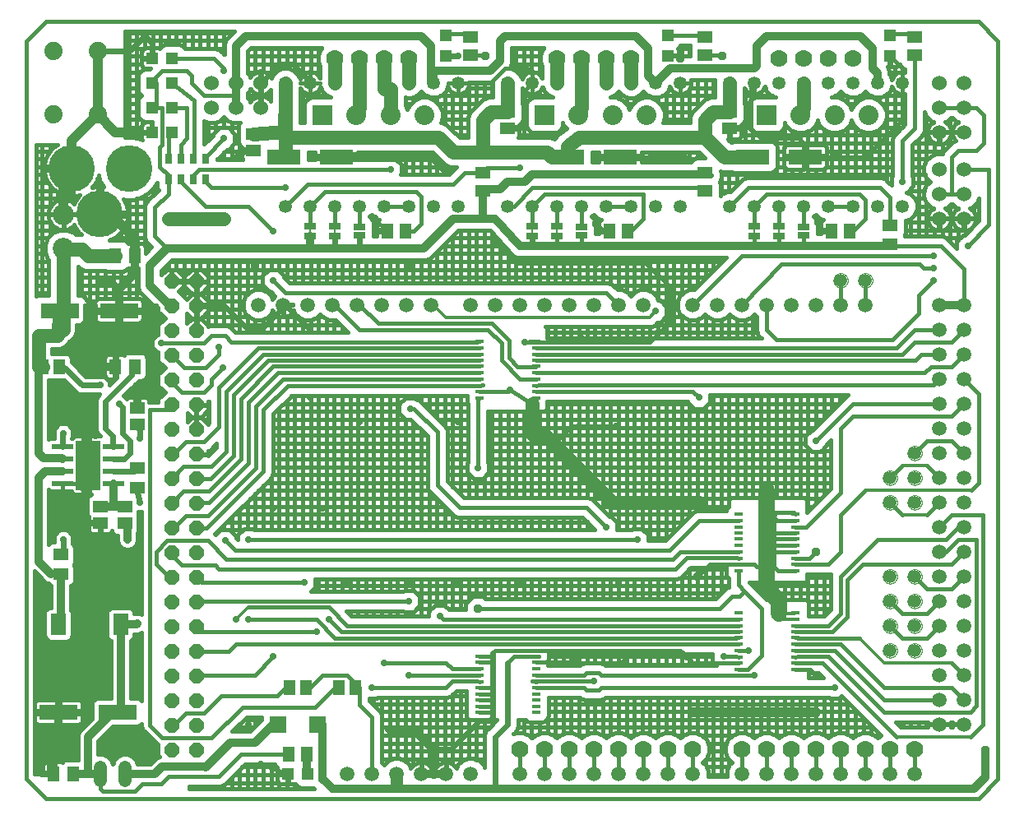
<source format=gtl>
G75*
%MOIN*%
%OFA0B0*%
%FSLAX25Y25*%
%IPPOS*%
%LPD*%
%AMOC8*
5,1,8,0,0,1.08239X$1,22.5*
%
%ADD10C,0.01600*%
%ADD11C,0.05906*%
%ADD12R,0.04724X0.04724*%
%ADD13R,0.05118X0.05906*%
%ADD14C,0.07000*%
%ADD15C,0.05315*%
%ADD16C,0.06000*%
%ADD17R,0.05906X0.05118*%
%ADD18R,0.13780X0.06299*%
%ADD19C,0.18898*%
%ADD20R,0.08000X0.08000*%
%ADD21C,0.08000*%
%ADD22C,0.08600*%
%ADD23C,0.07400*%
%ADD24C,0.00800*%
%ADD25R,0.05000X0.02500*%
%ADD26OC8,0.06000*%
%ADD27R,0.02953X0.04331*%
%ADD28R,0.08661X0.02362*%
%ADD29R,0.10000X0.20000*%
%ADD30R,0.06299X0.05118*%
%ADD31R,0.05118X0.06299*%
%ADD32R,0.15748X0.06299*%
%ADD33R,0.06299X0.08661*%
%ADD34C,0.05400*%
%ADD35R,0.03543X0.01378*%
%ADD36R,0.07087X0.06693*%
%ADD37C,0.05250*%
%ADD38C,0.00000*%
%ADD39OC8,0.03562*%
%ADD40C,0.05600*%
%ADD41OC8,0.02400*%
%ADD42OC8,0.02800*%
%ADD43C,0.04000*%
%ADD44C,0.03200*%
%ADD45C,0.02400*%
%ADD46C,0.01200*%
%ADD47R,0.02400X0.02400*%
%ADD48OC8,0.03169*%
%ADD49C,0.06600*%
%ADD50C,0.05000*%
D10*
X0013573Y0009674D02*
X0021447Y0001800D01*
X0399400Y0001800D01*
X0407274Y0009674D01*
X0407274Y0308887D01*
X0399400Y0316761D01*
X0021447Y0316761D01*
X0013573Y0308887D01*
X0013573Y0308800D02*
X0013573Y0009800D01*
X0016773Y0011666D02*
X0016773Y0093943D01*
X0021244Y0089472D01*
X0022362Y0089009D01*
X0022389Y0088944D01*
X0023064Y0088269D01*
X0023573Y0088058D01*
X0023573Y0079043D01*
X0022938Y0079043D01*
X0022056Y0078677D01*
X0021381Y0078002D01*
X0021015Y0077120D01*
X0021015Y0067504D01*
X0021381Y0066622D01*
X0022056Y0065946D01*
X0022938Y0065581D01*
X0030192Y0065581D01*
X0031074Y0065946D01*
X0031749Y0066622D01*
X0032115Y0067504D01*
X0032115Y0077120D01*
X0031749Y0078002D01*
X0031573Y0078178D01*
X0031573Y0088058D01*
X0032082Y0088269D01*
X0032757Y0088944D01*
X0033122Y0089827D01*
X0033122Y0095899D01*
X0032757Y0096782D01*
X0032739Y0096800D01*
X0032757Y0096818D01*
X0033122Y0097701D01*
X0033122Y0103773D01*
X0032757Y0104656D01*
X0032280Y0105133D01*
X0032373Y0105226D01*
X0032373Y0108374D01*
X0030147Y0110600D01*
X0026999Y0110600D01*
X0024773Y0108374D01*
X0024773Y0105696D01*
X0023946Y0105696D01*
X0023064Y0105331D01*
X0022573Y0104840D01*
X0022573Y0127006D01*
X0022901Y0126679D01*
X0023311Y0126442D01*
X0023769Y0126319D01*
X0028337Y0126319D01*
X0031838Y0126319D01*
X0031895Y0126105D01*
X0032132Y0125695D01*
X0032468Y0125360D01*
X0032878Y0125123D01*
X0033336Y0125000D01*
X0037773Y0125000D01*
X0037773Y0136000D01*
X0039373Y0136000D01*
X0039373Y0137600D01*
X0042096Y0137600D01*
X0042427Y0136800D01*
X0042096Y0136000D01*
X0039373Y0136000D01*
X0039373Y0125000D01*
X0039888Y0125000D01*
X0039261Y0124740D01*
X0038585Y0124065D01*
X0038220Y0123183D01*
X0038220Y0117110D01*
X0038585Y0116228D01*
X0038820Y0115993D01*
X0038820Y0113933D01*
X0043093Y0113933D01*
X0043093Y0112974D01*
X0038820Y0112974D01*
X0038820Y0110658D01*
X0038943Y0110200D01*
X0039180Y0109789D01*
X0039515Y0109454D01*
X0039925Y0109217D01*
X0040383Y0109094D01*
X0043093Y0109094D01*
X0043093Y0112974D01*
X0044052Y0112974D01*
X0044052Y0109094D01*
X0046763Y0109094D01*
X0047220Y0109217D01*
X0047631Y0109454D01*
X0047966Y0109789D01*
X0048203Y0110200D01*
X0048245Y0110357D01*
X0048585Y0109535D01*
X0049261Y0108860D01*
X0050143Y0108494D01*
X0050573Y0108494D01*
X0050573Y0106004D01*
X0050773Y0105522D01*
X0050773Y0105226D01*
X0050982Y0105017D01*
X0051182Y0104534D01*
X0052307Y0103409D01*
X0052790Y0103209D01*
X0052999Y0103000D01*
X0053294Y0103000D01*
X0053777Y0102800D01*
X0055368Y0102800D01*
X0055851Y0103000D01*
X0056147Y0103000D01*
X0056356Y0103209D01*
X0056839Y0103409D01*
X0057964Y0104534D01*
X0058164Y0105017D01*
X0058373Y0105226D01*
X0058373Y0105522D01*
X0058573Y0106004D01*
X0058573Y0109565D01*
X0058926Y0110417D01*
X0058926Y0116490D01*
X0058797Y0116800D01*
X0058926Y0117110D01*
X0058926Y0118000D01*
X0060373Y0118000D01*
X0060373Y0076384D01*
X0060356Y0076391D01*
X0060147Y0076600D01*
X0059851Y0076600D01*
X0059368Y0076800D01*
X0057777Y0076800D01*
X0057311Y0076607D01*
X0057311Y0077120D01*
X0056946Y0078002D01*
X0056271Y0078677D01*
X0055389Y0079043D01*
X0048135Y0079043D01*
X0047253Y0078677D01*
X0046578Y0078002D01*
X0046212Y0077120D01*
X0046212Y0067504D01*
X0046578Y0066622D01*
X0047253Y0065946D01*
X0047762Y0065736D01*
X0047762Y0042350D01*
X0042229Y0042350D01*
X0041347Y0041984D01*
X0040672Y0041309D01*
X0040307Y0040427D01*
X0040307Y0034191D01*
X0036307Y0030191D01*
X0035182Y0029066D01*
X0034573Y0027596D01*
X0034573Y0017350D01*
X0029473Y0017350D01*
X0028591Y0016984D01*
X0028108Y0016501D01*
X0027890Y0016627D01*
X0027432Y0016750D01*
X0025115Y0016750D01*
X0025115Y0012280D01*
X0024156Y0012280D01*
X0024156Y0016750D01*
X0021840Y0016750D01*
X0021382Y0016627D01*
X0020972Y0016390D01*
X0020636Y0016055D01*
X0020399Y0015644D01*
X0020277Y0015187D01*
X0020277Y0012280D01*
X0024156Y0012280D01*
X0024156Y0011320D01*
X0021163Y0011320D01*
X0016773Y0011666D01*
X0016773Y0012990D02*
X0020277Y0012990D01*
X0020277Y0014588D02*
X0016773Y0014588D01*
X0016773Y0016187D02*
X0020768Y0016187D01*
X0024156Y0016187D02*
X0025115Y0016187D01*
X0025115Y0014588D02*
X0024156Y0014588D01*
X0024156Y0012990D02*
X0025115Y0012990D01*
X0024156Y0011391D02*
X0020266Y0011391D01*
X0016773Y0017785D02*
X0034573Y0017785D01*
X0034573Y0019384D02*
X0016773Y0019384D01*
X0016773Y0020982D02*
X0034573Y0020982D01*
X0034573Y0022581D02*
X0016773Y0022581D01*
X0016773Y0024179D02*
X0034573Y0024179D01*
X0034573Y0025778D02*
X0016773Y0025778D01*
X0016773Y0027376D02*
X0034573Y0027376D01*
X0035144Y0028975D02*
X0016773Y0028975D01*
X0016773Y0030573D02*
X0036689Y0030573D01*
X0036307Y0030191D02*
X0036307Y0030191D01*
X0035134Y0031973D02*
X0034676Y0031850D01*
X0027340Y0031850D01*
X0027340Y0036025D01*
X0027340Y0037575D01*
X0036239Y0037575D01*
X0036239Y0040187D01*
X0036116Y0040644D01*
X0035879Y0041055D01*
X0035544Y0041390D01*
X0035134Y0041627D01*
X0034676Y0041750D01*
X0027340Y0041750D01*
X0027340Y0037575D01*
X0025790Y0037575D01*
X0025790Y0041750D01*
X0018454Y0041750D01*
X0017996Y0041627D01*
X0017586Y0041390D01*
X0017251Y0041055D01*
X0017014Y0040644D01*
X0016891Y0040187D01*
X0016891Y0037575D01*
X0025790Y0037575D01*
X0025790Y0036025D01*
X0027340Y0036025D01*
X0036239Y0036025D01*
X0036239Y0033413D01*
X0036116Y0032956D01*
X0035879Y0032545D01*
X0035544Y0032210D01*
X0035134Y0031973D01*
X0035478Y0032172D02*
X0038288Y0032172D01*
X0039886Y0033770D02*
X0036239Y0033770D01*
X0036239Y0035369D02*
X0040307Y0035369D01*
X0040307Y0036967D02*
X0027340Y0036967D01*
X0025790Y0036967D02*
X0016773Y0036967D01*
X0016891Y0036025D02*
X0016891Y0033413D01*
X0017014Y0032956D01*
X0017251Y0032545D01*
X0017586Y0032210D01*
X0017996Y0031973D01*
X0018454Y0031850D01*
X0025790Y0031850D01*
X0025790Y0036025D01*
X0016891Y0036025D01*
X0016891Y0035369D02*
X0016773Y0035369D01*
X0016773Y0033770D02*
X0016891Y0033770D01*
X0016773Y0032172D02*
X0017652Y0032172D01*
X0016891Y0038566D02*
X0016773Y0038566D01*
X0016773Y0040164D02*
X0016891Y0040164D01*
X0016773Y0041763D02*
X0041126Y0041763D01*
X0040307Y0040164D02*
X0036239Y0040164D01*
X0036239Y0038566D02*
X0040307Y0038566D01*
X0048573Y0036800D02*
X0050581Y0036800D01*
X0048680Y0031250D02*
X0042573Y0025143D01*
X0042573Y0019600D01*
X0044587Y0019600D01*
X0046462Y0018824D01*
X0047896Y0017389D01*
X0048573Y0015756D01*
X0049249Y0017389D01*
X0050684Y0018824D01*
X0052558Y0019600D01*
X0054587Y0019600D01*
X0056462Y0018824D01*
X0057896Y0017389D01*
X0058555Y0015800D01*
X0063916Y0015800D01*
X0066307Y0018191D01*
X0067483Y0018678D01*
X0067031Y0019130D01*
X0067031Y0023475D01*
X0066760Y0023587D01*
X0061760Y0028587D01*
X0061760Y0028587D01*
X0060860Y0029487D01*
X0060373Y0030663D01*
X0060373Y0032174D01*
X0059814Y0031616D01*
X0058932Y0031250D01*
X0048680Y0031250D01*
X0048003Y0030573D02*
X0060410Y0030573D01*
X0060370Y0032172D02*
X0060373Y0032172D01*
X0063573Y0031300D02*
X0063573Y0159300D01*
X0071073Y0159300D01*
X0072431Y0161367D01*
X0068276Y0164848D02*
X0053116Y0164848D01*
X0053112Y0164852D02*
X0053112Y0164852D01*
X0052914Y0165050D01*
X0059114Y0171250D01*
X0060546Y0171250D01*
X0061428Y0171616D01*
X0062104Y0172291D01*
X0062469Y0173173D01*
X0062469Y0180427D01*
X0062104Y0181309D01*
X0061428Y0181984D01*
X0060546Y0182350D01*
X0054473Y0182350D01*
X0053591Y0181984D01*
X0053108Y0181501D01*
X0052890Y0181627D01*
X0052432Y0181750D01*
X0050115Y0181750D01*
X0050115Y0177280D01*
X0049156Y0177280D01*
X0049156Y0181750D01*
X0046840Y0181750D01*
X0046382Y0181627D01*
X0045972Y0181390D01*
X0045636Y0181055D01*
X0045399Y0180644D01*
X0045277Y0180187D01*
X0045277Y0177280D01*
X0049156Y0177280D01*
X0049156Y0176320D01*
X0050115Y0176320D01*
X0050115Y0172434D01*
X0047173Y0169491D01*
X0047173Y0170791D01*
X0046625Y0171339D01*
X0046625Y0171339D01*
X0045612Y0172352D01*
X0045064Y0172900D01*
X0037564Y0172900D01*
X0031878Y0178586D01*
X0031878Y0180230D01*
X0031513Y0181112D01*
X0030838Y0181787D01*
X0029956Y0182153D01*
X0023883Y0182153D01*
X0023773Y0182107D01*
X0023773Y0184100D01*
X0025816Y0184100D01*
X0026590Y0184023D01*
X0026843Y0184100D01*
X0027107Y0184100D01*
X0027825Y0184398D01*
X0028570Y0184623D01*
X0028774Y0184790D01*
X0029018Y0184892D01*
X0029568Y0185441D01*
X0030169Y0185934D01*
X0030294Y0186167D01*
X0030481Y0186354D01*
X0030750Y0187004D01*
X0031029Y0187189D01*
X0031518Y0187392D01*
X0031882Y0187755D01*
X0032311Y0188040D01*
X0032606Y0188480D01*
X0032981Y0188854D01*
X0033178Y0189330D01*
X0033465Y0189757D01*
X0033570Y0190276D01*
X0033773Y0190766D01*
X0033773Y0191280D01*
X0033875Y0191784D01*
X0033773Y0192304D01*
X0033773Y0193888D01*
X0035428Y0193888D01*
X0036310Y0194254D01*
X0036985Y0194929D01*
X0037351Y0195811D01*
X0037351Y0201800D01*
X0041419Y0201800D01*
X0041418Y0200213D01*
X0050318Y0200213D01*
X0050318Y0198663D01*
X0051867Y0198663D01*
X0051867Y0194488D01*
X0059204Y0194488D01*
X0059661Y0194611D01*
X0060072Y0194848D01*
X0060407Y0195183D01*
X0060644Y0195593D01*
X0060767Y0196051D01*
X0060767Y0198663D01*
X0051867Y0198663D01*
X0051867Y0200213D01*
X0060767Y0200213D01*
X0060767Y0201800D01*
X0065916Y0201800D01*
X0067031Y0200685D01*
X0067031Y0199130D01*
X0069794Y0196367D01*
X0067031Y0193604D01*
X0067031Y0189900D01*
X0066582Y0189900D01*
X0064473Y0187791D01*
X0064473Y0184809D01*
X0066582Y0182700D01*
X0067031Y0182700D01*
X0067031Y0179130D01*
X0069794Y0176367D01*
X0067031Y0173604D01*
X0067031Y0169130D01*
X0069794Y0166367D01*
X0067031Y0163604D01*
X0067031Y0162500D01*
X0063326Y0162500D01*
X0063326Y0162942D01*
X0063203Y0163400D01*
X0062966Y0163811D01*
X0062631Y0164146D01*
X0062220Y0164383D01*
X0061763Y0164505D01*
X0059052Y0164505D01*
X0059052Y0160626D01*
X0058093Y0160626D01*
X0058093Y0164505D01*
X0055383Y0164505D01*
X0054925Y0164383D01*
X0054515Y0164146D01*
X0054180Y0163811D01*
X0054170Y0163794D01*
X0053112Y0164852D01*
X0054311Y0166447D02*
X0069715Y0166447D01*
X0068116Y0168045D02*
X0055909Y0168045D01*
X0057508Y0169644D02*
X0067031Y0169644D01*
X0067031Y0171242D02*
X0059106Y0171242D01*
X0062331Y0172841D02*
X0067031Y0172841D01*
X0067867Y0174439D02*
X0062469Y0174439D01*
X0062469Y0176038D02*
X0069465Y0176038D01*
X0068525Y0177636D02*
X0062469Y0177636D01*
X0062469Y0179235D02*
X0067031Y0179235D01*
X0067031Y0180833D02*
X0062301Y0180833D01*
X0065251Y0184030D02*
X0026613Y0184030D01*
X0026520Y0184030D02*
X0023773Y0184030D01*
X0023773Y0182432D02*
X0067031Y0182432D01*
X0068073Y0186300D02*
X0085573Y0186300D01*
X0088573Y0189300D01*
X0094073Y0189300D01*
X0096573Y0186800D01*
X0196073Y0186800D01*
X0197057Y0186977D01*
X0197057Y0184418D02*
X0196073Y0184300D01*
X0107573Y0184300D01*
X0091573Y0168300D01*
X0091573Y0152300D01*
X0085573Y0146300D01*
X0078073Y0146300D01*
X0073573Y0141800D01*
X0072431Y0141367D01*
X0077364Y0136300D02*
X0072431Y0131367D01*
X0077364Y0136300D02*
X0088573Y0136300D01*
X0094573Y0142300D01*
X0094573Y0166800D01*
X0109632Y0181859D01*
X0197057Y0181859D01*
X0197057Y0179477D02*
X0196073Y0179300D01*
X0111573Y0179300D01*
X0097573Y0165300D01*
X0097573Y0140800D01*
X0088073Y0131300D01*
X0082864Y0131300D01*
X0087573Y0126300D02*
X0077364Y0126300D01*
X0072431Y0121367D01*
X0078073Y0116300D02*
X0087073Y0116300D01*
X0106573Y0135800D01*
X0106573Y0160800D01*
X0117573Y0171800D01*
X0197057Y0171800D01*
X0197057Y0169241D02*
X0119514Y0169241D01*
X0109573Y0159300D01*
X0109573Y0134300D01*
X0086640Y0111367D01*
X0082431Y0111367D01*
X0087073Y0106300D02*
X0094573Y0098800D01*
X0275573Y0098800D01*
X0278573Y0101800D01*
X0302057Y0101800D01*
X0301616Y0099300D02*
X0302057Y0099241D01*
X0301616Y0099300D02*
X0281073Y0099300D01*
X0276573Y0094800D01*
X0091573Y0094800D01*
X0090073Y0096300D01*
X0076573Y0096300D01*
X0073573Y0099300D01*
X0072431Y0101367D01*
X0070573Y0106300D02*
X0087073Y0106300D01*
X0089980Y0109050D02*
X0111839Y0130909D01*
X0112964Y0132034D01*
X0113573Y0133504D01*
X0113573Y0157643D01*
X0121171Y0165241D01*
X0192085Y0165241D01*
X0192085Y0162797D01*
X0192573Y0161621D01*
X0192573Y0138023D01*
X0192173Y0137623D01*
X0192173Y0133977D01*
X0194750Y0131400D01*
X0198395Y0131400D01*
X0200973Y0133977D01*
X0200973Y0137623D01*
X0200573Y0138023D01*
X0200573Y0158900D01*
X0223653Y0158900D01*
X0224473Y0159720D01*
X0224473Y0162800D01*
X0281673Y0162800D01*
X0281673Y0162477D01*
X0284250Y0159900D01*
X0287895Y0159900D01*
X0290473Y0162477D01*
X0290473Y0165300D01*
X0346570Y0165300D01*
X0346307Y0165191D01*
X0345182Y0164066D01*
X0332316Y0151200D01*
X0331750Y0151200D01*
X0329173Y0148623D01*
X0329173Y0144977D01*
X0331750Y0142400D01*
X0335395Y0142400D01*
X0337973Y0144977D01*
X0337973Y0145543D01*
X0339573Y0147143D01*
X0339573Y0127457D01*
X0329973Y0117857D01*
X0329973Y0122880D01*
X0329153Y0123700D01*
X0298993Y0123700D01*
X0298173Y0122880D01*
X0298173Y0120079D01*
X0297573Y0119479D01*
X0297085Y0118303D01*
X0297085Y0118300D01*
X0285277Y0118300D01*
X0283807Y0117691D01*
X0282682Y0116566D01*
X0272416Y0106300D01*
X0265473Y0106300D01*
X0265473Y0108623D01*
X0262895Y0111200D01*
X0259250Y0111200D01*
X0258850Y0110800D01*
X0252973Y0110800D01*
X0252973Y0113623D01*
X0250395Y0116200D01*
X0249830Y0116200D01*
X0243964Y0122066D01*
X0242839Y0123191D01*
X0241368Y0123800D01*
X0190730Y0123800D01*
X0184073Y0130457D01*
X0184073Y0151096D01*
X0183464Y0152566D01*
X0173964Y0162066D01*
X0172839Y0163191D01*
X0171368Y0163800D01*
X0171295Y0163800D01*
X0170895Y0164200D01*
X0167250Y0164200D01*
X0164673Y0161623D01*
X0164673Y0157977D01*
X0167250Y0155400D01*
X0113573Y0155400D01*
X0113573Y0152200D02*
X0172516Y0152200D01*
X0173573Y0151143D02*
X0173573Y0110800D01*
X0176773Y0110800D02*
X0176773Y0126443D01*
X0176682Y0126534D02*
X0177807Y0125409D01*
X0186807Y0116409D01*
X0188277Y0115800D01*
X0238916Y0115800D01*
X0243916Y0110800D01*
X0105795Y0110800D01*
X0105395Y0111200D01*
X0101750Y0111200D01*
X0099173Y0108623D01*
X0099173Y0106857D01*
X0098473Y0107557D01*
X0098473Y0108123D01*
X0095895Y0110700D01*
X0092250Y0110700D01*
X0090290Y0108740D01*
X0089980Y0109050D01*
X0090373Y0108823D02*
X0090373Y0109443D01*
X0091530Y0110600D02*
X0092150Y0110600D01*
X0093573Y0110700D02*
X0093573Y0112643D01*
X0094730Y0113800D02*
X0240916Y0113800D01*
X0240773Y0113943D02*
X0240773Y0110800D01*
X0237573Y0110800D02*
X0237573Y0115800D01*
X0234373Y0115800D02*
X0234373Y0110800D01*
X0231173Y0110800D02*
X0231173Y0115800D01*
X0227973Y0115800D02*
X0227973Y0110800D01*
X0224773Y0110800D02*
X0224773Y0115800D01*
X0221573Y0115800D02*
X0221573Y0110800D01*
X0218373Y0110800D02*
X0218373Y0115800D01*
X0215173Y0115800D02*
X0215173Y0110800D01*
X0211973Y0110800D02*
X0211973Y0115800D01*
X0208773Y0115800D02*
X0208773Y0110800D01*
X0205573Y0110800D02*
X0205573Y0115800D01*
X0202373Y0115800D02*
X0202373Y0110800D01*
X0199173Y0110800D02*
X0199173Y0115800D01*
X0195973Y0115800D02*
X0195973Y0110800D01*
X0192773Y0110800D02*
X0192773Y0115800D01*
X0189573Y0115800D02*
X0189573Y0110800D01*
X0186373Y0110800D02*
X0186373Y0116843D01*
X0186216Y0117000D02*
X0097930Y0117000D01*
X0096773Y0115843D02*
X0096773Y0109823D01*
X0095995Y0110600D02*
X0101150Y0110600D01*
X0099973Y0109423D02*
X0099973Y0119043D01*
X0101130Y0120200D02*
X0183016Y0120200D01*
X0183173Y0120043D02*
X0183173Y0110800D01*
X0179973Y0110800D02*
X0179973Y0123243D01*
X0179816Y0123400D02*
X0104330Y0123400D01*
X0103173Y0122243D02*
X0103173Y0111200D01*
X0106373Y0110800D02*
X0106373Y0125443D01*
X0107530Y0126600D02*
X0176655Y0126600D01*
X0176682Y0126534D02*
X0176073Y0128004D01*
X0176073Y0148643D01*
X0169316Y0155400D01*
X0167250Y0155400D01*
X0167173Y0155477D02*
X0167173Y0110800D01*
X0170373Y0110800D02*
X0170373Y0154343D01*
X0176773Y0159257D02*
X0176773Y0165241D01*
X0179973Y0165241D02*
X0179973Y0156057D01*
X0180630Y0155400D02*
X0192573Y0155400D01*
X0192573Y0152200D02*
X0183615Y0152200D01*
X0183173Y0152857D02*
X0183173Y0165241D01*
X0186373Y0165241D02*
X0186373Y0128157D01*
X0187930Y0126600D02*
X0338716Y0126600D01*
X0336773Y0124657D02*
X0336773Y0143777D01*
X0335595Y0142600D02*
X0339573Y0142600D01*
X0339573Y0139400D02*
X0200573Y0139400D01*
X0200573Y0142600D02*
X0331550Y0142600D01*
X0330373Y0143777D02*
X0330373Y0118257D01*
X0329973Y0120200D02*
X0332316Y0120200D01*
X0333573Y0121457D02*
X0333573Y0142400D01*
X0333573Y0146800D02*
X0348573Y0161800D01*
X0383573Y0161800D01*
X0388573Y0156800D02*
X0348573Y0156800D01*
X0343573Y0151800D01*
X0343573Y0125800D01*
X0329632Y0111859D01*
X0325089Y0111859D01*
X0325089Y0109477D02*
X0316896Y0109477D01*
X0316573Y0109800D02*
X0316573Y0115800D01*
X0317955Y0114418D01*
X0325089Y0114418D01*
X0325089Y0116977D02*
X0324411Y0117800D01*
X0317073Y0117800D01*
X0316573Y0115800D01*
X0316573Y0109800D02*
X0316573Y0106800D01*
X0316573Y0104300D01*
X0316573Y0102300D01*
X0316573Y0095800D01*
X0309573Y0095800D01*
X0308573Y0096800D01*
X0302175Y0096800D01*
X0302057Y0096682D01*
X0290455Y0096682D01*
X0285573Y0091800D01*
X0285573Y0095300D02*
X0285573Y0082800D01*
X0288773Y0082800D02*
X0288773Y0095300D01*
X0291973Y0095300D02*
X0291973Y0082800D01*
X0292916Y0082800D02*
X0199617Y0082800D01*
X0198636Y0083781D01*
X0194510Y0083781D01*
X0191592Y0080863D01*
X0191592Y0078300D01*
X0184795Y0078300D01*
X0182895Y0080200D01*
X0179250Y0080200D01*
X0176673Y0077623D01*
X0176673Y0075800D01*
X0145230Y0075800D01*
X0143230Y0077800D01*
X0166350Y0077800D01*
X0166750Y0077400D01*
X0170395Y0077400D01*
X0172973Y0079977D01*
X0172973Y0083623D01*
X0170395Y0086200D01*
X0166750Y0086200D01*
X0166350Y0085800D01*
X0128795Y0085800D01*
X0130473Y0087477D01*
X0130473Y0090800D01*
X0277368Y0090800D01*
X0278839Y0091409D01*
X0282730Y0095300D01*
X0297085Y0095300D01*
X0297085Y0092797D01*
X0297573Y0091621D01*
X0298057Y0091137D01*
X0298057Y0087520D01*
X0298064Y0087504D01*
X0297307Y0087191D01*
X0296182Y0086066D01*
X0292916Y0082800D01*
X0295116Y0085000D02*
X0171595Y0085000D01*
X0170373Y0086200D02*
X0170373Y0090800D01*
X0173573Y0090800D02*
X0173573Y0075800D01*
X0170373Y0075800D02*
X0170373Y0077400D01*
X0171595Y0078600D02*
X0177650Y0078600D01*
X0176773Y0077723D02*
X0176773Y0090800D01*
X0179973Y0090800D02*
X0179973Y0080200D01*
X0183173Y0079923D02*
X0183173Y0090800D01*
X0186373Y0090800D02*
X0186373Y0078300D01*
X0184495Y0078600D02*
X0191592Y0078600D01*
X0189573Y0078300D02*
X0189573Y0090800D01*
X0192773Y0090800D02*
X0192773Y0082044D01*
X0192529Y0081800D02*
X0172973Y0081800D01*
X0168573Y0081800D02*
X0083573Y0081800D01*
X0082431Y0081367D01*
X0084573Y0089300D02*
X0082431Y0091367D01*
X0084573Y0089300D02*
X0126073Y0089300D01*
X0130473Y0088200D02*
X0298057Y0088200D01*
X0297794Y0091400D02*
X0278817Y0091400D01*
X0279173Y0091743D02*
X0279173Y0082800D01*
X0282373Y0082800D02*
X0282373Y0094943D01*
X0282030Y0094600D02*
X0297085Y0094600D01*
X0295173Y0095300D02*
X0295173Y0085057D01*
X0299573Y0083800D02*
X0302573Y0083800D01*
X0304573Y0085800D01*
X0311573Y0078800D01*
X0311573Y0059800D01*
X0305896Y0054123D01*
X0302057Y0054123D01*
X0302057Y0056682D02*
X0283691Y0056682D01*
X0281573Y0059300D01*
X0278573Y0061800D01*
X0203573Y0061800D01*
X0202573Y0060800D01*
X0202396Y0059477D02*
X0197057Y0059477D01*
X0197057Y0056918D02*
X0202455Y0056918D01*
X0197057Y0054359D02*
X0196073Y0054300D01*
X0186073Y0054300D01*
X0183573Y0056800D01*
X0158573Y0056800D01*
X0168573Y0051800D02*
X0197057Y0051800D01*
X0197057Y0049241D02*
X0196073Y0049300D01*
X0186073Y0049300D01*
X0183573Y0046800D01*
X0153573Y0046800D01*
X0154373Y0042400D02*
X0154373Y0039657D01*
X0153830Y0040200D02*
X0191973Y0040200D01*
X0191973Y0037000D02*
X0156991Y0037000D01*
X0156964Y0037066D02*
X0155839Y0038191D01*
X0152573Y0041457D01*
X0152573Y0042400D01*
X0155395Y0042400D01*
X0155795Y0042800D01*
X0184368Y0042800D01*
X0185839Y0043409D01*
X0186964Y0044534D01*
X0187730Y0045300D01*
X0191973Y0045300D01*
X0191973Y0034637D01*
X0192910Y0033700D01*
X0204173Y0033700D01*
X0204173Y0033623D01*
X0201080Y0030530D01*
X0199843Y0029292D01*
X0199173Y0027675D01*
X0199173Y0033700D01*
X0202373Y0033700D02*
X0202373Y0031823D01*
X0201150Y0030600D02*
X0157573Y0030600D01*
X0157573Y0027400D02*
X0199173Y0027400D01*
X0199173Y0027675D02*
X0199173Y0014358D01*
X0198789Y0015285D01*
X0197058Y0017016D01*
X0194797Y0017953D01*
X0192349Y0017953D01*
X0190088Y0017016D01*
X0188357Y0015285D01*
X0187807Y0013958D01*
X0187638Y0014291D01*
X0187198Y0014896D01*
X0186669Y0015425D01*
X0186064Y0015865D01*
X0185397Y0016205D01*
X0184686Y0016436D01*
X0183947Y0016553D01*
X0183757Y0016553D01*
X0183757Y0011984D01*
X0183389Y0011984D01*
X0183389Y0016553D01*
X0183199Y0016553D01*
X0182460Y0016436D01*
X0181748Y0016205D01*
X0181082Y0015865D01*
X0180477Y0015425D01*
X0179948Y0014896D01*
X0179508Y0014291D01*
X0179168Y0013624D01*
X0178937Y0012913D01*
X0178820Y0012174D01*
X0178820Y0011984D01*
X0183388Y0011984D01*
X0183388Y0011616D01*
X0178820Y0011616D01*
X0178820Y0011426D01*
X0178937Y0010687D01*
X0178965Y0010600D01*
X0178180Y0010600D01*
X0178209Y0010687D01*
X0178326Y0011426D01*
X0178326Y0011616D01*
X0173757Y0011616D01*
X0173757Y0011984D01*
X0178326Y0011984D01*
X0178326Y0012174D01*
X0178209Y0012913D01*
X0177977Y0013624D01*
X0177638Y0014291D01*
X0177198Y0014896D01*
X0176669Y0015425D01*
X0176064Y0015865D01*
X0175397Y0016205D01*
X0174686Y0016436D01*
X0173947Y0016553D01*
X0173757Y0016553D01*
X0173757Y0011984D01*
X0173389Y0011984D01*
X0173389Y0016553D01*
X0173199Y0016553D01*
X0172460Y0016436D01*
X0171748Y0016205D01*
X0171082Y0015865D01*
X0170477Y0015425D01*
X0169948Y0014896D01*
X0169508Y0014291D01*
X0169338Y0013958D01*
X0168789Y0015285D01*
X0167058Y0017016D01*
X0164797Y0017953D01*
X0162349Y0017953D01*
X0160088Y0017016D01*
X0158573Y0015501D01*
X0157573Y0016501D01*
X0157573Y0042800D01*
X0160773Y0042800D02*
X0160773Y0017300D01*
X0161980Y0017800D02*
X0157573Y0017800D01*
X0157573Y0016501D02*
X0157573Y0035596D01*
X0156964Y0037066D01*
X0157573Y0033800D02*
X0192810Y0033800D01*
X0192773Y0033837D02*
X0192773Y0017953D01*
X0191980Y0017800D02*
X0165165Y0017800D01*
X0163973Y0017953D02*
X0163973Y0042800D01*
X0167173Y0042800D02*
X0167173Y0016901D01*
X0169073Y0014600D02*
X0169732Y0014600D01*
X0170373Y0015321D02*
X0170373Y0042800D01*
X0173573Y0042800D02*
X0173573Y0011984D01*
X0173389Y0014600D02*
X0173757Y0014600D01*
X0176773Y0015321D02*
X0176773Y0042800D01*
X0179973Y0042800D02*
X0179973Y0014921D01*
X0179732Y0014600D02*
X0177413Y0014600D01*
X0176773Y0011984D02*
X0176773Y0011616D01*
X0178321Y0011400D02*
X0178824Y0011400D01*
X0179973Y0011616D02*
X0179973Y0011984D01*
X0183173Y0011984D02*
X0183173Y0011616D01*
X0183389Y0014600D02*
X0183757Y0014600D01*
X0183173Y0016549D02*
X0183173Y0042800D01*
X0185817Y0043400D02*
X0191973Y0043400D01*
X0189573Y0045300D02*
X0189573Y0016501D01*
X0188073Y0014600D02*
X0187413Y0014600D01*
X0186373Y0015640D02*
X0186373Y0043943D01*
X0197057Y0044123D02*
X0202396Y0044123D01*
X0202514Y0041741D02*
X0197057Y0041741D01*
X0197057Y0039182D02*
X0202455Y0039182D01*
X0202396Y0036623D02*
X0197057Y0036623D01*
X0195973Y0033700D02*
X0195973Y0017466D01*
X0195165Y0017800D02*
X0199173Y0017800D01*
X0199173Y0014600D02*
X0199073Y0014600D01*
X0199173Y0021000D02*
X0157573Y0021000D01*
X0157573Y0024200D02*
X0199173Y0024200D01*
X0210969Y0027973D02*
X0211065Y0028070D01*
X0212303Y0029308D01*
X0212973Y0030925D01*
X0212973Y0033700D01*
X0216025Y0033700D01*
X0216504Y0033221D01*
X0217680Y0032734D01*
X0222497Y0032734D01*
X0223673Y0033221D01*
X0224573Y0034121D01*
X0225060Y0035297D01*
X0225060Y0042800D01*
X0237916Y0042800D01*
X0238307Y0042409D01*
X0239777Y0041800D01*
X0246368Y0041800D01*
X0247839Y0042409D01*
X0248230Y0042800D01*
X0338850Y0042800D01*
X0339250Y0042400D01*
X0342895Y0042400D01*
X0343856Y0043360D01*
X0359757Y0027459D01*
X0358573Y0026275D01*
X0357368Y0027480D01*
X0354906Y0028500D01*
X0352240Y0028500D01*
X0349778Y0027480D01*
X0348573Y0026275D01*
X0347368Y0027480D01*
X0344906Y0028500D01*
X0342240Y0028500D01*
X0339778Y0027480D01*
X0338573Y0026275D01*
X0337368Y0027480D01*
X0334906Y0028500D01*
X0332240Y0028500D01*
X0329778Y0027480D01*
X0328573Y0026275D01*
X0327368Y0027480D01*
X0324906Y0028500D01*
X0322240Y0028500D01*
X0319778Y0027480D01*
X0318573Y0026275D01*
X0317368Y0027480D01*
X0314906Y0028500D01*
X0312240Y0028500D01*
X0309778Y0027480D01*
X0308573Y0026275D01*
X0307368Y0027480D01*
X0304906Y0028500D01*
X0302240Y0028500D01*
X0299778Y0027480D01*
X0297893Y0025595D01*
X0296873Y0023133D01*
X0296873Y0020467D01*
X0297893Y0018005D01*
X0299485Y0016413D01*
X0298357Y0015285D01*
X0297420Y0013024D01*
X0297420Y0010600D01*
X0289726Y0010600D01*
X0289726Y0013024D01*
X0288789Y0015285D01*
X0287661Y0016413D01*
X0289253Y0018005D01*
X0290273Y0020467D01*
X0290273Y0023133D01*
X0289253Y0025595D01*
X0287368Y0027480D01*
X0284906Y0028500D01*
X0282240Y0028500D01*
X0279778Y0027480D01*
X0278573Y0026275D01*
X0277368Y0027480D01*
X0274906Y0028500D01*
X0272240Y0028500D01*
X0269778Y0027480D01*
X0268573Y0026275D01*
X0267368Y0027480D01*
X0264906Y0028500D01*
X0262240Y0028500D01*
X0259778Y0027480D01*
X0258573Y0026275D01*
X0257368Y0027480D01*
X0254906Y0028500D01*
X0252240Y0028500D01*
X0249778Y0027480D01*
X0248573Y0026275D01*
X0247368Y0027480D01*
X0244906Y0028500D01*
X0242240Y0028500D01*
X0239778Y0027480D01*
X0238573Y0026275D01*
X0237368Y0027480D01*
X0234906Y0028500D01*
X0232240Y0028500D01*
X0229778Y0027480D01*
X0228573Y0026275D01*
X0227368Y0027480D01*
X0224906Y0028500D01*
X0222240Y0028500D01*
X0219778Y0027480D01*
X0218573Y0026275D01*
X0217368Y0027480D01*
X0214906Y0028500D01*
X0212240Y0028500D01*
X0210969Y0027973D01*
X0211973Y0028389D02*
X0211973Y0028977D01*
X0212838Y0030600D02*
X0356616Y0030600D01*
X0355973Y0031243D02*
X0355973Y0028058D01*
X0357448Y0027400D02*
X0359698Y0027400D01*
X0359173Y0026875D02*
X0359173Y0028043D01*
X0352773Y0028500D02*
X0352773Y0034443D01*
X0353416Y0033800D02*
X0224252Y0033800D01*
X0224773Y0034604D02*
X0224773Y0028500D01*
X0227448Y0027400D02*
X0229698Y0027400D01*
X0231173Y0028058D02*
X0231173Y0042800D01*
X0234373Y0042800D02*
X0234373Y0028500D01*
X0237448Y0027400D02*
X0239698Y0027400D01*
X0240773Y0027892D02*
X0240773Y0041800D01*
X0243973Y0041800D02*
X0243973Y0028500D01*
X0247173Y0027561D02*
X0247173Y0042133D01*
X0250373Y0042800D02*
X0250373Y0027727D01*
X0249698Y0027400D02*
X0247448Y0027400D01*
X0253573Y0028500D02*
X0253573Y0042800D01*
X0256773Y0042800D02*
X0256773Y0027727D01*
X0257448Y0027400D02*
X0259698Y0027400D01*
X0259973Y0027561D02*
X0259973Y0042800D01*
X0263173Y0042800D02*
X0263173Y0028500D01*
X0266373Y0027892D02*
X0266373Y0042800D01*
X0269573Y0042800D02*
X0269573Y0027275D01*
X0269698Y0027400D02*
X0267448Y0027400D01*
X0272773Y0028500D02*
X0272773Y0042800D01*
X0275973Y0042800D02*
X0275973Y0028058D01*
X0277448Y0027400D02*
X0279698Y0027400D01*
X0279173Y0026875D02*
X0279173Y0042800D01*
X0282373Y0042800D02*
X0282373Y0028500D01*
X0285573Y0028224D02*
X0285573Y0042800D01*
X0288773Y0042800D02*
X0288773Y0026075D01*
X0287448Y0027400D02*
X0299698Y0027400D01*
X0298373Y0026075D02*
X0298373Y0042800D01*
X0301573Y0042800D02*
X0301573Y0028224D01*
X0304773Y0028500D02*
X0304773Y0042800D01*
X0307973Y0042800D02*
X0307973Y0026875D01*
X0307448Y0027400D02*
X0309698Y0027400D01*
X0311173Y0028058D02*
X0311173Y0042800D01*
X0314373Y0042800D02*
X0314373Y0028500D01*
X0317448Y0027400D02*
X0319698Y0027400D01*
X0320773Y0027892D02*
X0320773Y0042800D01*
X0323973Y0042800D02*
X0323973Y0028500D01*
X0327173Y0027561D02*
X0327173Y0042800D01*
X0330373Y0042800D02*
X0330373Y0027727D01*
X0329698Y0027400D02*
X0327448Y0027400D01*
X0333573Y0028500D02*
X0333573Y0042800D01*
X0336773Y0042800D02*
X0336773Y0027727D01*
X0337448Y0027400D02*
X0339698Y0027400D01*
X0339973Y0027561D02*
X0339973Y0042400D01*
X0343173Y0042677D02*
X0343173Y0028500D01*
X0346373Y0027892D02*
X0346373Y0040843D01*
X0347016Y0040200D02*
X0225060Y0040200D01*
X0225060Y0037000D02*
X0350216Y0037000D01*
X0349573Y0037643D02*
X0349573Y0027275D01*
X0349698Y0027400D02*
X0347448Y0027400D01*
X0343573Y0021800D02*
X0343573Y0011800D01*
X0333573Y0011800D02*
X0333573Y0021800D01*
X0323573Y0021800D02*
X0323573Y0011800D01*
X0313573Y0011800D02*
X0313573Y0021800D01*
X0317573Y0027275D02*
X0317573Y0042800D01*
X0308573Y0051800D02*
X0246573Y0051800D01*
X0245573Y0052800D01*
X0240573Y0052800D01*
X0239573Y0051800D01*
X0220089Y0051800D01*
X0220089Y0049241D02*
X0218573Y0049300D01*
X0243573Y0049300D01*
X0246573Y0046800D02*
X0245573Y0045800D01*
X0240573Y0045800D01*
X0239573Y0046800D01*
X0221073Y0046800D01*
X0220089Y0046682D01*
X0227973Y0042800D02*
X0227973Y0026875D01*
X0221573Y0028224D02*
X0221573Y0032734D01*
X0218373Y0032734D02*
X0218373Y0026475D01*
X0217448Y0027400D02*
X0219698Y0027400D01*
X0215173Y0028389D02*
X0215173Y0033700D01*
X0213573Y0021800D02*
X0213573Y0011800D01*
X0223573Y0011800D02*
X0223573Y0021800D01*
X0233573Y0021800D02*
X0233573Y0011800D01*
X0243573Y0011800D02*
X0243573Y0021800D01*
X0237573Y0027275D02*
X0237573Y0042800D01*
X0246573Y0046800D02*
X0341073Y0046800D01*
X0336416Y0050800D02*
X0330673Y0050800D01*
X0330673Y0052800D01*
X0334416Y0052800D01*
X0336416Y0050800D01*
X0333573Y0050800D02*
X0333573Y0052800D01*
X0333573Y0051800D02*
X0331250Y0054123D01*
X0325089Y0054123D01*
X0325089Y0056682D02*
X0326073Y0056800D01*
X0336073Y0056800D01*
X0366073Y0026800D01*
X0367930Y0030600D02*
X0365730Y0032800D01*
X0378919Y0032800D01*
X0378820Y0032174D01*
X0378820Y0031984D01*
X0383388Y0031984D01*
X0383388Y0031616D01*
X0378820Y0031616D01*
X0378820Y0031426D01*
X0378937Y0030687D01*
X0378965Y0030600D01*
X0367930Y0030600D01*
X0378965Y0030600D01*
X0378373Y0030600D02*
X0378373Y0032800D01*
X0375173Y0032800D02*
X0375173Y0030600D01*
X0371973Y0030600D02*
X0371973Y0032800D01*
X0368773Y0032800D02*
X0368773Y0030600D01*
X0361073Y0036800D02*
X0338573Y0059300D01*
X0326073Y0059300D01*
X0325089Y0059241D01*
X0325089Y0061800D02*
X0341073Y0061800D01*
X0361073Y0041800D01*
X0383573Y0041800D01*
X0388573Y0046800D02*
X0393573Y0041800D01*
X0388573Y0046800D02*
X0361073Y0046800D01*
X0343573Y0064300D01*
X0326073Y0064300D01*
X0325089Y0064359D01*
X0325089Y0066918D02*
X0326073Y0066800D01*
X0351073Y0066800D01*
X0346073Y0075300D02*
X0346073Y0090300D01*
X0352573Y0096800D01*
X0388573Y0096800D01*
X0393573Y0101800D01*
X0391073Y0106800D02*
X0386073Y0101800D01*
X0383573Y0101800D01*
X0386073Y0106800D02*
X0358573Y0106800D01*
X0343573Y0091800D01*
X0343573Y0076800D01*
X0338573Y0071800D01*
X0326073Y0071800D01*
X0325089Y0071859D01*
X0325089Y0069477D02*
X0340250Y0069477D01*
X0346073Y0075300D01*
X0339573Y0078457D02*
X0336916Y0075800D01*
X0330673Y0075800D01*
X0330673Y0081463D01*
X0329736Y0082400D01*
X0313630Y0082400D01*
X0307964Y0088066D01*
X0306839Y0089191D01*
X0306839Y0089191D01*
X0306630Y0089400D01*
X0329153Y0089400D01*
X0329973Y0090220D01*
X0329973Y0091380D01*
X0329973Y0092682D01*
X0339368Y0092682D01*
X0339658Y0092802D01*
X0339573Y0092596D01*
X0339573Y0078457D01*
X0339573Y0078600D02*
X0330673Y0078600D01*
X0330373Y0081763D02*
X0330373Y0092682D01*
X0329973Y0091400D02*
X0339573Y0091400D01*
X0336773Y0092682D02*
X0336773Y0075800D01*
X0333573Y0075800D02*
X0333573Y0092682D01*
X0338573Y0096682D02*
X0343573Y0101682D01*
X0343573Y0116800D01*
X0353573Y0126800D01*
X0363573Y0131800D02*
X0368573Y0136800D01*
X0373573Y0141800D02*
X0378573Y0146800D01*
X0388573Y0146800D01*
X0393573Y0141800D01*
X0383573Y0131800D02*
X0378573Y0136800D01*
X0383573Y0121800D02*
X0378573Y0116800D01*
X0383573Y0111800D02*
X0388573Y0116800D01*
X0401073Y0116800D01*
X0401073Y0031800D01*
X0396073Y0026800D01*
X0393388Y0031616D02*
X0388820Y0031616D01*
X0388820Y0031426D01*
X0388937Y0030687D01*
X0388965Y0030600D01*
X0388180Y0030600D01*
X0388209Y0030687D01*
X0388326Y0031426D01*
X0388326Y0031616D01*
X0383757Y0031616D01*
X0383757Y0031984D01*
X0388326Y0031984D01*
X0388326Y0032174D01*
X0388226Y0032800D01*
X0388919Y0032800D01*
X0388820Y0032174D01*
X0388820Y0031984D01*
X0393388Y0031984D01*
X0393388Y0031616D01*
X0391173Y0031616D02*
X0391173Y0031984D01*
X0388965Y0030600D02*
X0388180Y0030600D01*
X0387973Y0031616D02*
X0387973Y0031984D01*
X0384773Y0031984D02*
X0384773Y0031616D01*
X0381573Y0031616D02*
X0381573Y0031984D01*
X0373573Y0021800D02*
X0373573Y0011800D01*
X0363573Y0011800D02*
X0363573Y0021800D01*
X0353573Y0021800D02*
X0353573Y0011800D01*
X0361073Y0036800D02*
X0396073Y0036800D01*
X0398573Y0039300D01*
X0398573Y0106800D01*
X0391073Y0106800D01*
X0391073Y0111800D02*
X0386073Y0106800D01*
X0391073Y0111800D02*
X0393573Y0111800D01*
X0396573Y0126800D02*
X0399573Y0129800D01*
X0399573Y0165800D01*
X0393573Y0171800D01*
X0388573Y0176800D02*
X0393573Y0181800D01*
X0388573Y0176800D02*
X0380073Y0176800D01*
X0377632Y0174359D01*
X0220089Y0174359D01*
X0219970Y0176800D02*
X0220089Y0176918D01*
X0219970Y0176800D02*
X0212573Y0176800D01*
X0209073Y0180300D01*
X0209073Y0187300D01*
X0202073Y0194300D01*
X0156073Y0194300D01*
X0148573Y0201800D01*
X0147573Y0201800D01*
X0138573Y0201800D02*
X0137573Y0201800D01*
X0138573Y0201800D02*
X0148573Y0191800D01*
X0200573Y0191800D01*
X0206073Y0186300D01*
X0206073Y0179300D01*
X0213573Y0171800D01*
X0220089Y0171800D01*
X0220089Y0169241D02*
X0221073Y0169300D01*
X0381073Y0169300D01*
X0383573Y0171800D01*
X0383573Y0181800D02*
X0376073Y0181800D01*
X0373750Y0179477D01*
X0220089Y0179477D01*
X0220089Y0181859D02*
X0368632Y0181859D01*
X0373573Y0186800D01*
X0388573Y0186800D01*
X0393573Y0191800D01*
X0383573Y0191800D02*
X0373573Y0191800D01*
X0366073Y0184300D01*
X0221073Y0184300D01*
X0220089Y0184418D01*
X0220089Y0186977D02*
X0218750Y0186977D01*
X0215573Y0186800D01*
X0266073Y0186800D01*
X0274073Y0194800D01*
X0274073Y0209300D01*
X0264573Y0218800D01*
X0244573Y0218800D01*
X0212073Y0218800D01*
X0203573Y0227300D01*
X0203573Y0227800D01*
X0204177Y0229000D02*
X0185561Y0229000D01*
X0186373Y0229812D02*
X0186373Y0210800D01*
X0189573Y0210800D02*
X0189573Y0232000D01*
X0188561Y0232000D02*
X0201449Y0232000D01*
X0209458Y0223190D01*
X0209504Y0223081D01*
X0210098Y0222487D01*
X0210663Y0221865D01*
X0210770Y0221814D01*
X0210854Y0221731D01*
X0211630Y0221409D01*
X0212391Y0221051D01*
X0212509Y0221045D01*
X0212618Y0221000D01*
X0213459Y0221000D01*
X0214298Y0220960D01*
X0214409Y0221000D01*
X0297116Y0221000D01*
X0284069Y0207953D01*
X0282349Y0207953D01*
X0280088Y0207016D01*
X0278357Y0205285D01*
X0277420Y0203024D01*
X0277420Y0200576D01*
X0278357Y0198315D01*
X0280088Y0196584D01*
X0282349Y0195647D01*
X0284797Y0195647D01*
X0287058Y0196584D01*
X0288573Y0198099D01*
X0290088Y0196584D01*
X0292349Y0195647D01*
X0294797Y0195647D01*
X0297058Y0196584D01*
X0298573Y0198099D01*
X0300088Y0196584D01*
X0302349Y0195647D01*
X0304797Y0195647D01*
X0307058Y0196584D01*
X0308573Y0198099D01*
X0309573Y0197099D01*
X0309573Y0191004D01*
X0310182Y0189534D01*
X0311307Y0188409D01*
X0311416Y0188300D01*
X0224473Y0188300D01*
X0224473Y0192380D01*
X0223853Y0193000D01*
X0266829Y0193000D01*
X0268225Y0193579D01*
X0269294Y0194647D01*
X0269547Y0194900D01*
X0270395Y0194900D01*
X0272973Y0197477D01*
X0272973Y0201123D01*
X0270395Y0203700D01*
X0269446Y0203700D01*
X0268789Y0205285D01*
X0267058Y0207016D01*
X0264797Y0207953D01*
X0262349Y0207953D01*
X0260088Y0207016D01*
X0258573Y0205501D01*
X0257058Y0207016D01*
X0254797Y0207953D01*
X0253077Y0207953D01*
X0250839Y0210191D01*
X0249368Y0210800D01*
X0120230Y0210800D01*
X0117973Y0213057D01*
X0117973Y0213623D01*
X0115395Y0216200D01*
X0111750Y0216200D01*
X0109173Y0213623D01*
X0109173Y0209977D01*
X0111750Y0207400D01*
X0112316Y0207400D01*
X0114384Y0205332D01*
X0113948Y0204896D01*
X0113508Y0204291D01*
X0113338Y0203958D01*
X0112789Y0205285D01*
X0111058Y0207016D01*
X0108797Y0207953D01*
X0106349Y0207953D01*
X0104088Y0207016D01*
X0102357Y0205285D01*
X0101420Y0203024D01*
X0101420Y0200576D01*
X0102357Y0198315D01*
X0104088Y0196584D01*
X0106349Y0195647D01*
X0108797Y0195647D01*
X0111058Y0196584D01*
X0112789Y0198315D01*
X0113338Y0199642D01*
X0113508Y0199309D01*
X0113948Y0198704D01*
X0114477Y0198175D01*
X0115082Y0197735D01*
X0115748Y0197395D01*
X0116460Y0197164D01*
X0117199Y0197047D01*
X0117389Y0197047D01*
X0117389Y0201616D01*
X0117757Y0201616D01*
X0117757Y0201984D01*
X0121420Y0201984D01*
X0121420Y0201616D01*
X0117757Y0201616D01*
X0117757Y0197047D01*
X0117947Y0197047D01*
X0118686Y0197164D01*
X0119397Y0197395D01*
X0120064Y0197735D01*
X0120669Y0198175D01*
X0121198Y0198704D01*
X0121638Y0199309D01*
X0121807Y0199642D01*
X0122357Y0198315D01*
X0124088Y0196584D01*
X0126349Y0195647D01*
X0128797Y0195647D01*
X0131058Y0196584D01*
X0132573Y0198099D01*
X0134088Y0196584D01*
X0136349Y0195647D01*
X0138797Y0195647D01*
X0138989Y0195727D01*
X0143916Y0190800D01*
X0098230Y0190800D01*
X0097464Y0191566D01*
X0096339Y0192691D01*
X0094868Y0193300D01*
X0087777Y0193300D01*
X0087231Y0193074D01*
X0087231Y0193355D01*
X0084419Y0196167D01*
X0082631Y0196167D01*
X0082631Y0191567D01*
X0082231Y0191567D01*
X0082231Y0196167D01*
X0080443Y0196167D01*
X0078610Y0194334D01*
X0078590Y0198420D01*
X0080443Y0196567D01*
X0082231Y0196567D01*
X0082231Y0201167D01*
X0082631Y0201167D01*
X0082631Y0196567D01*
X0084419Y0196567D01*
X0087231Y0199379D01*
X0087231Y0201167D01*
X0082631Y0201167D01*
X0082631Y0201567D01*
X0082231Y0201567D01*
X0082231Y0206167D01*
X0080443Y0206167D01*
X0078421Y0204145D01*
X0075209Y0207357D01*
X0077231Y0209379D01*
X0077231Y0211167D01*
X0072631Y0211167D01*
X0072631Y0211567D01*
X0072231Y0211567D01*
X0072231Y0216167D01*
X0070443Y0216167D01*
X0068373Y0214097D01*
X0068373Y0215812D01*
X0072561Y0220000D01*
X0175528Y0220000D01*
X0177292Y0220731D01*
X0178642Y0222081D01*
X0188561Y0232000D01*
X0192773Y0232000D02*
X0192773Y0210800D01*
X0195973Y0210800D02*
X0195973Y0232000D01*
X0199173Y0232000D02*
X0199173Y0210800D01*
X0202373Y0210800D02*
X0202373Y0230984D01*
X0205573Y0227464D02*
X0205573Y0210800D01*
X0208773Y0210800D02*
X0208773Y0223944D01*
X0209985Y0222600D02*
X0179161Y0222600D01*
X0179973Y0223412D02*
X0179973Y0210800D01*
X0183173Y0210800D02*
X0183173Y0226612D01*
X0182361Y0225800D02*
X0207086Y0225800D01*
X0211973Y0221248D02*
X0211973Y0210800D01*
X0215173Y0210800D02*
X0215173Y0221000D01*
X0218373Y0221000D02*
X0218373Y0210800D01*
X0221573Y0210800D02*
X0221573Y0221000D01*
X0224773Y0221000D02*
X0224773Y0210800D01*
X0227973Y0210800D02*
X0227973Y0221000D01*
X0231173Y0221000D02*
X0231173Y0210800D01*
X0234373Y0210800D02*
X0234373Y0221000D01*
X0237573Y0221000D02*
X0237573Y0210800D01*
X0240773Y0210800D02*
X0240773Y0221000D01*
X0243973Y0221000D02*
X0243973Y0210800D01*
X0247173Y0210800D02*
X0247173Y0221000D01*
X0250373Y0221000D02*
X0250373Y0210384D01*
X0251230Y0209800D02*
X0285916Y0209800D01*
X0285573Y0209457D02*
X0285573Y0221000D01*
X0288773Y0221000D02*
X0288773Y0212657D01*
X0289116Y0213000D02*
X0118030Y0213000D01*
X0119173Y0211857D02*
X0119173Y0220000D01*
X0122373Y0220000D02*
X0122373Y0210800D01*
X0125573Y0210800D02*
X0125573Y0220000D01*
X0128773Y0220000D02*
X0128773Y0210800D01*
X0131973Y0210800D02*
X0131973Y0220000D01*
X0135173Y0220000D02*
X0135173Y0210800D01*
X0138373Y0210800D02*
X0138373Y0220000D01*
X0141573Y0220000D02*
X0141573Y0210800D01*
X0144773Y0210800D02*
X0144773Y0220000D01*
X0147973Y0220000D02*
X0147973Y0210800D01*
X0151173Y0210800D02*
X0151173Y0220000D01*
X0154373Y0220000D02*
X0154373Y0210800D01*
X0157573Y0210800D02*
X0157573Y0220000D01*
X0160773Y0220000D02*
X0160773Y0210800D01*
X0163973Y0210800D02*
X0163973Y0220000D01*
X0167173Y0220000D02*
X0167173Y0210800D01*
X0170373Y0210800D02*
X0170373Y0220000D01*
X0173573Y0220000D02*
X0173573Y0210800D01*
X0176773Y0210800D02*
X0176773Y0220516D01*
X0170573Y0231800D02*
X0167313Y0231800D01*
X0170573Y0231800D02*
X0173573Y0234800D01*
X0173573Y0245800D01*
X0171573Y0247800D01*
X0134573Y0247800D01*
X0128573Y0241800D01*
X0128573Y0233800D01*
X0118573Y0241800D02*
X0127573Y0250800D01*
X0186573Y0250800D01*
X0191313Y0255540D01*
X0198573Y0255540D01*
X0200333Y0257300D01*
X0213573Y0257300D01*
X0218573Y0249300D02*
X0211073Y0241800D01*
X0208573Y0241800D01*
X0218573Y0241800D02*
X0218573Y0233800D01*
X0218573Y0241800D02*
X0223573Y0246800D01*
X0263573Y0246800D01*
X0263573Y0236800D01*
X0258573Y0231800D01*
X0257313Y0231800D01*
X0249833Y0231800D02*
X0247573Y0231800D01*
X0244573Y0234800D01*
X0244273Y0235400D02*
X0245584Y0235400D01*
X0245596Y0235448D02*
X0245474Y0234990D01*
X0245474Y0232280D01*
X0249353Y0232280D01*
X0249353Y0231320D01*
X0245474Y0231320D01*
X0245474Y0230600D01*
X0244273Y0230600D01*
X0244273Y0231685D01*
X0244273Y0235458D01*
X0243786Y0236634D01*
X0242885Y0237534D01*
X0242677Y0237621D01*
X0243539Y0238482D01*
X0243573Y0238565D01*
X0243607Y0238482D01*
X0245255Y0236834D01*
X0246433Y0236346D01*
X0246168Y0236193D01*
X0245833Y0235858D01*
X0245596Y0235448D01*
X0243973Y0236182D02*
X0243973Y0238116D01*
X0248573Y0241800D02*
X0258573Y0241800D01*
X0249353Y0232200D02*
X0244273Y0232200D01*
X0247173Y0232280D02*
X0247173Y0231320D01*
X0238573Y0230028D02*
X0238573Y0225800D01*
X0228573Y0225800D02*
X0228573Y0229800D01*
X0228573Y0233800D02*
X0228573Y0241800D01*
X0238573Y0241800D02*
X0238573Y0233572D01*
X0253573Y0221000D02*
X0253573Y0207953D01*
X0256773Y0207134D02*
X0256773Y0221000D01*
X0259973Y0221000D02*
X0259973Y0206901D01*
X0259672Y0206600D02*
X0257474Y0206600D01*
X0263173Y0207953D02*
X0263173Y0221000D01*
X0266373Y0221000D02*
X0266373Y0207300D01*
X0267474Y0206600D02*
X0279672Y0206600D01*
X0279173Y0206101D02*
X0279173Y0221000D01*
X0282373Y0221000D02*
X0282373Y0207953D01*
X0283573Y0201800D02*
X0303573Y0221800D01*
X0381073Y0221800D01*
X0384073Y0225800D02*
X0393573Y0216300D01*
X0393573Y0201800D01*
X0381073Y0211800D02*
X0375073Y0205800D01*
X0375073Y0198300D01*
X0364573Y0187800D01*
X0317573Y0187800D01*
X0313573Y0191800D01*
X0313573Y0201800D01*
X0309573Y0197000D02*
X0307474Y0197000D01*
X0307973Y0197499D02*
X0307973Y0188300D01*
X0309740Y0190600D02*
X0224473Y0190600D01*
X0224773Y0188300D02*
X0224773Y0193000D01*
X0227973Y0193000D02*
X0227973Y0188300D01*
X0231173Y0188300D02*
X0231173Y0193000D01*
X0234373Y0193000D02*
X0234373Y0188300D01*
X0237573Y0188300D02*
X0237573Y0193000D01*
X0240773Y0193000D02*
X0240773Y0188300D01*
X0243973Y0188300D02*
X0243973Y0193000D01*
X0247173Y0193000D02*
X0247173Y0188300D01*
X0250373Y0188300D02*
X0250373Y0193000D01*
X0253573Y0193000D02*
X0253573Y0188300D01*
X0256773Y0188300D02*
X0256773Y0193000D01*
X0259973Y0193000D02*
X0259973Y0188300D01*
X0263173Y0188300D02*
X0263173Y0193000D01*
X0266373Y0193000D02*
X0266373Y0188300D01*
X0269573Y0188300D02*
X0269573Y0194900D01*
X0268447Y0193800D02*
X0309573Y0193800D01*
X0304773Y0195647D02*
X0304773Y0188300D01*
X0301573Y0188300D02*
X0301573Y0195969D01*
X0299672Y0197000D02*
X0297474Y0197000D01*
X0298373Y0197899D02*
X0298373Y0188300D01*
X0295173Y0188300D02*
X0295173Y0195803D01*
X0291973Y0195803D02*
X0291973Y0188300D01*
X0288773Y0188300D02*
X0288773Y0197899D01*
X0289672Y0197000D02*
X0287474Y0197000D01*
X0285573Y0195969D02*
X0285573Y0188300D01*
X0282373Y0188300D02*
X0282373Y0195647D01*
X0279672Y0197000D02*
X0272495Y0197000D01*
X0272773Y0197277D02*
X0272773Y0188300D01*
X0275973Y0188300D02*
X0275973Y0221000D01*
X0272773Y0221000D02*
X0272773Y0201323D01*
X0272973Y0200200D02*
X0277576Y0200200D01*
X0279173Y0197499D02*
X0279173Y0188300D01*
X0277576Y0203400D02*
X0270695Y0203400D01*
X0269573Y0203700D02*
X0269573Y0221000D01*
X0253573Y0201800D02*
X0248573Y0206800D01*
X0118573Y0206800D01*
X0113573Y0211800D01*
X0112773Y0216200D02*
X0112773Y0220000D01*
X0115973Y0220000D02*
X0115973Y0215623D01*
X0109573Y0214023D02*
X0109573Y0220000D01*
X0106373Y0220000D02*
X0106373Y0207953D01*
X0103672Y0206600D02*
X0084452Y0206600D01*
X0084419Y0206567D02*
X0087231Y0209379D01*
X0087231Y0211167D01*
X0082631Y0211167D01*
X0082631Y0206567D01*
X0084419Y0206567D01*
X0084419Y0206167D02*
X0082631Y0206167D01*
X0082631Y0201567D01*
X0087231Y0201567D01*
X0087231Y0203355D01*
X0084419Y0206167D01*
X0083973Y0206167D02*
X0083973Y0206567D01*
X0082631Y0206600D02*
X0082231Y0206600D01*
X0082231Y0206567D02*
X0082231Y0211167D01*
X0077631Y0211167D01*
X0077631Y0209379D01*
X0080443Y0206567D01*
X0082231Y0206567D01*
X0080773Y0206567D02*
X0080773Y0206167D01*
X0080410Y0206600D02*
X0075966Y0206600D01*
X0077573Y0204993D02*
X0077573Y0220000D01*
X0080773Y0220000D02*
X0080773Y0216167D01*
X0080443Y0216167D02*
X0077631Y0213355D01*
X0077631Y0211567D01*
X0082231Y0211567D01*
X0082231Y0211167D01*
X0082631Y0211167D01*
X0082631Y0211567D01*
X0082231Y0211567D01*
X0082231Y0216167D01*
X0080443Y0216167D01*
X0082631Y0216167D02*
X0082631Y0211567D01*
X0087231Y0211567D01*
X0087231Y0213355D01*
X0084419Y0216167D01*
X0082631Y0216167D01*
X0083973Y0216167D02*
X0083973Y0220000D01*
X0087173Y0220000D02*
X0087173Y0213413D01*
X0087231Y0213000D02*
X0109173Y0213000D01*
X0109350Y0209800D02*
X0087231Y0209800D01*
X0087173Y0209320D02*
X0087173Y0203413D01*
X0087186Y0203400D02*
X0101576Y0203400D01*
X0103173Y0206101D02*
X0103173Y0220000D01*
X0099973Y0220000D02*
X0099973Y0190800D01*
X0103173Y0190800D02*
X0103173Y0197499D01*
X0103672Y0197000D02*
X0084852Y0197000D01*
X0083973Y0196567D02*
X0083973Y0196167D01*
X0082631Y0197000D02*
X0082231Y0197000D01*
X0080773Y0196567D02*
X0080773Y0196167D01*
X0080010Y0197000D02*
X0078597Y0197000D01*
X0082231Y0193800D02*
X0082631Y0193800D01*
X0086786Y0193800D02*
X0140916Y0193800D01*
X0141573Y0193143D02*
X0141573Y0190800D01*
X0138373Y0190800D02*
X0138373Y0195647D01*
X0135173Y0196134D02*
X0135173Y0190800D01*
X0131973Y0190800D02*
X0131973Y0197499D01*
X0131474Y0197000D02*
X0133672Y0197000D01*
X0128773Y0195647D02*
X0128773Y0190800D01*
X0125573Y0190800D02*
X0125573Y0195969D01*
X0123672Y0197000D02*
X0111474Y0197000D01*
X0112773Y0198299D02*
X0112773Y0190800D01*
X0115973Y0190800D02*
X0115973Y0197323D01*
X0119173Y0197323D02*
X0119173Y0190800D01*
X0122373Y0190800D02*
X0122373Y0198299D01*
X0119173Y0201616D02*
X0119173Y0201984D01*
X0117757Y0200200D02*
X0117389Y0200200D01*
X0112773Y0205301D02*
X0112773Y0206943D01*
X0113116Y0206600D02*
X0111474Y0206600D01*
X0109573Y0207631D02*
X0109573Y0209577D01*
X0101576Y0200200D02*
X0087231Y0200200D01*
X0087173Y0199320D02*
X0087173Y0193413D01*
X0090373Y0193300D02*
X0090373Y0220000D01*
X0093573Y0220000D02*
X0093573Y0193300D01*
X0096773Y0192257D02*
X0096773Y0220000D01*
X0087173Y0211567D02*
X0087173Y0211167D01*
X0083973Y0211167D02*
X0083973Y0211567D01*
X0082631Y0213000D02*
X0082231Y0213000D01*
X0080773Y0211567D02*
X0080773Y0211167D01*
X0082231Y0209800D02*
X0082631Y0209800D01*
X0077631Y0209800D02*
X0077231Y0209800D01*
X0077231Y0211567D02*
X0072631Y0211567D01*
X0072631Y0216167D01*
X0074419Y0216167D01*
X0077231Y0213355D01*
X0077231Y0211567D01*
X0077231Y0213000D02*
X0077631Y0213000D01*
X0074373Y0211567D02*
X0074373Y0211167D01*
X0072631Y0213000D02*
X0072231Y0213000D01*
X0071173Y0216167D02*
X0071173Y0218612D01*
X0071961Y0219400D02*
X0295516Y0219400D01*
X0295173Y0219057D02*
X0295173Y0221000D01*
X0291973Y0221000D02*
X0291973Y0215857D01*
X0292316Y0216200D02*
X0068761Y0216200D01*
X0074373Y0216167D02*
X0074373Y0220000D01*
X0070573Y0224800D02*
X0065573Y0229800D01*
X0065573Y0241300D01*
X0071073Y0246800D01*
X0071073Y0252587D01*
X0071073Y0254300D01*
X0067573Y0257800D01*
X0067573Y0265800D01*
X0068573Y0266800D01*
X0068573Y0281800D01*
X0066073Y0281800D01*
X0064439Y0281800D01*
X0066073Y0281800D02*
X0066073Y0291800D01*
X0064439Y0291800D01*
X0063573Y0291800D01*
X0068573Y0296800D01*
X0078573Y0296800D01*
X0080573Y0294800D01*
X0080573Y0291800D01*
X0085573Y0286800D01*
X0098573Y0286800D01*
X0103373Y0286600D02*
X0112573Y0286600D01*
X0111700Y0285461D02*
X0112234Y0284927D01*
X0112573Y0284461D01*
X0112573Y0289139D01*
X0112234Y0288673D01*
X0111700Y0288139D01*
X0111089Y0287695D01*
X0110415Y0287352D01*
X0109697Y0287118D01*
X0108951Y0287000D01*
X0108773Y0287000D01*
X0108773Y0291600D01*
X0108373Y0291600D01*
X0108373Y0287000D01*
X0108195Y0287000D01*
X0107449Y0287118D01*
X0106730Y0287352D01*
X0106057Y0287695D01*
X0105446Y0288139D01*
X0104912Y0288673D01*
X0104468Y0289284D01*
X0104343Y0289529D01*
X0103829Y0288288D01*
X0103373Y0287832D01*
X0103373Y0285768D01*
X0103829Y0285312D01*
X0104343Y0284071D01*
X0104468Y0284316D01*
X0104912Y0284927D01*
X0105446Y0285461D01*
X0106057Y0285905D01*
X0106730Y0286248D01*
X0107449Y0286482D01*
X0108195Y0286600D01*
X0108373Y0286600D01*
X0108373Y0282000D01*
X0108773Y0282000D01*
X0108773Y0286600D01*
X0108951Y0286600D01*
X0109697Y0286482D01*
X0110415Y0286248D01*
X0111089Y0285905D01*
X0111700Y0285461D01*
X0109573Y0286501D02*
X0109573Y0287099D01*
X0108773Y0289800D02*
X0108373Y0289800D01*
X0108373Y0292000D02*
X0108373Y0296600D01*
X0108195Y0296600D01*
X0107449Y0296482D01*
X0106730Y0296248D01*
X0106057Y0295905D01*
X0105446Y0295461D01*
X0104912Y0294927D01*
X0104468Y0294316D01*
X0104343Y0294071D01*
X0103829Y0295312D01*
X0103373Y0295768D01*
X0103373Y0304812D01*
X0104561Y0306000D01*
X0133298Y0306000D01*
X0132893Y0305595D01*
X0131873Y0303133D01*
X0131873Y0300467D01*
X0132573Y0298777D01*
X0132573Y0293768D01*
X0132385Y0294136D01*
X0131973Y0294704D01*
X0131477Y0295200D01*
X0130909Y0295612D01*
X0130284Y0295931D01*
X0129617Y0296148D01*
X0128924Y0296257D01*
X0128659Y0296257D01*
X0128659Y0291886D01*
X0132573Y0291886D01*
X0132573Y0291714D01*
X0128659Y0291714D01*
X0128659Y0291886D01*
X0128487Y0291886D01*
X0128487Y0296257D01*
X0128222Y0296257D01*
X0127529Y0296148D01*
X0126862Y0295931D01*
X0126237Y0295612D01*
X0125669Y0295200D01*
X0125173Y0294704D01*
X0124760Y0294136D01*
X0124442Y0293511D01*
X0124405Y0293398D01*
X0123659Y0295199D01*
X0121972Y0296887D01*
X0119766Y0297800D01*
X0117379Y0297800D01*
X0115174Y0296887D01*
X0113486Y0295199D01*
X0112922Y0293837D01*
X0112678Y0294316D01*
X0112234Y0294927D01*
X0111700Y0295461D01*
X0111089Y0295905D01*
X0110415Y0296248D01*
X0109697Y0296482D01*
X0108951Y0296600D01*
X0108773Y0296600D01*
X0108773Y0292000D01*
X0108373Y0292000D01*
X0108373Y0293000D02*
X0108773Y0293000D01*
X0108773Y0296200D02*
X0108373Y0296200D01*
X0109573Y0296501D02*
X0109573Y0306000D01*
X0112773Y0306000D02*
X0112773Y0294130D01*
X0114488Y0296200D02*
X0110510Y0296200D01*
X0106635Y0296200D02*
X0103373Y0296200D01*
X0106373Y0296066D02*
X0106373Y0306000D01*
X0104361Y0305800D02*
X0133098Y0305800D01*
X0131973Y0306000D02*
X0131973Y0303374D01*
X0131873Y0302600D02*
X0103373Y0302600D01*
X0103373Y0299400D02*
X0132315Y0299400D01*
X0131973Y0300226D02*
X0131973Y0294704D01*
X0132573Y0296200D02*
X0129286Y0296200D01*
X0128773Y0296257D02*
X0128773Y0306000D01*
X0125573Y0306000D02*
X0125573Y0295104D01*
X0127859Y0296200D02*
X0122658Y0296200D01*
X0122373Y0296485D02*
X0122373Y0306000D01*
X0119173Y0306000D02*
X0119173Y0297800D01*
X0115973Y0297217D02*
X0115973Y0306000D01*
X0128487Y0296200D02*
X0128659Y0296200D01*
X0128659Y0293000D02*
X0128487Y0293000D01*
X0128573Y0292300D02*
X0128573Y0291800D01*
X0128659Y0291714D02*
X0128659Y0287343D01*
X0128924Y0287343D01*
X0129617Y0287452D01*
X0130284Y0287669D01*
X0130909Y0287988D01*
X0131477Y0288400D01*
X0131973Y0288896D01*
X0131973Y0286000D01*
X0133486Y0288401D02*
X0132740Y0290202D01*
X0132704Y0290089D01*
X0132385Y0289464D01*
X0131973Y0288896D01*
X0132557Y0289800D02*
X0132907Y0289800D01*
X0133486Y0288401D02*
X0135174Y0286713D01*
X0136897Y0286000D01*
X0128936Y0286000D01*
X0127760Y0285513D01*
X0126860Y0284613D01*
X0126373Y0283437D01*
X0126373Y0275800D01*
X0124573Y0275800D01*
X0124573Y0280607D01*
X0124573Y0281597D01*
X0124640Y0282585D01*
X0124573Y0282784D01*
X0124573Y0289832D01*
X0124760Y0289464D01*
X0125173Y0288896D01*
X0125669Y0288400D01*
X0126237Y0287988D01*
X0126862Y0287669D01*
X0127529Y0287452D01*
X0128222Y0287343D01*
X0128487Y0287343D01*
X0128487Y0291714D01*
X0128659Y0291714D01*
X0128773Y0291714D02*
X0128773Y0291886D01*
X0128487Y0291886D02*
X0124573Y0291886D01*
X0124573Y0291714D01*
X0128487Y0291714D01*
X0128487Y0291886D01*
X0128487Y0289800D02*
X0128659Y0289800D01*
X0128773Y0287343D02*
X0128773Y0285932D01*
X0126373Y0283400D02*
X0124573Y0283400D01*
X0124573Y0280200D02*
X0126373Y0280200D01*
X0126373Y0277000D02*
X0124573Y0277000D01*
X0125573Y0275800D02*
X0125573Y0288496D01*
X0124589Y0289800D02*
X0124573Y0289800D01*
X0125573Y0291714D02*
X0125573Y0291886D01*
X0131973Y0291886D02*
X0131973Y0291714D01*
X0135173Y0286715D02*
X0135173Y0286000D01*
X0135448Y0286600D02*
X0124573Y0286600D01*
X0108773Y0283400D02*
X0108373Y0283400D01*
X0106373Y0286066D02*
X0106373Y0287534D01*
X0095061Y0276544D02*
X0093573Y0278032D01*
X0093573Y0273700D01*
X0095395Y0273700D02*
X0091750Y0273700D01*
X0089173Y0271123D01*
X0089173Y0270557D01*
X0085573Y0266957D01*
X0085573Y0276332D01*
X0087340Y0275600D01*
X0089806Y0275600D01*
X0092085Y0276544D01*
X0093573Y0278032D01*
X0092541Y0277000D02*
X0094605Y0277000D01*
X0095061Y0276544D02*
X0097340Y0275600D01*
X0099806Y0275600D01*
X0100119Y0275729D01*
X0099907Y0275518D01*
X0099420Y0274342D01*
X0099420Y0267951D01*
X0099907Y0266775D01*
X0100807Y0265875D01*
X0100820Y0265869D01*
X0100820Y0264933D01*
X0105093Y0264933D01*
X0105093Y0263974D01*
X0100820Y0263974D01*
X0100820Y0261658D01*
X0100943Y0261200D01*
X0101174Y0260800D01*
X0090749Y0260800D01*
X0090749Y0260820D01*
X0094830Y0264900D01*
X0095395Y0264900D01*
X0097973Y0267477D01*
X0097973Y0271123D01*
X0095395Y0273700D01*
X0096773Y0272323D02*
X0096773Y0275835D01*
X0099973Y0275669D02*
X0099973Y0275584D01*
X0099420Y0273800D02*
X0085573Y0273800D01*
X0087173Y0275669D02*
X0087173Y0268557D01*
X0086016Y0267400D02*
X0085573Y0267400D01*
X0085573Y0270600D02*
X0089173Y0270600D01*
X0090373Y0272323D02*
X0090373Y0275835D01*
X0093573Y0269300D02*
X0086073Y0261800D01*
X0086073Y0261013D01*
X0081573Y0261013D02*
X0081573Y0284800D01*
X0072707Y0291800D01*
X0063754Y0297638D02*
X0063478Y0297362D01*
X0061440Y0297362D01*
X0060264Y0296875D01*
X0059364Y0295975D01*
X0058877Y0294799D01*
X0058877Y0288801D01*
X0059364Y0287625D01*
X0060189Y0286800D01*
X0059364Y0285975D01*
X0058877Y0284799D01*
X0058877Y0278801D01*
X0059364Y0277625D01*
X0060264Y0276725D01*
X0061440Y0276238D01*
X0064573Y0276238D01*
X0064573Y0272181D01*
X0064058Y0272181D01*
X0064058Y0271419D01*
X0060277Y0271419D01*
X0060277Y0269201D01*
X0060392Y0268772D01*
X0060030Y0268981D01*
X0056813Y0269843D01*
X0053573Y0269843D01*
X0053573Y0312761D01*
X0097745Y0312761D01*
X0094504Y0309519D01*
X0093773Y0307755D01*
X0093773Y0303257D01*
X0091839Y0305191D01*
X0090368Y0305800D01*
X0077854Y0305800D01*
X0093773Y0305800D01*
X0093573Y0303457D02*
X0093573Y0312761D01*
X0096773Y0312761D02*
X0096773Y0311788D01*
X0097185Y0312200D02*
X0053573Y0312200D01*
X0055173Y0312761D02*
X0055173Y0269843D01*
X0053573Y0270600D02*
X0060277Y0270600D01*
X0059573Y0271800D02*
X0064439Y0271800D01*
X0064058Y0272181D02*
X0060277Y0272181D01*
X0060277Y0274399D01*
X0060399Y0274857D01*
X0060636Y0275267D01*
X0060972Y0275603D01*
X0061382Y0275840D01*
X0061840Y0275962D01*
X0064058Y0275962D01*
X0064058Y0272181D01*
X0064058Y0273800D02*
X0064573Y0273800D01*
X0061573Y0272181D02*
X0061573Y0271419D01*
X0060277Y0273800D02*
X0053573Y0273800D01*
X0053573Y0277000D02*
X0059989Y0277000D01*
X0061573Y0276238D02*
X0061573Y0275891D01*
X0058877Y0280200D02*
X0053573Y0280200D01*
X0053573Y0283400D02*
X0058877Y0283400D01*
X0059989Y0286600D02*
X0053573Y0286600D01*
X0053573Y0289800D02*
X0058877Y0289800D01*
X0058877Y0293000D02*
X0053573Y0293000D01*
X0053573Y0296200D02*
X0059589Y0296200D01*
X0060972Y0297997D02*
X0061382Y0297760D01*
X0061840Y0297638D01*
X0063754Y0297638D01*
X0061573Y0297709D02*
X0061573Y0297362D01*
X0060972Y0297997D02*
X0060636Y0298333D01*
X0060399Y0298743D01*
X0060277Y0299201D01*
X0060277Y0301419D01*
X0064058Y0301419D01*
X0064058Y0302181D01*
X0060277Y0302181D01*
X0060277Y0304399D01*
X0060399Y0304857D01*
X0060636Y0305267D01*
X0060972Y0305603D01*
X0061382Y0305840D01*
X0061840Y0305962D01*
X0064058Y0305962D01*
X0064058Y0302181D01*
X0064820Y0302181D01*
X0064820Y0305962D01*
X0067038Y0305962D01*
X0067496Y0305840D01*
X0067560Y0305802D01*
X0067632Y0305975D01*
X0068532Y0306875D01*
X0069708Y0307362D01*
X0075705Y0307362D01*
X0076882Y0306875D01*
X0077782Y0305975D01*
X0077854Y0305800D01*
X0077573Y0306184D02*
X0077573Y0312761D01*
X0080773Y0312761D02*
X0080773Y0305800D01*
X0083973Y0305800D02*
X0083973Y0312761D01*
X0087173Y0312761D02*
X0087173Y0305800D01*
X0090373Y0305798D02*
X0090373Y0312761D01*
X0094289Y0309000D02*
X0053573Y0309000D01*
X0053573Y0305800D02*
X0061314Y0305800D01*
X0061573Y0305891D02*
X0061573Y0312761D01*
X0064773Y0312761D02*
X0064773Y0302181D01*
X0064820Y0302600D02*
X0064058Y0302600D01*
X0061573Y0302181D02*
X0061573Y0301419D01*
X0060277Y0302600D02*
X0053573Y0302600D01*
X0053573Y0299400D02*
X0060277Y0299400D01*
X0064058Y0305800D02*
X0064820Y0305800D01*
X0067973Y0306316D02*
X0067973Y0312761D01*
X0071173Y0312761D02*
X0071173Y0307362D01*
X0074373Y0307362D02*
X0074373Y0312761D01*
X0058373Y0312761D02*
X0058373Y0269425D01*
X0071073Y0271800D02*
X0071073Y0261013D01*
X0076073Y0261013D02*
X0076073Y0266800D01*
X0078573Y0269300D01*
X0078573Y0281800D01*
X0072707Y0281800D01*
X0072707Y0271800D02*
X0071073Y0271800D01*
X0081073Y0261013D02*
X0081573Y0261013D01*
X0083573Y0256800D02*
X0161073Y0256800D01*
X0163973Y0260123D02*
X0163973Y0263800D01*
X0162895Y0261200D02*
X0159250Y0261200D01*
X0158850Y0260800D01*
X0147893Y0260800D01*
X0147893Y0261025D01*
X0139978Y0261025D01*
X0139978Y0262575D01*
X0147892Y0262575D01*
X0147892Y0263800D01*
X0178088Y0263800D01*
X0183174Y0258713D01*
X0185379Y0257800D01*
X0165473Y0257800D01*
X0165473Y0258623D02*
X0165473Y0254977D01*
X0165295Y0254800D01*
X0184916Y0254800D01*
X0187916Y0257800D01*
X0185379Y0257800D01*
X0186373Y0257800D02*
X0186373Y0256257D01*
X0183173Y0254800D02*
X0183173Y0258715D01*
X0180888Y0261000D02*
X0163095Y0261000D01*
X0162895Y0261200D02*
X0165473Y0258623D01*
X0167173Y0254800D02*
X0167173Y0263800D01*
X0170373Y0263800D02*
X0170373Y0254800D01*
X0173573Y0254800D02*
X0173573Y0263800D01*
X0176773Y0263800D02*
X0176773Y0254800D01*
X0179973Y0254800D02*
X0179973Y0261915D01*
X0188258Y0270600D02*
X0192573Y0270600D01*
X0192573Y0269800D02*
X0189058Y0269800D01*
X0185659Y0273199D01*
X0183972Y0274887D01*
X0181766Y0275800D01*
X0181462Y0275800D01*
X0182111Y0277368D01*
X0182111Y0280232D01*
X0181015Y0282878D01*
X0178990Y0284904D01*
X0176344Y0286000D01*
X0173479Y0286000D01*
X0170833Y0284904D01*
X0168808Y0282878D01*
X0168022Y0280981D01*
X0167236Y0282878D01*
X0167073Y0283041D01*
X0167073Y0285927D01*
X0167379Y0285800D01*
X0169766Y0285800D01*
X0171972Y0286713D01*
X0173659Y0288401D01*
X0173668Y0288421D01*
X0175255Y0286834D01*
X0177408Y0285943D01*
X0179738Y0285943D01*
X0181891Y0286834D01*
X0183539Y0288482D01*
X0184337Y0290411D01*
X0184442Y0290089D01*
X0184760Y0289464D01*
X0185173Y0288896D01*
X0185669Y0288400D01*
X0186237Y0287988D01*
X0186862Y0287669D01*
X0187529Y0287452D01*
X0188222Y0287343D01*
X0188487Y0287343D01*
X0188487Y0291714D01*
X0188659Y0291714D01*
X0188659Y0291886D01*
X0193030Y0291886D01*
X0193030Y0292000D01*
X0202528Y0292000D01*
X0202573Y0292019D01*
X0202573Y0286146D01*
X0200726Y0286146D01*
X0198521Y0285233D01*
X0195174Y0281887D01*
X0193486Y0280199D01*
X0192573Y0277993D01*
X0192573Y0269800D01*
X0189573Y0269800D02*
X0189573Y0287445D01*
X0189617Y0287452D02*
X0190284Y0287669D01*
X0190909Y0287988D01*
X0191477Y0288400D01*
X0191973Y0288896D01*
X0192385Y0289464D01*
X0192704Y0290089D01*
X0192921Y0290756D01*
X0193030Y0291449D01*
X0193030Y0291714D01*
X0188659Y0291714D01*
X0188659Y0287343D01*
X0188924Y0287343D01*
X0189617Y0287452D01*
X0188659Y0289800D02*
X0188487Y0289800D01*
X0188487Y0291714D02*
X0184430Y0291714D01*
X0184430Y0291886D01*
X0188487Y0291886D01*
X0188487Y0291714D01*
X0188573Y0291800D02*
X0201573Y0291800D01*
X0207573Y0297800D01*
X0216573Y0297800D01*
X0218573Y0295800D01*
X0218573Y0291800D01*
X0215573Y0288800D01*
X0215573Y0274800D01*
X0214226Y0273454D01*
X0208573Y0273454D01*
X0209052Y0273800D02*
X0216523Y0273800D01*
X0216373Y0274163D02*
X0216860Y0272987D01*
X0217760Y0272087D01*
X0218936Y0271600D01*
X0228209Y0271600D01*
X0229385Y0272087D01*
X0230286Y0272987D01*
X0230773Y0274163D01*
X0230773Y0275870D01*
X0231248Y0274722D01*
X0232513Y0273457D01*
X0229888Y0271399D01*
X0229544Y0271257D01*
X0228956Y0270669D01*
X0228302Y0270156D01*
X0228119Y0269832D01*
X0227856Y0269569D01*
X0227632Y0269027D01*
X0225766Y0269800D01*
X0212972Y0269800D01*
X0213203Y0270200D01*
X0213326Y0270658D01*
X0213326Y0272974D01*
X0209052Y0272974D01*
X0209052Y0273933D01*
X0213326Y0273933D01*
X0213326Y0274869D01*
X0213338Y0274875D01*
X0214238Y0275775D01*
X0214726Y0276951D01*
X0214726Y0283342D01*
X0214573Y0283711D01*
X0214573Y0289832D01*
X0214760Y0289464D01*
X0215173Y0288896D01*
X0215669Y0288400D01*
X0216237Y0287988D01*
X0216862Y0287669D01*
X0217529Y0287452D01*
X0218222Y0287343D01*
X0218487Y0287343D01*
X0218487Y0291714D01*
X0218659Y0291714D01*
X0218659Y0287343D01*
X0218924Y0287343D01*
X0219617Y0287452D01*
X0220284Y0287669D01*
X0220909Y0287988D01*
X0221477Y0288400D01*
X0221973Y0288896D01*
X0222385Y0289464D01*
X0222704Y0290089D01*
X0222740Y0290202D01*
X0223486Y0288401D01*
X0225174Y0286713D01*
X0226897Y0286000D01*
X0218936Y0286000D01*
X0217760Y0285513D01*
X0216860Y0284613D01*
X0216373Y0283437D01*
X0216373Y0274163D01*
X0216373Y0277000D02*
X0214726Y0277000D01*
X0214726Y0280200D02*
X0216373Y0280200D01*
X0216373Y0283400D02*
X0214702Y0283400D01*
X0214573Y0286600D02*
X0225448Y0286600D01*
X0224773Y0287115D02*
X0224773Y0286000D01*
X0221573Y0286000D02*
X0221573Y0288496D01*
X0222557Y0289800D02*
X0222907Y0289800D01*
X0218659Y0289800D02*
X0218487Y0289800D01*
X0218487Y0291886D02*
X0218487Y0296257D01*
X0218222Y0296257D01*
X0217529Y0296148D01*
X0216862Y0295931D01*
X0216237Y0295612D01*
X0215669Y0295200D01*
X0215173Y0294704D01*
X0214760Y0294136D01*
X0214442Y0293511D01*
X0214405Y0293398D01*
X0213659Y0295199D01*
X0211972Y0296887D01*
X0209766Y0297800D01*
X0209361Y0297800D01*
X0209642Y0298081D01*
X0210373Y0299845D01*
X0210373Y0306000D01*
X0223298Y0306000D01*
X0222893Y0305595D01*
X0221873Y0303133D01*
X0221873Y0300467D01*
X0222573Y0298777D01*
X0222573Y0293768D01*
X0222385Y0294136D01*
X0221973Y0294704D01*
X0221477Y0295200D01*
X0220909Y0295612D01*
X0220284Y0295931D01*
X0219617Y0296148D01*
X0218924Y0296257D01*
X0218659Y0296257D01*
X0218659Y0291886D01*
X0218487Y0291886D01*
X0218487Y0293000D02*
X0218659Y0293000D01*
X0218659Y0296200D02*
X0218487Y0296200D01*
X0218373Y0296257D02*
X0218373Y0306000D01*
X0221573Y0306000D02*
X0221573Y0295104D01*
X0222573Y0296200D02*
X0219286Y0296200D01*
X0217859Y0296200D02*
X0212658Y0296200D01*
X0211973Y0296885D02*
X0211973Y0306000D01*
X0210373Y0305800D02*
X0223098Y0305800D01*
X0221873Y0302600D02*
X0210373Y0302600D01*
X0210188Y0299400D02*
X0222315Y0299400D01*
X0215173Y0294704D02*
X0215173Y0306000D01*
X0199573Y0302800D02*
X0199313Y0303060D01*
X0193573Y0303060D01*
X0188573Y0302800D02*
X0188439Y0302666D01*
X0183573Y0302666D01*
X0183954Y0302600D02*
X0187420Y0302600D01*
X0187420Y0302285D02*
X0183954Y0302285D01*
X0183954Y0303047D01*
X0187420Y0303047D01*
X0187420Y0302285D01*
X0186373Y0302285D02*
X0186373Y0303047D01*
X0183573Y0310934D02*
X0183573Y0311800D01*
X0193573Y0311800D01*
X0193573Y0310540D01*
X0192773Y0291886D02*
X0192773Y0291714D01*
X0192773Y0290302D02*
X0192773Y0278476D01*
X0192573Y0277000D02*
X0181959Y0277000D01*
X0183173Y0275217D02*
X0183173Y0288116D01*
X0184084Y0289800D02*
X0184589Y0289800D01*
X0186373Y0287918D02*
X0186373Y0272485D01*
X0185058Y0273800D02*
X0192573Y0273800D01*
X0193488Y0280200D02*
X0182111Y0280200D01*
X0180494Y0283400D02*
X0196688Y0283400D01*
X0195973Y0282685D02*
X0195973Y0292000D01*
X0199173Y0292000D02*
X0199173Y0285503D01*
X0202373Y0286146D02*
X0202373Y0292000D01*
X0202573Y0289800D02*
X0192557Y0289800D01*
X0189573Y0291714D02*
X0189573Y0291886D01*
X0186373Y0291886D02*
X0186373Y0291714D01*
X0181325Y0286600D02*
X0202573Y0286600D01*
X0214573Y0289800D02*
X0214589Y0289800D01*
X0215173Y0288896D02*
X0215173Y0269800D01*
X0213310Y0270600D02*
X0228869Y0270600D01*
X0227973Y0269685D02*
X0227973Y0271600D01*
X0224773Y0271600D02*
X0224773Y0269800D01*
X0221573Y0269800D02*
X0221573Y0271600D01*
X0218373Y0271833D02*
X0218373Y0269800D01*
X0211973Y0272974D02*
X0211973Y0273933D01*
X0218373Y0285767D02*
X0218373Y0287343D01*
X0231173Y0274904D02*
X0231173Y0272407D01*
X0230622Y0273800D02*
X0232170Y0273800D01*
X0243033Y0263800D02*
X0243033Y0259600D01*
X0245513Y0259600D01*
X0245513Y0261025D01*
X0253428Y0261025D01*
X0253428Y0262575D01*
X0245513Y0262575D01*
X0245513Y0263800D01*
X0243033Y0263800D01*
X0243973Y0263800D02*
X0243973Y0259600D01*
X0243033Y0261000D02*
X0245513Y0261000D01*
X0247173Y0261025D02*
X0247173Y0262575D01*
X0250373Y0262575D02*
X0250373Y0261025D01*
X0254203Y0261800D02*
X0268573Y0261800D01*
X0269573Y0263800D02*
X0269573Y0259600D01*
X0272773Y0259600D02*
X0272773Y0263800D01*
X0275973Y0263800D02*
X0275973Y0259600D01*
X0279173Y0259600D02*
X0279173Y0263800D01*
X0282373Y0263800D02*
X0282373Y0259600D01*
X0282778Y0259600D02*
X0262893Y0259600D01*
X0262893Y0261025D01*
X0254978Y0261025D01*
X0254978Y0262575D01*
X0262892Y0262575D01*
X0262892Y0263800D01*
X0286088Y0263800D01*
X0288588Y0261299D01*
X0284984Y0261299D01*
X0283807Y0260812D01*
X0282907Y0259912D01*
X0282778Y0259600D01*
X0284261Y0261000D02*
X0262893Y0261000D01*
X0263173Y0259600D02*
X0263173Y0263800D01*
X0266373Y0263800D02*
X0266373Y0259600D01*
X0259973Y0261025D02*
X0259973Y0262575D01*
X0256773Y0262575D02*
X0256773Y0261025D01*
X0271462Y0275800D02*
X0272111Y0277368D01*
X0272111Y0280232D01*
X0271015Y0282878D01*
X0268990Y0284904D01*
X0266344Y0286000D01*
X0263479Y0286000D01*
X0260833Y0284904D01*
X0258808Y0282878D01*
X0258022Y0280981D01*
X0257236Y0282878D01*
X0255210Y0284904D01*
X0252564Y0286000D01*
X0250249Y0286000D01*
X0251972Y0286713D01*
X0253573Y0288315D01*
X0253573Y0285582D01*
X0255174Y0286713D02*
X0257379Y0285800D01*
X0259766Y0285800D01*
X0261972Y0286713D01*
X0263659Y0288401D01*
X0263668Y0288421D01*
X0265255Y0286834D01*
X0267408Y0285943D01*
X0269738Y0285943D01*
X0271891Y0286834D01*
X0273539Y0288482D01*
X0274337Y0290411D01*
X0274442Y0290089D01*
X0274760Y0289464D01*
X0275173Y0288896D01*
X0275669Y0288400D01*
X0276237Y0287988D01*
X0276862Y0287669D01*
X0277529Y0287452D01*
X0278222Y0287343D01*
X0278487Y0287343D01*
X0278487Y0291714D01*
X0278659Y0291714D01*
X0278659Y0291886D01*
X0283030Y0291886D01*
X0283030Y0292151D01*
X0282921Y0292844D01*
X0282870Y0293000D01*
X0292576Y0293000D01*
X0292573Y0292993D01*
X0292573Y0286146D01*
X0290726Y0286146D01*
X0288521Y0285233D01*
X0285174Y0281887D01*
X0283486Y0280199D01*
X0282573Y0277993D01*
X0282573Y0275800D01*
X0271462Y0275800D01*
X0271959Y0277000D02*
X0282573Y0277000D01*
X0282373Y0275800D02*
X0282373Y0289447D01*
X0282385Y0289464D02*
X0282704Y0290089D01*
X0282921Y0290756D01*
X0283030Y0291449D01*
X0283030Y0291714D01*
X0278659Y0291714D01*
X0278659Y0287343D01*
X0278924Y0287343D01*
X0279617Y0287452D01*
X0280284Y0287669D01*
X0280909Y0287988D01*
X0281477Y0288400D01*
X0281973Y0288896D01*
X0282385Y0289464D01*
X0282557Y0289800D02*
X0292573Y0289800D01*
X0292573Y0286600D02*
X0271325Y0286600D01*
X0272773Y0287716D02*
X0272773Y0275800D01*
X0275973Y0275800D02*
X0275973Y0288179D01*
X0274589Y0289800D02*
X0274084Y0289800D01*
X0278487Y0289800D02*
X0278659Y0289800D01*
X0279173Y0291714D02*
X0279173Y0291886D01*
X0282373Y0291886D02*
X0282373Y0291714D01*
X0285573Y0293000D02*
X0285573Y0282285D01*
X0286688Y0283400D02*
X0270494Y0283400D01*
X0269573Y0284321D02*
X0269573Y0285943D01*
X0266373Y0285988D02*
X0266373Y0286371D01*
X0265820Y0286600D02*
X0261698Y0286600D01*
X0263173Y0285873D02*
X0263173Y0287915D01*
X0259973Y0285886D02*
X0259973Y0284044D01*
X0259329Y0283400D02*
X0256714Y0283400D01*
X0256773Y0283341D02*
X0256773Y0286051D01*
X0255448Y0286600D02*
X0251698Y0286600D01*
X0250373Y0286051D02*
X0250373Y0286000D01*
X0253573Y0288315D02*
X0255174Y0286713D01*
X0272111Y0280200D02*
X0283488Y0280200D01*
X0279173Y0275800D02*
X0279173Y0287382D01*
X0288773Y0285338D02*
X0288773Y0293000D01*
X0291973Y0293000D02*
X0291973Y0286146D01*
X0304573Y0286600D02*
X0315820Y0286600D01*
X0315255Y0286834D02*
X0317269Y0286000D01*
X0308936Y0286000D01*
X0307760Y0285513D01*
X0306860Y0284613D01*
X0306373Y0283437D01*
X0306373Y0274163D01*
X0306860Y0272987D01*
X0307760Y0272087D01*
X0308936Y0271600D01*
X0318209Y0271600D01*
X0319385Y0272087D01*
X0320286Y0272987D01*
X0320773Y0274163D01*
X0320773Y0275870D01*
X0320773Y0265882D01*
X0320873Y0266055D02*
X0320636Y0265644D01*
X0320513Y0265187D01*
X0320513Y0262575D01*
X0328428Y0262575D01*
X0328428Y0266750D01*
X0322076Y0266750D01*
X0321618Y0266627D01*
X0321208Y0266390D01*
X0320873Y0266055D01*
X0320513Y0264200D02*
X0318033Y0264200D01*
X0318033Y0265586D02*
X0317545Y0266762D01*
X0316645Y0267662D01*
X0315469Y0268150D01*
X0300417Y0268150D01*
X0299573Y0267800D01*
X0299058Y0267800D01*
X0297764Y0269094D01*
X0298093Y0269094D01*
X0298093Y0272974D01*
X0299052Y0272974D01*
X0299052Y0269094D01*
X0301763Y0269094D01*
X0302220Y0269217D01*
X0302631Y0269454D01*
X0302966Y0269789D01*
X0303203Y0270200D01*
X0303326Y0270658D01*
X0303326Y0272974D01*
X0299052Y0272974D01*
X0299052Y0273933D01*
X0303326Y0273933D01*
X0303326Y0274869D01*
X0303338Y0274875D01*
X0304238Y0275775D01*
X0304726Y0276951D01*
X0304726Y0283342D01*
X0304573Y0283711D01*
X0304573Y0289832D01*
X0304760Y0289464D01*
X0305173Y0288896D01*
X0305669Y0288400D01*
X0306237Y0287988D01*
X0306862Y0287669D01*
X0307529Y0287452D01*
X0308222Y0287343D01*
X0308487Y0287343D01*
X0308487Y0291714D01*
X0308659Y0291714D01*
X0308659Y0287343D01*
X0308924Y0287343D01*
X0309617Y0287452D01*
X0310284Y0287669D01*
X0310909Y0287988D01*
X0311477Y0288400D01*
X0311973Y0288896D01*
X0312385Y0289464D01*
X0312704Y0290089D01*
X0312808Y0290411D01*
X0313607Y0288482D01*
X0315255Y0286834D01*
X0314373Y0286000D02*
X0314373Y0287716D01*
X0313061Y0289800D02*
X0312557Y0289800D01*
X0311173Y0288179D02*
X0311173Y0286000D01*
X0307973Y0285601D02*
X0307973Y0287382D01*
X0308487Y0289800D02*
X0308659Y0289800D01*
X0307073Y0290300D02*
X0308573Y0291800D01*
X0307073Y0290300D02*
X0307073Y0277800D01*
X0307073Y0273300D01*
X0311073Y0269300D01*
X0326573Y0269300D01*
X0329073Y0266800D01*
X0329073Y0261930D01*
X0329203Y0261800D01*
X0341573Y0261800D01*
X0353073Y0261800D01*
X0353573Y0261800D02*
X0368573Y0276800D01*
X0368573Y0291800D01*
X0368573Y0297666D01*
X0363573Y0302666D01*
X0363954Y0302285D02*
X0363954Y0298504D01*
X0366172Y0298504D01*
X0366630Y0298627D01*
X0367040Y0298864D01*
X0367375Y0299199D01*
X0367562Y0299522D01*
X0367907Y0298688D01*
X0368807Y0297788D01*
X0369573Y0297471D01*
X0369573Y0296155D01*
X0368924Y0296257D01*
X0368659Y0296257D01*
X0368659Y0291886D01*
X0368487Y0291886D01*
X0368487Y0296257D01*
X0368222Y0296257D01*
X0367529Y0296148D01*
X0366862Y0295931D01*
X0366237Y0295612D01*
X0365669Y0295200D01*
X0365173Y0294704D01*
X0364760Y0294136D01*
X0364442Y0293511D01*
X0364337Y0293189D01*
X0363539Y0295118D01*
X0363373Y0295284D01*
X0363373Y0296755D01*
X0362648Y0298504D01*
X0363192Y0298504D01*
X0363192Y0302285D01*
X0363954Y0302285D01*
X0363954Y0299400D02*
X0363192Y0299400D01*
X0365573Y0298504D02*
X0365573Y0295104D01*
X0363373Y0296200D02*
X0367859Y0296200D01*
X0368487Y0296200D02*
X0368659Y0296200D01*
X0368773Y0296257D02*
X0368773Y0297823D01*
X0369286Y0296200D02*
X0369573Y0296200D01*
X0368659Y0293000D02*
X0368487Y0293000D01*
X0368487Y0291714D02*
X0368659Y0291714D01*
X0368659Y0287343D01*
X0368924Y0287343D01*
X0369573Y0287445D01*
X0369573Y0274957D01*
X0365182Y0270566D01*
X0364573Y0269096D01*
X0364573Y0254023D01*
X0364173Y0253623D01*
X0364173Y0250357D01*
X0362964Y0251566D01*
X0361839Y0252691D01*
X0360368Y0253300D01*
X0305277Y0253300D01*
X0303807Y0252691D01*
X0302682Y0251566D01*
X0298773Y0247657D01*
X0297408Y0247657D01*
X0295255Y0246766D01*
X0294726Y0246236D01*
X0294726Y0251255D01*
X0294500Y0251800D01*
X0294726Y0252345D01*
X0294726Y0252666D01*
X0295073Y0253504D01*
X0295073Y0255096D01*
X0294726Y0255934D01*
X0294726Y0256071D01*
X0295379Y0255800D01*
X0299573Y0255800D01*
X0300417Y0255450D01*
X0315469Y0255450D01*
X0316645Y0255938D01*
X0317545Y0256838D01*
X0318033Y0258014D01*
X0318033Y0265586D01*
X0317573Y0266696D02*
X0317573Y0271600D01*
X0314373Y0271600D02*
X0314373Y0268150D01*
X0316908Y0267400D02*
X0364573Y0267400D01*
X0364573Y0264200D02*
X0337892Y0264200D01*
X0337893Y0265187D02*
X0337892Y0262575D01*
X0329978Y0262575D01*
X0329978Y0261025D01*
X0337893Y0261025D01*
X0337893Y0258413D01*
X0337770Y0257956D01*
X0337533Y0257545D01*
X0337198Y0257210D01*
X0336787Y0256973D01*
X0336329Y0256850D01*
X0329978Y0256850D01*
X0329978Y0261025D01*
X0328428Y0261025D01*
X0328428Y0256850D01*
X0322076Y0256850D01*
X0321618Y0256973D01*
X0321208Y0257210D01*
X0320873Y0257545D01*
X0320636Y0257956D01*
X0320513Y0258413D01*
X0320513Y0261025D01*
X0328428Y0261025D01*
X0328428Y0262575D01*
X0329978Y0262575D01*
X0329978Y0266750D01*
X0336329Y0266750D01*
X0336787Y0266627D01*
X0337198Y0266390D01*
X0337533Y0266055D01*
X0337770Y0265644D01*
X0337893Y0265187D01*
X0336773Y0266631D02*
X0336773Y0272977D01*
X0337053Y0272696D02*
X0339700Y0271600D01*
X0342564Y0271600D01*
X0345210Y0272696D01*
X0347236Y0274722D01*
X0348022Y0276619D01*
X0348808Y0274722D01*
X0350833Y0272696D01*
X0353479Y0271600D01*
X0356344Y0271600D01*
X0358990Y0272696D01*
X0361015Y0274722D01*
X0362111Y0277368D01*
X0362111Y0280232D01*
X0361015Y0282878D01*
X0358990Y0284904D01*
X0356344Y0286000D01*
X0353479Y0286000D01*
X0350833Y0284904D01*
X0348808Y0282878D01*
X0348022Y0280981D01*
X0347236Y0282878D01*
X0345210Y0284904D01*
X0342564Y0286000D01*
X0339877Y0286000D01*
X0341891Y0286834D01*
X0343539Y0288482D01*
X0343573Y0288565D01*
X0343607Y0288482D01*
X0345255Y0286834D01*
X0347408Y0285943D01*
X0349738Y0285943D01*
X0351891Y0286834D01*
X0353539Y0288482D01*
X0353573Y0288565D01*
X0353607Y0288482D01*
X0355255Y0286834D01*
X0357408Y0285943D01*
X0359738Y0285943D01*
X0361891Y0286834D01*
X0363539Y0288482D01*
X0364337Y0290411D01*
X0364442Y0290089D01*
X0364760Y0289464D01*
X0365173Y0288896D01*
X0365669Y0288400D01*
X0366237Y0287988D01*
X0366862Y0287669D01*
X0367529Y0287452D01*
X0368222Y0287343D01*
X0368487Y0287343D01*
X0368487Y0291714D01*
X0368487Y0289800D02*
X0368659Y0289800D01*
X0368773Y0287343D02*
X0368773Y0274157D01*
X0368416Y0273800D02*
X0360094Y0273800D01*
X0359173Y0272879D02*
X0359173Y0253300D01*
X0355973Y0253300D02*
X0355973Y0271600D01*
X0352773Y0271893D02*
X0352773Y0253300D01*
X0349573Y0253300D02*
X0349573Y0273956D01*
X0349729Y0273800D02*
X0346314Y0273800D01*
X0346373Y0273859D02*
X0346373Y0253300D01*
X0343173Y0253300D02*
X0343173Y0271852D01*
X0339973Y0271600D02*
X0339973Y0253300D01*
X0336773Y0253300D02*
X0336773Y0256969D01*
X0337680Y0257800D02*
X0364573Y0257800D01*
X0364573Y0254600D02*
X0295073Y0254600D01*
X0295173Y0255886D02*
X0295173Y0246684D01*
X0294726Y0248200D02*
X0299316Y0248200D01*
X0298373Y0247657D02*
X0298373Y0255800D01*
X0301573Y0255450D02*
X0301573Y0250457D01*
X0302516Y0251400D02*
X0294666Y0251400D01*
X0291073Y0254300D02*
X0288573Y0254300D01*
X0288573Y0255540D01*
X0287573Y0254800D01*
X0288573Y0249300D02*
X0288573Y0248060D01*
X0288573Y0249300D02*
X0218573Y0249300D01*
X0179973Y0283921D02*
X0179973Y0286040D01*
X0176773Y0286205D02*
X0176773Y0285822D01*
X0175820Y0286600D02*
X0171698Y0286600D01*
X0170373Y0286051D02*
X0170373Y0284444D01*
X0169329Y0283400D02*
X0167073Y0283400D01*
X0167173Y0282941D02*
X0167173Y0285886D01*
X0173573Y0286000D02*
X0173573Y0288315D01*
X0160773Y0263800D02*
X0160773Y0261200D01*
X0159050Y0261000D02*
X0147893Y0261000D01*
X0147973Y0260800D02*
X0147973Y0263800D01*
X0151173Y0263800D02*
X0151173Y0260800D01*
X0154373Y0260800D02*
X0154373Y0263800D01*
X0157573Y0263800D02*
X0157573Y0260800D01*
X0144773Y0261025D02*
X0144773Y0262575D01*
X0141573Y0262575D02*
X0141573Y0261025D01*
X0138428Y0261025D02*
X0138428Y0262575D01*
X0130513Y0262575D01*
X0130513Y0263800D01*
X0128033Y0263800D01*
X0128033Y0260800D01*
X0130513Y0260800D01*
X0130513Y0261025D01*
X0138428Y0261025D01*
X0138373Y0261025D02*
X0138373Y0262575D01*
X0135173Y0262575D02*
X0135173Y0261025D01*
X0131973Y0261025D02*
X0131973Y0262575D01*
X0130513Y0261000D02*
X0128033Y0261000D01*
X0128773Y0260800D02*
X0128773Y0263800D01*
X0118573Y0249300D02*
X0088573Y0249300D01*
X0086073Y0251800D01*
X0086073Y0252587D01*
X0083573Y0256800D02*
X0081073Y0254300D01*
X0081073Y0252587D01*
X0076073Y0252587D02*
X0076073Y0251800D01*
X0086073Y0241800D01*
X0103573Y0241800D01*
X0113573Y0231800D01*
X0138573Y0229800D02*
X0138801Y0230028D01*
X0138573Y0233800D02*
X0138573Y0241800D01*
X0148573Y0241800D02*
X0148573Y0233572D01*
X0148573Y0230028D02*
X0148573Y0229300D01*
X0154273Y0229600D02*
X0154273Y0231685D01*
X0154273Y0235458D01*
X0153786Y0236634D01*
X0152885Y0237534D01*
X0152677Y0237621D01*
X0153539Y0238482D01*
X0153573Y0238565D01*
X0153607Y0238482D01*
X0155255Y0236834D01*
X0156433Y0236346D01*
X0156168Y0236193D01*
X0155833Y0235858D01*
X0155596Y0235448D01*
X0155474Y0234990D01*
X0155474Y0232280D01*
X0159353Y0232280D01*
X0159353Y0231320D01*
X0155474Y0231320D01*
X0155474Y0229600D01*
X0154273Y0229600D01*
X0154373Y0229600D02*
X0154373Y0237716D01*
X0154573Y0236800D02*
X0159833Y0231800D01*
X0159353Y0232200D02*
X0154273Y0232200D01*
X0154273Y0235400D02*
X0155584Y0235400D01*
X0157573Y0232280D02*
X0157573Y0231320D01*
X0158573Y0241800D02*
X0168573Y0241800D01*
X0109573Y0195969D02*
X0109573Y0190800D01*
X0106373Y0190800D02*
X0106373Y0195647D01*
X0091573Y0184800D02*
X0091573Y0181800D01*
X0086073Y0176300D01*
X0077498Y0176300D01*
X0072431Y0181367D01*
X0064473Y0185629D02*
X0029797Y0185629D01*
X0031122Y0187227D02*
X0064473Y0187227D01*
X0065508Y0188826D02*
X0032953Y0188826D01*
X0033631Y0190424D02*
X0067031Y0190424D01*
X0067031Y0192023D02*
X0033828Y0192023D01*
X0033773Y0193621D02*
X0067049Y0193621D01*
X0068647Y0195220D02*
X0060428Y0195220D01*
X0060767Y0196818D02*
X0069343Y0196818D01*
X0067744Y0198417D02*
X0060767Y0198417D01*
X0060767Y0201614D02*
X0066102Y0201614D01*
X0067031Y0200015D02*
X0051867Y0200015D01*
X0050318Y0200015D02*
X0037351Y0200015D01*
X0037351Y0198417D02*
X0041419Y0198417D01*
X0041419Y0198663D02*
X0041419Y0196051D01*
X0041541Y0195593D01*
X0041778Y0195183D01*
X0042113Y0194848D01*
X0042524Y0194611D01*
X0042982Y0194488D01*
X0050318Y0194488D01*
X0050318Y0198663D01*
X0041419Y0198663D01*
X0041419Y0196818D02*
X0037351Y0196818D01*
X0037106Y0195220D02*
X0041757Y0195220D01*
X0041419Y0201614D02*
X0037351Y0201614D01*
X0038080Y0203394D02*
X0037664Y0204400D01*
X0036763Y0205300D01*
X0035587Y0205787D01*
X0034573Y0205787D01*
X0034573Y0217315D01*
X0035174Y0216713D01*
X0037379Y0215800D01*
X0045596Y0215800D01*
X0046440Y0215450D01*
X0052831Y0215450D01*
X0054008Y0215938D01*
X0054908Y0216838D01*
X0054913Y0216850D01*
X0057030Y0216850D01*
X0057030Y0221320D01*
X0057989Y0221320D01*
X0057989Y0216850D01*
X0058773Y0216850D01*
X0058773Y0208845D01*
X0059504Y0207081D01*
X0060854Y0205731D01*
X0064220Y0202365D01*
X0060767Y0202501D01*
X0060767Y0202824D01*
X0060644Y0203282D01*
X0060407Y0203693D01*
X0060072Y0204028D01*
X0059661Y0204265D01*
X0059204Y0204387D01*
X0051867Y0204387D01*
X0051867Y0202851D01*
X0050318Y0202912D01*
X0050318Y0204387D01*
X0042982Y0204387D01*
X0042524Y0204265D01*
X0042113Y0204028D01*
X0041778Y0203693D01*
X0041541Y0203282D01*
X0041535Y0203258D01*
X0038080Y0203394D01*
X0038078Y0203400D02*
X0041609Y0203400D01*
X0042373Y0204178D02*
X0042373Y0215800D01*
X0045573Y0215800D02*
X0045573Y0204387D01*
X0048773Y0204387D02*
X0048773Y0215450D01*
X0051973Y0215450D02*
X0051973Y0204387D01*
X0051867Y0203400D02*
X0050318Y0203400D01*
X0055173Y0204387D02*
X0055173Y0216850D01*
X0054270Y0216200D02*
X0058773Y0216200D01*
X0058373Y0216850D02*
X0058373Y0204387D01*
X0060576Y0203400D02*
X0063185Y0203400D01*
X0061573Y0202469D02*
X0061573Y0205012D01*
X0059985Y0206600D02*
X0034573Y0206600D01*
X0035973Y0205628D02*
X0035973Y0216383D01*
X0036414Y0216200D02*
X0034573Y0216200D01*
X0034573Y0213000D02*
X0058773Y0213000D01*
X0058773Y0209800D02*
X0034573Y0209800D01*
X0039173Y0215800D02*
X0039173Y0203351D01*
X0050318Y0198417D02*
X0051867Y0198417D01*
X0051867Y0196818D02*
X0050318Y0196818D01*
X0050318Y0195220D02*
X0051867Y0195220D01*
X0050115Y0180833D02*
X0049156Y0180833D01*
X0049156Y0179235D02*
X0050115Y0179235D01*
X0050115Y0177636D02*
X0049156Y0177636D01*
X0049156Y0176320D02*
X0045277Y0176320D01*
X0045277Y0173413D01*
X0045399Y0172956D01*
X0045636Y0172545D01*
X0045972Y0172210D01*
X0046382Y0171973D01*
X0046840Y0171850D01*
X0049156Y0171850D01*
X0049156Y0176320D01*
X0049156Y0176038D02*
X0050115Y0176038D01*
X0050115Y0174439D02*
X0049156Y0174439D01*
X0049156Y0172841D02*
X0050115Y0172841D01*
X0048924Y0171242D02*
X0046722Y0171242D01*
X0045612Y0172352D02*
X0045612Y0172352D01*
X0045466Y0172841D02*
X0045123Y0172841D01*
X0045277Y0174439D02*
X0036025Y0174439D01*
X0034426Y0176038D02*
X0045277Y0176038D01*
X0045277Y0177636D02*
X0032828Y0177636D01*
X0031878Y0179235D02*
X0045277Y0179235D01*
X0045509Y0180833D02*
X0031629Y0180833D01*
X0028573Y0176800D02*
X0026919Y0176800D01*
X0028834Y0171447D02*
X0023883Y0171447D01*
X0023573Y0171576D01*
X0023263Y0171447D01*
X0022573Y0171447D01*
X0022573Y0147442D01*
X0022646Y0147516D01*
X0023529Y0147881D01*
X0024737Y0147881D01*
X0024737Y0150280D01*
X0024773Y0150367D01*
X0024773Y0151374D01*
X0026999Y0153600D01*
X0030147Y0153600D01*
X0032373Y0151374D01*
X0032373Y0148226D01*
X0032028Y0147881D01*
X0032119Y0147881D01*
X0032132Y0147905D01*
X0032468Y0148240D01*
X0032878Y0148477D01*
X0033336Y0148600D01*
X0037773Y0148600D01*
X0037773Y0137600D01*
X0039373Y0137600D01*
X0039373Y0148600D01*
X0043682Y0148600D01*
X0042521Y0149761D01*
X0041973Y0151084D01*
X0041973Y0163516D01*
X0042521Y0164839D01*
X0043382Y0165700D01*
X0035357Y0165700D01*
X0034034Y0166248D01*
X0033021Y0167261D01*
X0028834Y0171447D01*
X0029039Y0171242D02*
X0022573Y0171242D01*
X0022573Y0169644D02*
X0030638Y0169644D01*
X0032236Y0168045D02*
X0022573Y0168045D01*
X0022573Y0166447D02*
X0033835Y0166447D01*
X0031573Y0163800D02*
X0026573Y0163800D01*
X0026573Y0158800D01*
X0031573Y0158800D01*
X0036573Y0158800D01*
X0036573Y0163800D01*
X0041573Y0163800D01*
X0041573Y0158800D01*
X0041973Y0158454D02*
X0022573Y0158454D01*
X0022573Y0156856D02*
X0041973Y0156856D01*
X0041973Y0155257D02*
X0022573Y0155257D01*
X0022573Y0153659D02*
X0041973Y0153659D01*
X0041573Y0153800D02*
X0041573Y0148800D01*
X0042231Y0150462D02*
X0032373Y0150462D01*
X0032373Y0148863D02*
X0043419Y0148863D01*
X0041973Y0152060D02*
X0031687Y0152060D01*
X0036573Y0153800D02*
X0036573Y0148800D01*
X0036573Y0143800D01*
X0041573Y0143800D01*
X0036573Y0138800D01*
X0041573Y0133800D01*
X0038573Y0136800D01*
X0039573Y0136800D01*
X0041573Y0138800D01*
X0039373Y0139272D02*
X0037773Y0139272D01*
X0037773Y0140870D02*
X0039373Y0140870D01*
X0039373Y0142469D02*
X0037773Y0142469D01*
X0037773Y0144068D02*
X0039373Y0144068D01*
X0039373Y0145666D02*
X0037773Y0145666D01*
X0037773Y0147265D02*
X0039373Y0147265D01*
X0041573Y0153800D02*
X0036573Y0153800D01*
X0036573Y0158800D01*
X0041973Y0160053D02*
X0022573Y0160053D01*
X0022573Y0161651D02*
X0041973Y0161651D01*
X0041973Y0163250D02*
X0022573Y0163250D01*
X0022573Y0164848D02*
X0042530Y0164848D01*
X0047173Y0169644D02*
X0047325Y0169644D01*
X0056073Y0176800D02*
X0057510Y0176800D01*
X0058093Y0163250D02*
X0059052Y0163250D01*
X0059052Y0161651D02*
X0058093Y0161651D01*
X0063243Y0163250D02*
X0067031Y0163250D01*
X0072431Y0170442D02*
X0076573Y0166300D01*
X0085573Y0166300D01*
X0088573Y0169300D01*
X0088573Y0171800D01*
X0093073Y0176300D01*
X0100573Y0163800D02*
X0100573Y0139300D01*
X0087573Y0126300D01*
X0087573Y0121800D02*
X0082864Y0121800D01*
X0082431Y0121367D01*
X0087573Y0121800D02*
X0103573Y0137800D01*
X0103573Y0162300D01*
X0115573Y0174300D01*
X0196073Y0174300D01*
X0197057Y0174359D01*
X0197057Y0176918D02*
X0113691Y0176918D01*
X0100573Y0163800D01*
X0087573Y0162799D02*
X0087573Y0153957D01*
X0087101Y0153485D01*
X0084419Y0156167D01*
X0082631Y0156167D01*
X0082631Y0151567D01*
X0082231Y0151567D01*
X0082231Y0156167D01*
X0080443Y0156167D01*
X0078811Y0154535D01*
X0078792Y0158217D01*
X0080443Y0156567D01*
X0082231Y0156567D01*
X0082231Y0161167D01*
X0082631Y0161167D01*
X0082631Y0156567D01*
X0084419Y0156567D01*
X0087231Y0159379D01*
X0087231Y0161167D01*
X0082631Y0161167D01*
X0082631Y0161567D01*
X0087231Y0161567D01*
X0087231Y0162657D01*
X0087573Y0162799D01*
X0087573Y0161800D02*
X0087231Y0161800D01*
X0087173Y0161567D02*
X0087173Y0161167D01*
X0087173Y0159320D02*
X0087173Y0153557D01*
X0087573Y0155400D02*
X0085186Y0155400D01*
X0083973Y0156167D02*
X0083973Y0156567D01*
X0082631Y0155400D02*
X0082231Y0155400D01*
X0080773Y0156167D02*
X0080773Y0156567D01*
X0079676Y0155400D02*
X0078807Y0155400D01*
X0082231Y0152200D02*
X0082631Y0152200D01*
X0082631Y0158600D02*
X0082231Y0158600D01*
X0083973Y0161167D02*
X0083973Y0161567D01*
X0086452Y0158600D02*
X0087573Y0158600D01*
X0090573Y0145643D02*
X0090573Y0143957D01*
X0087231Y0140615D01*
X0087231Y0141167D01*
X0082631Y0141167D01*
X0082631Y0141567D01*
X0087231Y0141567D01*
X0087231Y0142657D01*
X0087839Y0142909D01*
X0090573Y0145643D01*
X0090373Y0145443D02*
X0090373Y0143757D01*
X0089216Y0142600D02*
X0087231Y0142600D01*
X0087173Y0141567D02*
X0087173Y0141167D01*
X0083973Y0141167D02*
X0083973Y0141567D01*
X0109573Y0128643D02*
X0109573Y0110800D01*
X0112773Y0110800D02*
X0112773Y0131843D01*
X0113364Y0133000D02*
X0176073Y0133000D01*
X0176073Y0129800D02*
X0110730Y0129800D01*
X0113573Y0136200D02*
X0176073Y0136200D01*
X0176073Y0139400D02*
X0113573Y0139400D01*
X0113573Y0142600D02*
X0176073Y0142600D01*
X0176073Y0145800D02*
X0113573Y0145800D01*
X0113573Y0149000D02*
X0175716Y0149000D01*
X0180073Y0150300D02*
X0170573Y0159800D01*
X0169073Y0159800D01*
X0164673Y0158600D02*
X0114530Y0158600D01*
X0115973Y0160043D02*
X0115973Y0110800D01*
X0119173Y0110800D02*
X0119173Y0163243D01*
X0117730Y0161800D02*
X0164850Y0161800D01*
X0167173Y0164123D02*
X0167173Y0165241D01*
X0170373Y0165241D02*
X0170373Y0164200D01*
X0173573Y0165241D02*
X0173573Y0162457D01*
X0174230Y0161800D02*
X0192499Y0161800D01*
X0192573Y0161621D02*
X0192573Y0161621D01*
X0192573Y0158600D02*
X0177430Y0158600D01*
X0180073Y0150300D02*
X0180073Y0128800D01*
X0189073Y0119800D01*
X0240573Y0119800D01*
X0248573Y0111800D01*
X0252795Y0113800D02*
X0279916Y0113800D01*
X0279173Y0113057D02*
X0279173Y0162800D01*
X0275973Y0162800D02*
X0275973Y0109857D01*
X0276716Y0110600D02*
X0263495Y0110600D01*
X0263173Y0110923D02*
X0263173Y0162800D01*
X0266373Y0162800D02*
X0266373Y0106300D01*
X0265473Y0107400D02*
X0273516Y0107400D01*
X0272773Y0106657D02*
X0272773Y0162800D01*
X0269573Y0162800D02*
X0269573Y0106300D01*
X0274073Y0102300D02*
X0286073Y0114300D01*
X0301175Y0114300D01*
X0302057Y0114418D01*
X0298173Y0120200D02*
X0245830Y0120200D01*
X0247173Y0118857D02*
X0247173Y0162800D01*
X0250373Y0162800D02*
X0250373Y0116200D01*
X0249030Y0117000D02*
X0283116Y0117000D01*
X0282373Y0116257D02*
X0282373Y0161777D01*
X0282350Y0161800D02*
X0224473Y0161800D01*
X0224773Y0162800D02*
X0224773Y0123800D01*
X0227973Y0123800D02*
X0227973Y0162800D01*
X0231173Y0162800D02*
X0231173Y0123800D01*
X0234373Y0123800D02*
X0234373Y0162800D01*
X0237573Y0162800D02*
X0237573Y0123800D01*
X0240773Y0123800D02*
X0240773Y0162800D01*
X0243973Y0162800D02*
X0243973Y0122057D01*
X0242334Y0123400D02*
X0298693Y0123400D01*
X0298373Y0123080D02*
X0298373Y0165300D01*
X0301573Y0165300D02*
X0301573Y0123700D01*
X0304773Y0123700D02*
X0304773Y0165300D01*
X0307973Y0165300D02*
X0307973Y0123700D01*
X0311173Y0123700D02*
X0311173Y0165300D01*
X0314373Y0165300D02*
X0314373Y0123700D01*
X0317573Y0123700D02*
X0317573Y0165300D01*
X0320773Y0165300D02*
X0320773Y0123700D01*
X0323973Y0123700D02*
X0323973Y0165300D01*
X0327173Y0165300D02*
X0327173Y0123700D01*
X0329453Y0123400D02*
X0335516Y0123400D01*
X0339573Y0129800D02*
X0184730Y0129800D01*
X0184073Y0133000D02*
X0193150Y0133000D01*
X0192773Y0133377D02*
X0192773Y0123800D01*
X0195973Y0123800D02*
X0195973Y0131400D01*
X0199173Y0132177D02*
X0199173Y0123800D01*
X0202373Y0123800D02*
X0202373Y0158900D01*
X0200573Y0158600D02*
X0339716Y0158600D01*
X0339973Y0158857D02*
X0339973Y0165300D01*
X0343173Y0165300D02*
X0343173Y0162057D01*
X0342916Y0161800D02*
X0289795Y0161800D01*
X0288773Y0160777D02*
X0288773Y0118300D01*
X0291973Y0118300D02*
X0291973Y0165300D01*
X0290473Y0165000D02*
X0346116Y0165000D01*
X0346373Y0165218D02*
X0346373Y0165300D01*
X0336773Y0165300D02*
X0336773Y0155657D01*
X0336516Y0155400D02*
X0200573Y0155400D01*
X0200573Y0152200D02*
X0333316Y0152200D01*
X0333573Y0152457D02*
X0333573Y0165300D01*
X0330373Y0165300D02*
X0330373Y0149823D01*
X0329550Y0149000D02*
X0200573Y0149000D01*
X0200573Y0145800D02*
X0329173Y0145800D01*
X0338230Y0145800D02*
X0339573Y0145800D01*
X0339573Y0136200D02*
X0200973Y0136200D01*
X0199995Y0133000D02*
X0339573Y0133000D01*
X0363573Y0121800D02*
X0368573Y0116800D01*
X0338573Y0096682D02*
X0325089Y0096682D01*
X0325089Y0099241D02*
X0331014Y0099241D01*
X0333573Y0101800D01*
X0325089Y0101800D02*
X0317073Y0101800D01*
X0316632Y0104359D02*
X0325089Y0104359D01*
X0325089Y0106918D02*
X0316691Y0106918D01*
X0316573Y0095800D02*
X0318250Y0094123D01*
X0325089Y0094123D01*
X0323973Y0089400D02*
X0323973Y0082400D01*
X0327173Y0082400D02*
X0327173Y0089400D01*
X0320773Y0089400D02*
X0320773Y0082400D01*
X0317573Y0082400D02*
X0317573Y0089400D01*
X0314373Y0089400D02*
X0314373Y0082400D01*
X0311173Y0084857D02*
X0311173Y0089400D01*
X0307973Y0089400D02*
X0307973Y0088057D01*
X0307964Y0088066D02*
X0307964Y0088066D01*
X0307830Y0088200D02*
X0339573Y0088200D01*
X0339573Y0085000D02*
X0311030Y0085000D01*
X0304573Y0085800D02*
X0302057Y0088316D01*
X0302057Y0094123D01*
X0299573Y0083800D02*
X0294573Y0078800D01*
X0196573Y0078800D01*
X0202373Y0082800D02*
X0202373Y0090800D01*
X0205573Y0090800D02*
X0205573Y0082800D01*
X0208773Y0082800D02*
X0208773Y0090800D01*
X0211973Y0090800D02*
X0211973Y0082800D01*
X0215173Y0082800D02*
X0215173Y0090800D01*
X0218373Y0090800D02*
X0218373Y0082800D01*
X0221573Y0082800D02*
X0221573Y0090800D01*
X0224773Y0090800D02*
X0224773Y0082800D01*
X0227973Y0082800D02*
X0227973Y0090800D01*
X0231173Y0090800D02*
X0231173Y0082800D01*
X0234373Y0082800D02*
X0234373Y0090800D01*
X0237573Y0090800D02*
X0237573Y0082800D01*
X0240773Y0082800D02*
X0240773Y0090800D01*
X0243973Y0090800D02*
X0243973Y0082800D01*
X0247173Y0082800D02*
X0247173Y0090800D01*
X0250373Y0090800D02*
X0250373Y0082800D01*
X0253573Y0082800D02*
X0253573Y0090800D01*
X0256773Y0090800D02*
X0256773Y0082800D01*
X0259973Y0082800D02*
X0259973Y0090800D01*
X0263173Y0090800D02*
X0263173Y0082800D01*
X0266373Y0082800D02*
X0266373Y0090800D01*
X0269573Y0090800D02*
X0269573Y0082800D01*
X0272773Y0082800D02*
X0272773Y0090800D01*
X0275973Y0090800D02*
X0275973Y0082800D01*
X0301073Y0074300D02*
X0302057Y0074418D01*
X0301073Y0074300D02*
X0182573Y0074300D01*
X0181073Y0075800D01*
X0167173Y0075800D02*
X0167173Y0077400D01*
X0163973Y0077800D02*
X0163973Y0075800D01*
X0160773Y0075800D02*
X0160773Y0077800D01*
X0157573Y0077800D02*
X0157573Y0075800D01*
X0154373Y0075800D02*
X0154373Y0077800D01*
X0151173Y0077800D02*
X0151173Y0075800D01*
X0147973Y0075800D02*
X0147973Y0077800D01*
X0144773Y0077800D02*
X0144773Y0076257D01*
X0143573Y0071800D02*
X0136073Y0079300D01*
X0103573Y0079300D01*
X0103573Y0074300D02*
X0131073Y0074300D01*
X0138573Y0066800D01*
X0301073Y0066800D01*
X0302057Y0066918D01*
X0302057Y0064359D02*
X0301073Y0064300D01*
X0098573Y0064300D01*
X0095573Y0061300D01*
X0085573Y0061300D01*
X0082431Y0061367D01*
X0084073Y0069300D02*
X0082431Y0071367D01*
X0084073Y0069300D02*
X0131073Y0069300D01*
X0136073Y0074300D02*
X0141073Y0069300D01*
X0301073Y0069300D01*
X0302057Y0069477D01*
X0302057Y0071859D02*
X0301073Y0071800D01*
X0143573Y0071800D01*
X0144773Y0085800D02*
X0144773Y0090800D01*
X0147973Y0090800D02*
X0147973Y0085800D01*
X0151173Y0085800D02*
X0151173Y0090800D01*
X0154373Y0090800D02*
X0154373Y0085800D01*
X0157573Y0085800D02*
X0157573Y0090800D01*
X0160773Y0090800D02*
X0160773Y0085800D01*
X0163973Y0085800D02*
X0163973Y0090800D01*
X0167173Y0090800D02*
X0167173Y0086200D01*
X0141573Y0085800D02*
X0141573Y0090800D01*
X0138373Y0090800D02*
X0138373Y0085800D01*
X0135173Y0085800D02*
X0135173Y0090800D01*
X0131973Y0090800D02*
X0131973Y0085800D01*
X0103573Y0106800D02*
X0261073Y0106800D01*
X0259973Y0111200D02*
X0259973Y0162800D01*
X0256773Y0162800D02*
X0256773Y0110800D01*
X0253573Y0110800D02*
X0253573Y0162800D01*
X0252573Y0152800D02*
X0237573Y0152800D01*
X0234573Y0152800D01*
X0227323Y0145550D01*
X0221573Y0158900D02*
X0221573Y0123800D01*
X0218373Y0123800D02*
X0218373Y0158900D01*
X0218573Y0161800D02*
X0209573Y0167300D01*
X0208955Y0166682D01*
X0197057Y0166682D01*
X0197057Y0169241D02*
X0198573Y0169300D01*
X0197057Y0164123D02*
X0196573Y0163639D01*
X0196573Y0135800D01*
X0192173Y0136200D02*
X0184073Y0136200D01*
X0184073Y0139400D02*
X0192573Y0139400D01*
X0192573Y0142600D02*
X0184073Y0142600D01*
X0184073Y0145800D02*
X0192573Y0145800D01*
X0192573Y0149000D02*
X0184073Y0149000D01*
X0189573Y0165241D02*
X0189573Y0124957D01*
X0205573Y0123800D02*
X0205573Y0158900D01*
X0208773Y0158900D02*
X0208773Y0123800D01*
X0211973Y0123800D02*
X0211973Y0158900D01*
X0215173Y0158900D02*
X0215173Y0123800D01*
X0199173Y0090800D02*
X0199173Y0083244D01*
X0195973Y0083781D02*
X0195973Y0090800D01*
X0163973Y0110800D02*
X0163973Y0165241D01*
X0160773Y0165241D02*
X0160773Y0110800D01*
X0157573Y0110800D02*
X0157573Y0165241D01*
X0154373Y0165241D02*
X0154373Y0110800D01*
X0151173Y0110800D02*
X0151173Y0165241D01*
X0147973Y0165241D02*
X0147973Y0110800D01*
X0144773Y0110800D02*
X0144773Y0165241D01*
X0141573Y0165241D02*
X0141573Y0110800D01*
X0138373Y0110800D02*
X0138373Y0165241D01*
X0135173Y0165241D02*
X0135173Y0110800D01*
X0131973Y0110800D02*
X0131973Y0165241D01*
X0128773Y0165241D02*
X0128773Y0110800D01*
X0125573Y0110800D02*
X0125573Y0165241D01*
X0122373Y0165241D02*
X0122373Y0110800D01*
X0099173Y0107400D02*
X0098630Y0107400D01*
X0094073Y0106300D02*
X0098073Y0102300D01*
X0274073Y0102300D01*
X0285573Y0118300D02*
X0285573Y0159900D01*
X0286073Y0164300D02*
X0283573Y0166800D01*
X0221073Y0166800D01*
X0220089Y0166682D01*
X0220089Y0164123D02*
X0220089Y0163316D01*
X0218573Y0161800D01*
X0192085Y0165000D02*
X0120930Y0165000D01*
X0082631Y0200200D02*
X0082231Y0200200D01*
X0083973Y0201167D02*
X0083973Y0201567D01*
X0082631Y0203400D02*
X0082231Y0203400D01*
X0087173Y0201567D02*
X0087173Y0201167D01*
X0064350Y0225366D02*
X0061869Y0222884D01*
X0061869Y0225187D01*
X0061746Y0225644D01*
X0061509Y0226055D01*
X0061174Y0226390D01*
X0060764Y0226627D01*
X0060306Y0226750D01*
X0057989Y0226750D01*
X0057989Y0222280D01*
X0057030Y0222280D01*
X0057030Y0226750D01*
X0054913Y0226750D01*
X0054908Y0226762D01*
X0054008Y0227662D01*
X0052831Y0228150D01*
X0047273Y0228150D01*
X0047648Y0228281D01*
X0048786Y0228829D01*
X0049856Y0229501D01*
X0050844Y0230289D01*
X0051737Y0231182D01*
X0052525Y0232170D01*
X0053197Y0233240D01*
X0053746Y0234378D01*
X0054163Y0235571D01*
X0054444Y0236803D01*
X0054566Y0237890D01*
X0044137Y0237890D01*
X0044137Y0239490D01*
X0054566Y0239490D01*
X0054444Y0240577D01*
X0054163Y0241809D01*
X0053746Y0243001D01*
X0053197Y0244140D01*
X0052833Y0244719D01*
X0053482Y0244545D01*
X0056813Y0244545D01*
X0060030Y0245407D01*
X0062914Y0247072D01*
X0065269Y0249427D01*
X0066396Y0251380D01*
X0066396Y0249786D01*
X0066884Y0248609D01*
X0067055Y0248439D01*
X0063307Y0244691D01*
X0062182Y0243566D01*
X0061573Y0242096D01*
X0061573Y0246298D01*
X0063616Y0245000D02*
X0058511Y0245000D01*
X0058373Y0244963D02*
X0058373Y0226750D01*
X0057989Y0225800D02*
X0057030Y0225800D01*
X0055173Y0226750D02*
X0055173Y0244545D01*
X0054165Y0241800D02*
X0061573Y0241800D01*
X0061573Y0242096D02*
X0061573Y0229004D01*
X0061573Y0225945D01*
X0061656Y0225800D02*
X0063916Y0225800D01*
X0064350Y0225366D02*
X0062182Y0227534D01*
X0061573Y0229004D01*
X0061575Y0229000D02*
X0049059Y0229000D01*
X0048773Y0228822D02*
X0048773Y0228150D01*
X0051973Y0228150D02*
X0051973Y0231478D01*
X0052544Y0232200D02*
X0061573Y0232200D01*
X0061573Y0235400D02*
X0054103Y0235400D01*
X0051973Y0237890D02*
X0051973Y0239490D01*
X0048773Y0239490D02*
X0048773Y0237890D01*
X0045573Y0237890D02*
X0045573Y0239490D01*
X0044137Y0239490D02*
X0042537Y0239490D01*
X0042537Y0249920D01*
X0041449Y0249797D01*
X0040218Y0249516D01*
X0040113Y0249479D01*
X0040320Y0249686D01*
X0041108Y0250674D01*
X0041780Y0251744D01*
X0042328Y0252882D01*
X0042745Y0254075D01*
X0042811Y0254363D01*
X0043361Y0252311D01*
X0044784Y0249847D01*
X0044137Y0249920D01*
X0044137Y0239490D01*
X0044137Y0238600D02*
X0061573Y0238600D01*
X0064773Y0246157D02*
X0064773Y0248931D01*
X0064042Y0248200D02*
X0066816Y0248200D01*
X0090930Y0261000D02*
X0101058Y0261000D01*
X0099973Y0260800D02*
X0099973Y0266709D01*
X0099648Y0267400D02*
X0097895Y0267400D01*
X0096773Y0266277D02*
X0096773Y0260800D01*
X0093573Y0260800D02*
X0093573Y0263643D01*
X0094130Y0264200D02*
X0105093Y0264200D01*
X0103173Y0263974D02*
X0103173Y0264933D01*
X0099420Y0270600D02*
X0097973Y0270600D01*
X0093573Y0296800D02*
X0093573Y0297800D01*
X0089573Y0301800D01*
X0072707Y0301800D01*
X0026065Y0266800D02*
X0025400Y0266382D01*
X0024412Y0265595D01*
X0023518Y0264701D01*
X0022731Y0263713D01*
X0022059Y0262644D01*
X0021510Y0261505D01*
X0021093Y0260313D01*
X0020812Y0259081D01*
X0020689Y0257994D01*
X0031119Y0257994D01*
X0031119Y0256394D01*
X0020689Y0256394D01*
X0020812Y0255306D01*
X0021093Y0254075D01*
X0021510Y0252882D01*
X0022059Y0251744D01*
X0022731Y0250674D01*
X0023518Y0249686D01*
X0024412Y0248793D01*
X0025400Y0248005D01*
X0026469Y0247333D01*
X0027608Y0246785D01*
X0028800Y0246367D01*
X0030032Y0246086D01*
X0031119Y0245964D01*
X0031119Y0256394D01*
X0032719Y0256394D01*
X0032719Y0245964D01*
X0033807Y0246086D01*
X0035038Y0246367D01*
X0035143Y0246404D01*
X0034936Y0246197D01*
X0034148Y0245209D01*
X0033476Y0244140D01*
X0032928Y0243001D01*
X0032866Y0242826D01*
X0032547Y0243146D01*
X0031770Y0243710D01*
X0030914Y0244146D01*
X0030001Y0244443D01*
X0029053Y0244593D01*
X0028757Y0244593D01*
X0028757Y0238677D01*
X0034673Y0238677D01*
X0034673Y0238973D01*
X0034591Y0239490D01*
X0042537Y0239490D01*
X0042537Y0237890D01*
X0034653Y0237890D01*
X0034673Y0238013D01*
X0034673Y0238309D01*
X0028757Y0238309D01*
X0028757Y0238677D01*
X0028389Y0238677D01*
X0028389Y0244593D01*
X0028093Y0244593D01*
X0027144Y0244443D01*
X0026231Y0244146D01*
X0025376Y0243710D01*
X0024599Y0243146D01*
X0023920Y0242467D01*
X0023356Y0241690D01*
X0022920Y0240834D01*
X0022623Y0239921D01*
X0022473Y0238973D01*
X0022473Y0238677D01*
X0028388Y0238677D01*
X0028388Y0238309D01*
X0022473Y0238309D01*
X0022473Y0238013D01*
X0022623Y0237064D01*
X0022920Y0236151D01*
X0023356Y0235296D01*
X0023920Y0234519D01*
X0024599Y0233840D01*
X0025376Y0233276D01*
X0026231Y0232840D01*
X0027144Y0232543D01*
X0028093Y0232393D01*
X0028389Y0232393D01*
X0028389Y0238309D01*
X0028757Y0238309D01*
X0028757Y0232393D01*
X0029053Y0232393D01*
X0030001Y0232543D01*
X0030914Y0232840D01*
X0031770Y0233276D01*
X0032547Y0233840D01*
X0032979Y0234272D01*
X0033476Y0233240D01*
X0034148Y0232170D01*
X0034936Y0231182D01*
X0035818Y0230300D01*
X0033593Y0230300D01*
X0032821Y0231072D01*
X0030065Y0232213D01*
X0027081Y0232213D01*
X0024324Y0231072D01*
X0022215Y0228962D01*
X0021073Y0226205D01*
X0021073Y0223222D01*
X0022215Y0220465D01*
X0022573Y0220107D01*
X0022573Y0205787D01*
X0018566Y0205787D01*
X0017573Y0205376D01*
X0017573Y0266800D01*
X0026065Y0266800D01*
X0023173Y0266800D02*
X0023173Y0264268D01*
X0023119Y0264200D02*
X0017573Y0264200D01*
X0017573Y0261000D02*
X0021334Y0261000D01*
X0023173Y0257994D02*
X0023173Y0256394D01*
X0020973Y0254600D02*
X0017573Y0254600D01*
X0017573Y0251400D02*
X0022275Y0251400D01*
X0023173Y0250120D02*
X0023173Y0241331D01*
X0023436Y0241800D02*
X0017573Y0241800D01*
X0017573Y0238600D02*
X0028388Y0238600D01*
X0028573Y0238493D02*
X0028770Y0238690D01*
X0043337Y0238690D01*
X0042537Y0238600D02*
X0028757Y0238600D01*
X0029573Y0238677D02*
X0029573Y0238309D01*
X0028757Y0235400D02*
X0028389Y0235400D01*
X0029573Y0232475D02*
X0029573Y0232213D01*
X0030097Y0232200D02*
X0034129Y0232200D01*
X0032773Y0231092D02*
X0032773Y0234066D01*
X0032773Y0238309D02*
X0032773Y0238677D01*
X0035973Y0237890D02*
X0035973Y0239490D01*
X0039173Y0239490D02*
X0039173Y0237890D01*
X0042373Y0237890D02*
X0042373Y0239490D01*
X0042537Y0241800D02*
X0044137Y0241800D01*
X0044137Y0245000D02*
X0042537Y0245000D01*
X0042537Y0248200D02*
X0044137Y0248200D01*
X0042373Y0249901D02*
X0042373Y0253010D01*
X0041564Y0251400D02*
X0043887Y0251400D01*
X0034016Y0245000D02*
X0017573Y0245000D01*
X0017573Y0248200D02*
X0025155Y0248200D01*
X0026373Y0247394D02*
X0026373Y0244192D01*
X0028389Y0241800D02*
X0028757Y0241800D01*
X0029573Y0244511D02*
X0029573Y0246191D01*
X0031119Y0248200D02*
X0032719Y0248200D01*
X0032773Y0245970D02*
X0032773Y0242920D01*
X0026373Y0238677D02*
X0026373Y0238309D01*
X0023173Y0238309D02*
X0023173Y0238677D01*
X0023173Y0235655D02*
X0023173Y0229920D01*
X0022253Y0229000D02*
X0017573Y0229000D01*
X0017573Y0225800D02*
X0021073Y0225800D01*
X0021330Y0222600D02*
X0017573Y0222600D01*
X0017573Y0219400D02*
X0022573Y0219400D01*
X0022573Y0216200D02*
X0017573Y0216200D01*
X0017573Y0213000D02*
X0022573Y0213000D01*
X0022573Y0209800D02*
X0017573Y0209800D01*
X0017573Y0206600D02*
X0022573Y0206600D01*
X0019973Y0205787D02*
X0019973Y0266800D01*
X0017573Y0257800D02*
X0031119Y0257800D01*
X0029573Y0257994D02*
X0029573Y0256394D01*
X0031119Y0254600D02*
X0032719Y0254600D01*
X0032719Y0251400D02*
X0031119Y0251400D01*
X0026373Y0256394D02*
X0026373Y0257994D01*
X0023303Y0235400D02*
X0017573Y0235400D01*
X0017573Y0232200D02*
X0027049Y0232200D01*
X0026373Y0231920D02*
X0026373Y0232794D01*
X0057030Y0222600D02*
X0057989Y0222600D01*
X0057989Y0219400D02*
X0057030Y0219400D01*
X0072431Y0171367D02*
X0072431Y0170442D01*
X0039373Y0137673D02*
X0037773Y0137673D01*
X0038573Y0136800D02*
X0036573Y0134800D01*
X0036573Y0133800D01*
X0036573Y0126800D01*
X0038573Y0128800D01*
X0041573Y0128800D01*
X0039373Y0128082D02*
X0037773Y0128082D01*
X0037773Y0126484D02*
X0039373Y0126484D01*
X0039611Y0124885D02*
X0022573Y0124885D01*
X0022573Y0123287D02*
X0038263Y0123287D01*
X0038220Y0121688D02*
X0022573Y0121688D01*
X0022573Y0120090D02*
X0038220Y0120090D01*
X0038220Y0118491D02*
X0022573Y0118491D01*
X0022573Y0116893D02*
X0038310Y0116893D01*
X0038820Y0115294D02*
X0022573Y0115294D01*
X0022573Y0113696D02*
X0043093Y0113696D01*
X0043226Y0113800D02*
X0043573Y0113454D01*
X0043226Y0113800D02*
X0036573Y0113800D01*
X0036573Y0118800D01*
X0036573Y0123800D01*
X0036573Y0126800D01*
X0034073Y0129300D01*
X0028337Y0129300D01*
X0028337Y0126319D01*
X0028337Y0129300D01*
X0028337Y0129300D01*
X0028337Y0128082D02*
X0028337Y0128082D01*
X0028337Y0126484D02*
X0028337Y0126484D01*
X0023238Y0126484D02*
X0022573Y0126484D01*
X0022573Y0112097D02*
X0038820Y0112097D01*
X0038863Y0110499D02*
X0030248Y0110499D01*
X0031847Y0108900D02*
X0049220Y0108900D01*
X0050573Y0107302D02*
X0032373Y0107302D01*
X0032373Y0105703D02*
X0050698Y0105703D01*
X0051611Y0104105D02*
X0032985Y0104105D01*
X0033122Y0102506D02*
X0060373Y0102506D01*
X0060373Y0100908D02*
X0033122Y0100908D01*
X0033122Y0099309D02*
X0060373Y0099309D01*
X0060373Y0097711D02*
X0033122Y0097711D01*
X0033034Y0096112D02*
X0060373Y0096112D01*
X0060373Y0094514D02*
X0033122Y0094514D01*
X0033122Y0092915D02*
X0060373Y0092915D01*
X0060373Y0091317D02*
X0033122Y0091317D01*
X0033078Y0089718D02*
X0060373Y0089718D01*
X0060373Y0088120D02*
X0031720Y0088120D01*
X0031573Y0086521D02*
X0060373Y0086521D01*
X0060373Y0084923D02*
X0031573Y0084923D01*
X0031573Y0083324D02*
X0060373Y0083324D01*
X0060373Y0081726D02*
X0031573Y0081726D01*
X0031573Y0080127D02*
X0060373Y0080127D01*
X0060373Y0078529D02*
X0056419Y0078529D01*
X0057311Y0076930D02*
X0060373Y0076930D01*
X0060373Y0068943D02*
X0060373Y0041426D01*
X0059814Y0041984D01*
X0058932Y0042350D01*
X0055762Y0042350D01*
X0055762Y0065736D01*
X0056271Y0065946D01*
X0056946Y0066622D01*
X0057311Y0067504D01*
X0057311Y0068312D01*
X0058880Y0068312D01*
X0060350Y0068921D01*
X0060373Y0068943D01*
X0060373Y0068937D02*
X0060367Y0068937D01*
X0060373Y0067339D02*
X0057243Y0067339D01*
X0055773Y0065740D02*
X0060373Y0065740D01*
X0060373Y0064142D02*
X0055762Y0064142D01*
X0055762Y0062543D02*
X0060373Y0062543D01*
X0060373Y0060945D02*
X0055762Y0060945D01*
X0055762Y0059346D02*
X0060373Y0059346D01*
X0060373Y0057748D02*
X0055762Y0057748D01*
X0055762Y0056149D02*
X0060373Y0056149D01*
X0060373Y0054551D02*
X0055762Y0054551D01*
X0055762Y0052952D02*
X0060373Y0052952D01*
X0060373Y0051354D02*
X0055762Y0051354D01*
X0055762Y0049755D02*
X0060373Y0049755D01*
X0060373Y0048157D02*
X0055762Y0048157D01*
X0055762Y0046558D02*
X0060373Y0046558D01*
X0060373Y0044960D02*
X0055762Y0044960D01*
X0055762Y0043361D02*
X0060373Y0043361D01*
X0060373Y0041763D02*
X0060036Y0041763D01*
X0047762Y0043361D02*
X0016773Y0043361D01*
X0016773Y0044960D02*
X0047762Y0044960D01*
X0047762Y0046558D02*
X0016773Y0046558D01*
X0016773Y0048157D02*
X0047762Y0048157D01*
X0047762Y0049755D02*
X0016773Y0049755D01*
X0016773Y0051354D02*
X0047762Y0051354D01*
X0047762Y0052952D02*
X0016773Y0052952D01*
X0016773Y0054551D02*
X0047762Y0054551D01*
X0047762Y0056149D02*
X0016773Y0056149D01*
X0016773Y0057748D02*
X0047762Y0057748D01*
X0047762Y0059346D02*
X0016773Y0059346D01*
X0016773Y0060945D02*
X0047762Y0060945D01*
X0047762Y0062543D02*
X0016773Y0062543D01*
X0016773Y0064142D02*
X0047762Y0064142D01*
X0047750Y0065740D02*
X0030577Y0065740D01*
X0032046Y0067339D02*
X0046280Y0067339D01*
X0046212Y0068937D02*
X0032115Y0068937D01*
X0032115Y0070536D02*
X0046212Y0070536D01*
X0046212Y0072134D02*
X0032115Y0072134D01*
X0032115Y0073733D02*
X0046212Y0073733D01*
X0046212Y0075332D02*
X0032115Y0075332D01*
X0032115Y0076930D02*
X0046212Y0076930D01*
X0047104Y0078529D02*
X0031573Y0078529D01*
X0023573Y0080127D02*
X0016773Y0080127D01*
X0016773Y0078529D02*
X0021907Y0078529D01*
X0021015Y0076930D02*
X0016773Y0076930D01*
X0016773Y0075332D02*
X0021015Y0075332D01*
X0021015Y0073733D02*
X0016773Y0073733D01*
X0016773Y0072134D02*
X0021015Y0072134D01*
X0021015Y0070536D02*
X0016773Y0070536D01*
X0016773Y0068937D02*
X0021015Y0068937D01*
X0021084Y0067339D02*
X0016773Y0067339D01*
X0016773Y0065740D02*
X0022553Y0065740D01*
X0023573Y0081726D02*
X0016773Y0081726D01*
X0016773Y0083324D02*
X0023573Y0083324D01*
X0023573Y0084923D02*
X0016773Y0084923D01*
X0016773Y0086521D02*
X0023573Y0086521D01*
X0023425Y0088120D02*
X0016773Y0088120D01*
X0016773Y0089718D02*
X0020998Y0089718D01*
X0019399Y0091317D02*
X0016773Y0091317D01*
X0016773Y0092915D02*
X0017801Y0092915D01*
X0022573Y0105703D02*
X0024773Y0105703D01*
X0024773Y0107302D02*
X0022573Y0107302D01*
X0022573Y0108900D02*
X0025299Y0108900D01*
X0026898Y0110499D02*
X0022573Y0110499D01*
X0036573Y0108800D02*
X0036573Y0113800D01*
X0043093Y0112097D02*
X0044052Y0112097D01*
X0044052Y0110499D02*
X0043093Y0110499D01*
X0057534Y0104105D02*
X0060373Y0104105D01*
X0060373Y0105703D02*
X0058448Y0105703D01*
X0058573Y0107302D02*
X0060373Y0107302D01*
X0060373Y0108900D02*
X0058573Y0108900D01*
X0058926Y0110499D02*
X0060373Y0110499D01*
X0060373Y0112097D02*
X0058926Y0112097D01*
X0058926Y0113696D02*
X0060373Y0113696D01*
X0060373Y0115294D02*
X0058926Y0115294D01*
X0058836Y0116893D02*
X0060373Y0116893D01*
X0072431Y0111367D02*
X0073573Y0111800D01*
X0078073Y0116300D01*
X0070573Y0106300D02*
X0066073Y0101800D01*
X0066073Y0096800D01*
X0071073Y0091800D01*
X0072431Y0091367D01*
X0106073Y0051800D02*
X0113573Y0059300D01*
X0106073Y0051800D02*
X0083573Y0051800D01*
X0082431Y0051367D01*
X0092573Y0043300D02*
X0115073Y0043300D01*
X0118573Y0046800D01*
X0120226Y0046800D01*
X0126919Y0046800D02*
X0128573Y0046800D01*
X0133573Y0051800D01*
X0143573Y0051800D01*
X0148573Y0046800D01*
X0146919Y0046800D01*
X0148573Y0046800D02*
X0148573Y0039800D01*
X0153573Y0034800D01*
X0153573Y0011800D01*
X0130285Y0005800D02*
X0079560Y0005800D01*
X0079555Y0006800D01*
X0092368Y0006800D01*
X0093839Y0007409D01*
X0102230Y0015800D01*
X0114244Y0015800D01*
X0114561Y0015035D01*
X0115277Y0014319D01*
X0115277Y0012181D01*
X0119058Y0012181D01*
X0119058Y0011419D01*
X0119820Y0011419D01*
X0119820Y0007638D01*
X0122038Y0007638D01*
X0122496Y0007760D01*
X0122560Y0007798D01*
X0122632Y0007625D01*
X0123532Y0006725D01*
X0124708Y0006238D01*
X0129847Y0006238D01*
X0130285Y0005800D01*
X0128773Y0005800D02*
X0128773Y0006238D01*
X0125573Y0006238D02*
X0125573Y0005800D01*
X0122373Y0005800D02*
X0122373Y0007727D01*
X0119820Y0008200D02*
X0119058Y0008200D01*
X0119058Y0007638D02*
X0119058Y0011419D01*
X0115277Y0011419D01*
X0115277Y0009201D01*
X0115399Y0008743D01*
X0115636Y0008333D01*
X0115972Y0007997D01*
X0116382Y0007760D01*
X0116840Y0007638D01*
X0119058Y0007638D01*
X0119173Y0005800D02*
X0119173Y0011419D01*
X0119058Y0011400D02*
X0119820Y0011400D01*
X0119439Y0011800D02*
X0108573Y0015800D01*
X0109573Y0015800D02*
X0109573Y0005800D01*
X0112773Y0005800D02*
X0112773Y0015800D01*
X0114995Y0014600D02*
X0101030Y0014600D01*
X0099973Y0013543D02*
X0099973Y0005800D01*
X0103173Y0005800D02*
X0103173Y0015800D01*
X0106373Y0015800D02*
X0106373Y0005800D01*
X0115973Y0005800D02*
X0115973Y0007997D01*
X0115769Y0008200D02*
X0094630Y0008200D01*
X0093573Y0007299D02*
X0093573Y0005800D01*
X0096773Y0005800D02*
X0096773Y0010343D01*
X0097830Y0011400D02*
X0115277Y0011400D01*
X0115973Y0011419D02*
X0115973Y0012181D01*
X0119833Y0019800D02*
X0100573Y0019800D01*
X0091573Y0010800D01*
X0071073Y0010800D01*
X0068073Y0007800D01*
X0060573Y0007800D01*
X0057573Y0004800D01*
X0044573Y0004800D01*
X0043573Y0005800D01*
X0043573Y0011800D01*
X0048394Y0016187D02*
X0048751Y0016187D01*
X0049645Y0017785D02*
X0047500Y0017785D01*
X0045110Y0019384D02*
X0052036Y0019384D01*
X0055110Y0019384D02*
X0067031Y0019384D01*
X0067031Y0020982D02*
X0042573Y0020982D01*
X0042573Y0022581D02*
X0067031Y0022581D01*
X0066168Y0024179D02*
X0042573Y0024179D01*
X0043207Y0025778D02*
X0064570Y0025778D01*
X0062971Y0027376D02*
X0044806Y0027376D01*
X0046404Y0028975D02*
X0061373Y0028975D01*
X0063573Y0031300D02*
X0068573Y0026300D01*
X0088573Y0026300D01*
X0101073Y0038800D01*
X0130573Y0038800D01*
X0138573Y0046800D01*
X0140226Y0046800D01*
X0133573Y0031800D02*
X0131644Y0031800D01*
X0115502Y0031800D02*
X0113573Y0031800D01*
X0108759Y0033774D02*
X0104085Y0029100D01*
X0097030Y0029100D01*
X0102730Y0034800D01*
X0108759Y0034800D01*
X0108759Y0033774D01*
X0108759Y0033800D02*
X0101730Y0033800D01*
X0103173Y0034800D02*
X0103173Y0029100D01*
X0105585Y0030600D02*
X0098530Y0030600D01*
X0099973Y0032043D02*
X0099973Y0029100D01*
X0106373Y0031388D02*
X0106373Y0034800D01*
X0092573Y0043300D02*
X0085573Y0036300D01*
X0078073Y0036300D01*
X0073573Y0031800D01*
X0072431Y0031367D01*
X0065901Y0017785D02*
X0057500Y0017785D01*
X0058394Y0016187D02*
X0064303Y0016187D01*
X0080773Y0006800D02*
X0080773Y0005800D01*
X0083973Y0005800D02*
X0083973Y0006800D01*
X0087173Y0006800D02*
X0087173Y0005800D01*
X0090373Y0005800D02*
X0090373Y0006800D01*
X0086073Y0014300D02*
X0085573Y0014800D01*
X0127313Y0012194D02*
X0127707Y0011800D01*
X0197057Y0046682D02*
X0202191Y0046682D01*
X0208573Y0056800D02*
X0210573Y0058800D01*
X0211266Y0059300D01*
X0220089Y0059477D01*
X0221073Y0059300D01*
X0220089Y0056918D02*
X0233455Y0056918D01*
X0233691Y0056918D01*
X0234373Y0055800D02*
X0234373Y0060300D01*
X0237573Y0060300D02*
X0237573Y0055800D01*
X0237916Y0055800D02*
X0225012Y0055800D01*
X0224573Y0056861D01*
X0224516Y0056918D01*
X0224573Y0056976D01*
X0225060Y0058152D01*
X0225060Y0058873D01*
X0225151Y0059374D01*
X0225060Y0059789D01*
X0225060Y0060300D01*
X0291673Y0060300D01*
X0291673Y0057477D01*
X0293350Y0055800D01*
X0248230Y0055800D01*
X0247839Y0056191D01*
X0246368Y0056800D01*
X0239777Y0056800D01*
X0238307Y0056191D01*
X0237916Y0055800D01*
X0238329Y0056200D02*
X0224847Y0056200D01*
X0224773Y0056378D02*
X0224773Y0057458D01*
X0225145Y0059400D02*
X0291673Y0059400D01*
X0291973Y0057177D02*
X0291973Y0055800D01*
X0292950Y0056200D02*
X0247817Y0056200D01*
X0247173Y0056467D02*
X0247173Y0060300D01*
X0250373Y0060300D02*
X0250373Y0055800D01*
X0253573Y0055800D02*
X0253573Y0060300D01*
X0256773Y0060300D02*
X0256773Y0055800D01*
X0259973Y0055800D02*
X0259973Y0060300D01*
X0263173Y0060300D02*
X0263173Y0055800D01*
X0266373Y0055800D02*
X0266373Y0060300D01*
X0269573Y0060300D02*
X0269573Y0055800D01*
X0272773Y0055800D02*
X0272773Y0060300D01*
X0275973Y0060300D02*
X0275973Y0055800D01*
X0279173Y0055800D02*
X0279173Y0060300D01*
X0282373Y0060300D02*
X0282373Y0055800D01*
X0285573Y0055800D02*
X0285573Y0060300D01*
X0288773Y0060300D02*
X0288773Y0055800D01*
X0296073Y0059300D02*
X0301073Y0059300D01*
X0302057Y0059241D01*
X0302057Y0061800D02*
X0306073Y0061800D01*
X0295173Y0042800D02*
X0295173Y0010600D01*
X0297420Y0011400D02*
X0289726Y0011400D01*
X0291973Y0010600D02*
X0291973Y0042800D01*
X0289831Y0024200D02*
X0297315Y0024200D01*
X0296873Y0021000D02*
X0290273Y0021000D01*
X0289048Y0017800D02*
X0298098Y0017800D01*
X0298373Y0017525D02*
X0298373Y0015301D01*
X0298073Y0014600D02*
X0289073Y0014600D01*
X0288773Y0015301D02*
X0288773Y0017525D01*
X0283573Y0021800D02*
X0283573Y0011800D01*
X0273573Y0011800D02*
X0273573Y0021800D01*
X0263573Y0021800D02*
X0263573Y0011800D01*
X0253573Y0011800D02*
X0253573Y0021800D01*
X0243973Y0056800D02*
X0243973Y0060300D01*
X0240773Y0060300D02*
X0240773Y0056800D01*
X0231173Y0055800D02*
X0231173Y0060300D01*
X0227973Y0060300D02*
X0227973Y0055800D01*
X0303573Y0021800D02*
X0303573Y0011800D01*
X0363573Y0071800D02*
X0368573Y0066800D01*
X0378573Y0066800D01*
X0383573Y0071800D01*
X0378573Y0076800D02*
X0383573Y0081800D01*
X0378573Y0076800D02*
X0368573Y0076800D01*
X0363573Y0081800D01*
X0373573Y0091800D02*
X0378573Y0086800D01*
X0388573Y0086800D01*
X0393573Y0091800D01*
X0388573Y0056800D02*
X0393573Y0051800D01*
X0339573Y0081800D02*
X0330336Y0081800D01*
X0295173Y0118300D02*
X0295173Y0165300D01*
X0311173Y0188300D02*
X0311173Y0188543D01*
X0303573Y0201800D02*
X0319573Y0218300D01*
X0375573Y0218300D01*
X0377073Y0216800D01*
X0381073Y0216800D01*
X0384073Y0225800D02*
X0364073Y0225800D01*
X0364573Y0226300D01*
X0363573Y0226560D01*
X0364073Y0225800D02*
X0362573Y0225800D01*
X0369707Y0229800D02*
X0369500Y0230300D01*
X0369726Y0230845D01*
X0369726Y0235943D01*
X0369738Y0235943D01*
X0371891Y0236834D01*
X0373539Y0238482D01*
X0374430Y0240635D01*
X0374430Y0242965D01*
X0373539Y0245118D01*
X0371891Y0246766D01*
X0370360Y0247400D01*
X0370395Y0247400D01*
X0372973Y0249977D01*
X0372973Y0253623D01*
X0372573Y0254023D01*
X0372573Y0266643D01*
X0375839Y0269909D01*
X0376964Y0271034D01*
X0377573Y0272504D01*
X0377573Y0280084D01*
X0378317Y0278288D01*
X0380061Y0276544D01*
X0381302Y0276030D01*
X0381057Y0275905D01*
X0380446Y0275461D01*
X0379912Y0274927D01*
X0379468Y0274316D01*
X0379124Y0273643D01*
X0378891Y0272924D01*
X0378773Y0272178D01*
X0378773Y0272000D01*
X0383373Y0272000D01*
X0383373Y0271600D01*
X0383773Y0271600D01*
X0383773Y0272000D01*
X0388373Y0272000D01*
X0388373Y0272178D01*
X0388255Y0272924D01*
X0388021Y0273643D01*
X0387678Y0274316D01*
X0387234Y0274927D01*
X0386700Y0275461D01*
X0386089Y0275905D01*
X0385844Y0276030D01*
X0387085Y0276544D01*
X0388341Y0277800D01*
X0388805Y0277800D01*
X0390061Y0276544D01*
X0391302Y0276030D01*
X0391057Y0275905D01*
X0390446Y0275461D01*
X0389912Y0274927D01*
X0389468Y0274316D01*
X0389124Y0273643D01*
X0388891Y0272924D01*
X0388773Y0272178D01*
X0388773Y0272000D01*
X0393373Y0272000D01*
X0393373Y0271600D01*
X0388773Y0271600D01*
X0388773Y0271422D01*
X0388891Y0270676D01*
X0389124Y0269957D01*
X0389468Y0269284D01*
X0389912Y0268673D01*
X0390285Y0268300D01*
X0390277Y0268300D01*
X0388807Y0267691D01*
X0387682Y0266566D01*
X0385182Y0264066D01*
X0384740Y0263000D01*
X0382340Y0263000D01*
X0380061Y0262056D01*
X0378317Y0260312D01*
X0377373Y0258033D01*
X0377373Y0255567D01*
X0378317Y0253288D01*
X0379805Y0251800D01*
X0378317Y0250312D01*
X0377373Y0248033D01*
X0377373Y0245567D01*
X0378317Y0243288D01*
X0380061Y0241544D01*
X0381302Y0241030D01*
X0381057Y0240905D01*
X0380446Y0240461D01*
X0379912Y0239927D01*
X0379468Y0239316D01*
X0379124Y0238643D01*
X0378891Y0237924D01*
X0378773Y0237178D01*
X0378773Y0237000D01*
X0383373Y0237000D01*
X0383373Y0236600D01*
X0383773Y0236600D01*
X0383773Y0237000D01*
X0388373Y0237000D01*
X0388373Y0237178D01*
X0388255Y0237924D01*
X0388021Y0238643D01*
X0387678Y0239316D01*
X0387234Y0239927D01*
X0386700Y0240461D01*
X0386089Y0240905D01*
X0385844Y0241030D01*
X0387085Y0241544D01*
X0388341Y0242800D01*
X0388805Y0242800D01*
X0390061Y0241544D01*
X0391302Y0241030D01*
X0391057Y0240905D01*
X0390446Y0240461D01*
X0389912Y0239927D01*
X0389468Y0239316D01*
X0389124Y0238643D01*
X0388891Y0237924D01*
X0388773Y0237178D01*
X0388773Y0237000D01*
X0393373Y0237000D01*
X0393373Y0236600D01*
X0393773Y0236600D01*
X0393773Y0237000D01*
X0398373Y0237000D01*
X0398373Y0237178D01*
X0398255Y0237924D01*
X0398021Y0238643D01*
X0397678Y0239316D01*
X0397234Y0239927D01*
X0396700Y0240461D01*
X0396089Y0240905D01*
X0395844Y0241030D01*
X0397085Y0241544D01*
X0398829Y0243288D01*
X0399573Y0245084D01*
X0399573Y0235957D01*
X0393816Y0230200D01*
X0393250Y0230200D01*
X0390673Y0227623D01*
X0390673Y0224857D01*
X0386339Y0229191D01*
X0384868Y0229800D01*
X0369707Y0229800D01*
X0371973Y0229800D02*
X0371973Y0236916D01*
X0373587Y0238600D02*
X0379111Y0238600D01*
X0378773Y0236600D02*
X0378773Y0236422D01*
X0378891Y0235676D01*
X0379124Y0234957D01*
X0379468Y0234284D01*
X0379912Y0233673D01*
X0380446Y0233139D01*
X0381057Y0232695D01*
X0381730Y0232352D01*
X0382449Y0232118D01*
X0383195Y0232000D01*
X0383373Y0232000D01*
X0383373Y0236600D01*
X0378773Y0236600D01*
X0378981Y0235400D02*
X0369726Y0235400D01*
X0369726Y0232200D02*
X0382197Y0232200D01*
X0381573Y0232432D02*
X0381573Y0229800D01*
X0383373Y0232200D02*
X0383773Y0232200D01*
X0383773Y0232000D02*
X0383951Y0232000D01*
X0384697Y0232118D01*
X0385415Y0232352D01*
X0386089Y0232695D01*
X0386700Y0233139D01*
X0387234Y0233673D01*
X0387678Y0234284D01*
X0388021Y0234957D01*
X0388255Y0235676D01*
X0388373Y0236422D01*
X0388373Y0236600D01*
X0383773Y0236600D01*
X0383773Y0232000D01*
X0384773Y0232143D02*
X0384773Y0229800D01*
X0386530Y0229000D02*
X0392050Y0229000D01*
X0391173Y0228123D02*
X0391173Y0232636D01*
X0391057Y0232695D02*
X0391730Y0232352D01*
X0392449Y0232118D01*
X0393195Y0232000D01*
X0393373Y0232000D01*
X0393373Y0236600D01*
X0388773Y0236600D01*
X0388773Y0236422D01*
X0388891Y0235676D01*
X0389124Y0234957D01*
X0389468Y0234284D01*
X0389912Y0233673D01*
X0390446Y0233139D01*
X0391057Y0232695D01*
X0392197Y0232200D02*
X0384949Y0232200D01*
X0383773Y0235400D02*
X0383373Y0235400D01*
X0384773Y0236600D02*
X0384773Y0237000D01*
X0387973Y0237000D02*
X0387973Y0236600D01*
X0388165Y0235400D02*
X0388981Y0235400D01*
X0387973Y0234863D02*
X0387973Y0227557D01*
X0389730Y0225800D02*
X0390673Y0225800D01*
X0395073Y0225800D02*
X0403573Y0234300D01*
X0403573Y0256800D01*
X0393573Y0256800D01*
X0388573Y0261800D02*
X0391073Y0264300D01*
X0398573Y0264300D01*
X0401573Y0267300D01*
X0401573Y0278800D01*
X0398573Y0281800D01*
X0393573Y0281800D01*
X0383573Y0281800D01*
X0378373Y0278232D02*
X0378373Y0260368D01*
X0379005Y0261000D02*
X0372573Y0261000D01*
X0372573Y0257800D02*
X0377373Y0257800D01*
X0377773Y0254600D02*
X0372573Y0254600D01*
X0372973Y0251400D02*
X0379405Y0251400D01*
X0378373Y0250368D02*
X0378373Y0253232D01*
X0377442Y0248200D02*
X0371195Y0248200D01*
X0371973Y0248977D02*
X0371973Y0246684D01*
X0373587Y0245000D02*
X0377608Y0245000D01*
X0378373Y0243232D02*
X0378373Y0229800D01*
X0375173Y0229800D02*
X0375173Y0269243D01*
X0376530Y0270600D02*
X0378916Y0270600D01*
X0378891Y0270676D02*
X0379124Y0269957D01*
X0379468Y0269284D01*
X0379912Y0268673D01*
X0380446Y0268139D01*
X0381057Y0267695D01*
X0381730Y0267352D01*
X0382449Y0267118D01*
X0383195Y0267000D01*
X0383373Y0267000D01*
X0383373Y0271600D01*
X0378773Y0271600D01*
X0378773Y0271422D01*
X0378891Y0270676D01*
X0381573Y0271600D02*
X0381573Y0272000D01*
X0383773Y0271600D02*
X0383773Y0267000D01*
X0383951Y0267000D01*
X0384697Y0267118D01*
X0385415Y0267352D01*
X0386089Y0267695D01*
X0386700Y0268139D01*
X0387234Y0268673D01*
X0387678Y0269284D01*
X0388021Y0269957D01*
X0388255Y0270676D01*
X0388373Y0271422D01*
X0388373Y0271600D01*
X0383773Y0271600D01*
X0384773Y0271600D02*
X0384773Y0272000D01*
X0383773Y0270600D02*
X0383373Y0270600D01*
X0383373Y0267400D02*
X0383773Y0267400D01*
X0384773Y0267143D02*
X0384773Y0263078D01*
X0385316Y0264200D02*
X0372573Y0264200D01*
X0373330Y0267400D02*
X0381635Y0267400D01*
X0381573Y0267432D02*
X0381573Y0262682D01*
X0385510Y0267400D02*
X0388516Y0267400D01*
X0387973Y0266857D02*
X0387973Y0269863D01*
X0388230Y0270600D02*
X0388916Y0270600D01*
X0387973Y0271600D02*
X0387973Y0272000D01*
X0387973Y0273737D02*
X0387973Y0277432D01*
X0387541Y0277000D02*
X0389605Y0277000D01*
X0391173Y0276083D02*
X0391173Y0275964D01*
X0389205Y0273800D02*
X0387941Y0273800D01*
X0391173Y0272000D02*
X0391173Y0271600D01*
X0388573Y0261800D02*
X0388573Y0246800D01*
X0393573Y0246800D01*
X0388573Y0246800D02*
X0383573Y0246800D01*
X0387973Y0242432D02*
X0387973Y0238737D01*
X0388035Y0238600D02*
X0389111Y0238600D01*
X0391173Y0237000D02*
X0391173Y0236600D01*
X0393373Y0235400D02*
X0393773Y0235400D01*
X0393773Y0236600D02*
X0393773Y0232000D01*
X0393951Y0232000D01*
X0394697Y0232118D01*
X0395415Y0232352D01*
X0396089Y0232695D01*
X0396700Y0233139D01*
X0397234Y0233673D01*
X0397678Y0234284D01*
X0398021Y0234957D01*
X0398255Y0235676D01*
X0398373Y0236422D01*
X0398373Y0236600D01*
X0393773Y0236600D01*
X0394373Y0236600D02*
X0394373Y0237000D01*
X0397573Y0237000D02*
X0397573Y0236600D01*
X0398165Y0235400D02*
X0399016Y0235400D01*
X0397573Y0234139D02*
X0397573Y0233957D01*
X0395816Y0232200D02*
X0394949Y0232200D01*
X0394373Y0232067D02*
X0394373Y0230757D01*
X0393773Y0232200D02*
X0393373Y0232200D01*
X0398035Y0238600D02*
X0399573Y0238600D01*
X0397573Y0239461D02*
X0397573Y0242032D01*
X0397341Y0241800D02*
X0399573Y0241800D01*
X0399538Y0245000D02*
X0399573Y0245000D01*
X0391173Y0241083D02*
X0391173Y0240964D01*
X0389805Y0241800D02*
X0387341Y0241800D01*
X0381573Y0237000D02*
X0381573Y0236600D01*
X0379805Y0241800D02*
X0374430Y0241800D01*
X0363573Y0245300D02*
X0363573Y0234040D01*
X0353573Y0236800D02*
X0353573Y0244300D01*
X0351073Y0246800D01*
X0313573Y0246800D01*
X0308573Y0241800D01*
X0308573Y0233800D01*
X0308573Y0229800D02*
X0308573Y0225800D01*
X0318573Y0225800D02*
X0318573Y0229800D01*
X0318573Y0233800D02*
X0318573Y0241800D01*
X0328573Y0241800D02*
X0328573Y0233572D01*
X0328573Y0230028D02*
X0328573Y0225800D01*
X0334273Y0230600D02*
X0334273Y0231685D01*
X0334273Y0235458D01*
X0333786Y0236634D01*
X0332885Y0237534D01*
X0332677Y0237621D01*
X0333539Y0238482D01*
X0333573Y0238565D01*
X0333607Y0238482D01*
X0335255Y0236834D01*
X0336433Y0236346D01*
X0336168Y0236193D01*
X0335833Y0235858D01*
X0335596Y0235448D01*
X0335474Y0234990D01*
X0335474Y0232280D01*
X0339353Y0232280D01*
X0339353Y0231320D01*
X0335474Y0231320D01*
X0335474Y0230600D01*
X0334273Y0230600D01*
X0334273Y0232200D02*
X0339353Y0232200D01*
X0339833Y0231800D02*
X0335573Y0231800D01*
X0334573Y0232800D01*
X0334573Y0235300D01*
X0334273Y0235400D02*
X0335584Y0235400D01*
X0333573Y0236847D02*
X0333573Y0238565D01*
X0338573Y0241800D02*
X0348573Y0241800D01*
X0353573Y0236800D02*
X0348573Y0231800D01*
X0347313Y0231800D01*
X0336773Y0231320D02*
X0336773Y0232280D01*
X0343573Y0211800D02*
X0343573Y0201800D01*
X0353573Y0201800D02*
X0353573Y0211800D01*
X0363573Y0245300D02*
X0359573Y0249300D01*
X0306073Y0249300D01*
X0298573Y0241800D01*
X0304773Y0253091D02*
X0304773Y0255450D01*
X0307973Y0255450D02*
X0307973Y0253300D01*
X0311173Y0253300D02*
X0311173Y0255450D01*
X0314373Y0255450D02*
X0314373Y0253300D01*
X0317573Y0253300D02*
X0317573Y0256904D01*
X0317944Y0257800D02*
X0320725Y0257800D01*
X0320773Y0257718D02*
X0320773Y0253300D01*
X0323973Y0253300D02*
X0323973Y0256850D01*
X0327173Y0256850D02*
X0327173Y0253300D01*
X0330373Y0253300D02*
X0330373Y0256850D01*
X0329978Y0257800D02*
X0328428Y0257800D01*
X0328428Y0261000D02*
X0329978Y0261000D01*
X0330373Y0261025D02*
X0330373Y0262575D01*
X0329978Y0264200D02*
X0328428Y0264200D01*
X0327173Y0262575D02*
X0327173Y0261025D01*
X0323973Y0261025D02*
X0323973Y0262575D01*
X0320773Y0262575D02*
X0320773Y0261025D01*
X0320513Y0261000D02*
X0318033Y0261000D01*
X0323973Y0266750D02*
X0323973Y0272407D01*
X0323274Y0272696D02*
X0325920Y0271600D01*
X0328785Y0271600D01*
X0331431Y0272696D01*
X0333456Y0274722D01*
X0334242Y0276619D01*
X0335028Y0274722D01*
X0337053Y0272696D01*
X0335950Y0273800D02*
X0332535Y0273800D01*
X0333573Y0275003D02*
X0333573Y0266750D01*
X0330373Y0266750D02*
X0330373Y0272258D01*
X0327173Y0271600D02*
X0327173Y0266750D01*
X0323274Y0272696D02*
X0321248Y0274722D01*
X0320773Y0275870D01*
X0320622Y0273800D02*
X0322170Y0273800D01*
X0311173Y0271600D02*
X0311173Y0268150D01*
X0307973Y0268150D02*
X0307973Y0271999D01*
X0306523Y0273800D02*
X0299052Y0273800D01*
X0298573Y0273454D02*
X0302726Y0273454D01*
X0307073Y0277800D01*
X0306373Y0277000D02*
X0304726Y0277000D01*
X0304726Y0280200D02*
X0306373Y0280200D01*
X0306373Y0283400D02*
X0304702Y0283400D01*
X0304773Y0289447D02*
X0304773Y0268150D01*
X0303310Y0270600D02*
X0365216Y0270600D01*
X0365573Y0270957D02*
X0365573Y0288496D01*
X0364589Y0289800D02*
X0364084Y0289800D01*
X0362373Y0287316D02*
X0362373Y0252157D01*
X0363130Y0251400D02*
X0364173Y0251400D01*
X0368573Y0251800D02*
X0368573Y0268300D01*
X0373573Y0273300D01*
X0373573Y0303060D01*
X0367612Y0299400D02*
X0367492Y0299400D01*
X0363573Y0310934D02*
X0363573Y0311800D01*
X0373573Y0311800D01*
X0373573Y0310540D01*
X0352773Y0287716D02*
X0352773Y0285707D01*
X0351325Y0286600D02*
X0355820Y0286600D01*
X0355973Y0286537D02*
X0355973Y0286000D01*
X0359173Y0285943D02*
X0359173Y0284721D01*
X0360494Y0283400D02*
X0369573Y0283400D01*
X0369573Y0280200D02*
X0362111Y0280200D01*
X0361959Y0277000D02*
X0369573Y0277000D01*
X0377573Y0277000D02*
X0379605Y0277000D01*
X0379205Y0273800D02*
X0377573Y0273800D01*
X0369573Y0286600D02*
X0361325Y0286600D01*
X0349573Y0285943D02*
X0349573Y0283644D01*
X0349329Y0283400D02*
X0346714Y0283400D01*
X0346373Y0283741D02*
X0346373Y0286371D01*
X0345820Y0286600D02*
X0341325Y0286600D01*
X0339973Y0286040D02*
X0339973Y0286000D01*
X0343173Y0285748D02*
X0343173Y0288116D01*
X0336773Y0262575D02*
X0336773Y0261025D01*
X0337893Y0261000D02*
X0364573Y0261000D01*
X0333573Y0261025D02*
X0333573Y0262575D01*
X0333573Y0256850D02*
X0333573Y0253300D01*
X0301573Y0268150D02*
X0301573Y0269094D01*
X0299052Y0270600D02*
X0298093Y0270600D01*
X0298373Y0268485D02*
X0298373Y0272974D01*
X0301573Y0272974D02*
X0301573Y0273933D01*
X0285573Y0263800D02*
X0285573Y0261299D01*
X0304573Y0289800D02*
X0304589Y0289800D01*
X0295573Y0302800D02*
X0295313Y0303060D01*
X0288573Y0303060D01*
X0282420Y0302600D02*
X0282420Y0306255D01*
X0282646Y0306800D01*
X0282590Y0306934D01*
X0278720Y0306934D01*
X0278648Y0306759D01*
X0277748Y0305859D01*
X0277575Y0305787D01*
X0277612Y0305723D01*
X0277735Y0305265D01*
X0277735Y0303047D01*
X0273954Y0303047D01*
X0273954Y0302600D01*
X0282420Y0302600D01*
X0275528Y0302600D01*
X0273954Y0302600D01*
X0273573Y0302666D02*
X0277707Y0302666D01*
X0278573Y0301800D01*
X0279173Y0302600D02*
X0279173Y0306934D01*
X0277606Y0305800D02*
X0282420Y0305800D01*
X0282373Y0306934D02*
X0282373Y0302600D01*
X0275973Y0302600D02*
X0275973Y0303047D01*
X0273573Y0310934D02*
X0288179Y0310934D01*
X0288573Y0310540D01*
X0273573Y0310934D02*
X0273573Y0311800D01*
X0393573Y0161800D02*
X0388573Y0156800D01*
X0042127Y0136075D02*
X0039373Y0136075D01*
X0039373Y0134476D02*
X0037773Y0134476D01*
X0037773Y0132878D02*
X0039373Y0132878D01*
X0039373Y0131279D02*
X0037773Y0131279D01*
X0037773Y0129681D02*
X0039373Y0129681D01*
X0024737Y0148863D02*
X0022573Y0148863D01*
X0022573Y0150462D02*
X0024773Y0150462D01*
X0025459Y0152060D02*
X0022573Y0152060D01*
X0025790Y0040164D02*
X0027340Y0040164D01*
X0027340Y0038566D02*
X0025790Y0038566D01*
X0025790Y0035369D02*
X0027340Y0035369D01*
X0027340Y0033770D02*
X0025790Y0033770D01*
X0025790Y0032172D02*
X0027340Y0032172D01*
X0032510Y0011800D02*
X0033573Y0011800D01*
D11*
X0143573Y0011800D03*
X0153573Y0011800D03*
X0163573Y0011800D03*
X0173573Y0011800D03*
X0183573Y0011800D03*
X0193573Y0011800D03*
X0213573Y0011800D03*
X0223573Y0011800D03*
X0233573Y0011800D03*
X0243573Y0011800D03*
X0253573Y0011800D03*
X0263573Y0011800D03*
X0273573Y0011800D03*
X0283573Y0011800D03*
X0303573Y0011800D03*
X0313573Y0011800D03*
X0323573Y0011800D03*
X0333573Y0011800D03*
X0343573Y0011800D03*
X0353573Y0011800D03*
X0363573Y0011800D03*
X0373573Y0011800D03*
X0383573Y0031800D03*
X0393573Y0031800D03*
X0393573Y0041800D03*
X0383573Y0041800D03*
X0383573Y0051800D03*
X0393573Y0051800D03*
X0393573Y0061800D03*
X0383573Y0061800D03*
X0383573Y0071800D03*
X0393573Y0071800D03*
X0393573Y0081800D03*
X0383573Y0081800D03*
X0383573Y0091800D03*
X0393573Y0091800D03*
X0393573Y0101800D03*
X0383573Y0101800D03*
X0383573Y0111800D03*
X0393573Y0111800D03*
X0393573Y0121800D03*
X0383573Y0121800D03*
X0383573Y0131800D03*
X0393573Y0131800D03*
X0393573Y0141800D03*
X0383573Y0141800D03*
X0383573Y0151800D03*
X0393573Y0151800D03*
X0393573Y0161800D03*
X0383573Y0161800D03*
X0383573Y0171800D03*
X0393573Y0171800D03*
X0393573Y0181800D03*
X0383573Y0181800D03*
X0383573Y0191800D03*
X0393573Y0191800D03*
X0393573Y0201800D03*
X0383573Y0201800D03*
X0353573Y0201800D03*
X0343573Y0201800D03*
X0333573Y0201800D03*
X0323573Y0201800D03*
X0313573Y0201800D03*
X0303573Y0201800D03*
X0293573Y0201800D03*
X0283573Y0201800D03*
X0263573Y0201800D03*
X0253573Y0201800D03*
X0243573Y0201800D03*
X0233573Y0201800D03*
X0223573Y0201800D03*
X0213573Y0201800D03*
X0203573Y0201800D03*
X0193573Y0201800D03*
X0177573Y0201800D03*
X0167573Y0201800D03*
X0157573Y0201800D03*
X0147573Y0201800D03*
X0137573Y0201800D03*
X0127573Y0201800D03*
X0117573Y0201800D03*
X0107573Y0201800D03*
D12*
X0072707Y0271800D03*
X0064439Y0271800D03*
X0064439Y0281800D03*
X0072707Y0281800D03*
X0072707Y0291800D03*
X0064439Y0291800D03*
X0064439Y0301800D03*
X0072707Y0301800D03*
X0183573Y0302666D03*
X0183573Y0310934D03*
X0273573Y0310934D03*
X0273573Y0302666D03*
X0363573Y0302666D03*
X0363573Y0310934D03*
X0127707Y0011800D03*
X0119439Y0011800D03*
D13*
X0119833Y0019800D03*
X0127313Y0019800D03*
X0126919Y0046800D03*
X0120226Y0046800D03*
X0140226Y0046800D03*
X0146919Y0046800D03*
X0026919Y0176800D03*
X0020226Y0176800D03*
X0159833Y0231800D03*
X0167313Y0231800D03*
X0249833Y0231800D03*
X0257313Y0231800D03*
X0339833Y0231800D03*
X0347313Y0231800D03*
D14*
X0348573Y0301800D03*
X0338573Y0301800D03*
X0328573Y0301800D03*
X0318573Y0301800D03*
X0258573Y0301800D03*
X0248573Y0301800D03*
X0238573Y0301800D03*
X0228573Y0301800D03*
X0168573Y0301800D03*
X0158573Y0301800D03*
X0148573Y0301800D03*
X0138573Y0301800D03*
X0213573Y0021800D03*
X0223573Y0021800D03*
X0233573Y0021800D03*
X0243573Y0021800D03*
X0253573Y0021800D03*
X0263573Y0021800D03*
X0273573Y0021800D03*
X0283573Y0021800D03*
X0303573Y0021800D03*
X0313573Y0021800D03*
X0323573Y0021800D03*
X0333573Y0021800D03*
X0343573Y0021800D03*
X0353573Y0021800D03*
X0363573Y0021800D03*
X0373573Y0021800D03*
D15*
X0373573Y0121800D03*
X0373573Y0131800D03*
X0373573Y0141800D03*
X0368573Y0241800D03*
X0358573Y0241800D03*
X0348573Y0241800D03*
X0338573Y0241800D03*
X0328573Y0241800D03*
X0318573Y0241800D03*
X0308573Y0241800D03*
X0298573Y0241800D03*
X0278573Y0241800D03*
X0268573Y0241800D03*
X0258573Y0241800D03*
X0248573Y0241800D03*
X0238573Y0241800D03*
X0228573Y0241800D03*
X0218573Y0241800D03*
X0208573Y0241800D03*
X0188573Y0241800D03*
X0178573Y0241800D03*
X0168573Y0241800D03*
X0158573Y0241800D03*
X0148573Y0241800D03*
X0138573Y0241800D03*
X0128573Y0241800D03*
X0118573Y0241800D03*
X0118573Y0291800D03*
X0128573Y0291800D03*
X0138573Y0291800D03*
X0148573Y0291800D03*
X0158573Y0291800D03*
X0168573Y0291800D03*
X0178573Y0291800D03*
X0188573Y0291800D03*
X0208573Y0291800D03*
X0218573Y0291800D03*
X0228573Y0291800D03*
X0238573Y0291800D03*
X0248573Y0291800D03*
X0258573Y0291800D03*
X0268573Y0291800D03*
X0278573Y0291800D03*
X0298573Y0291800D03*
X0308573Y0291800D03*
X0318573Y0291800D03*
X0328573Y0291800D03*
X0338573Y0291800D03*
X0348573Y0291800D03*
X0358573Y0291800D03*
X0368573Y0291800D03*
D16*
X0383573Y0291800D03*
X0393573Y0291800D03*
X0393573Y0281800D03*
X0383573Y0281800D03*
X0383573Y0271800D03*
X0393573Y0271800D03*
X0393573Y0256800D03*
X0383573Y0256800D03*
X0383573Y0246800D03*
X0393573Y0246800D03*
X0393573Y0236800D03*
X0383573Y0236800D03*
X0108573Y0281800D03*
X0108573Y0291800D03*
X0098573Y0291800D03*
X0088573Y0291800D03*
X0088573Y0281800D03*
X0098573Y0281800D03*
D17*
X0105573Y0271146D03*
X0105573Y0264454D03*
X0193573Y0303060D03*
X0193573Y0310540D03*
X0208573Y0280146D03*
X0208573Y0273454D03*
X0198573Y0255540D03*
X0198573Y0248060D03*
X0288573Y0248060D03*
X0288573Y0255540D03*
X0298573Y0273454D03*
X0298573Y0280146D03*
X0288573Y0303060D03*
X0288573Y0310540D03*
X0373573Y0310540D03*
X0373573Y0303060D03*
X0363573Y0234040D03*
X0363573Y0226560D03*
X0058573Y0160146D03*
X0058573Y0153454D03*
X0053573Y0120146D03*
X0053573Y0113454D03*
X0043573Y0113454D03*
X0043573Y0120146D03*
D18*
X0117943Y0261800D03*
X0139203Y0261800D03*
X0232943Y0261800D03*
X0254203Y0261800D03*
X0307943Y0261800D03*
X0329203Y0261800D03*
D19*
X0055148Y0257194D03*
X0043337Y0238690D03*
X0031919Y0257194D03*
D20*
X0133573Y0278800D03*
X0223573Y0278800D03*
X0313573Y0278800D03*
D21*
X0327352Y0278800D03*
X0341132Y0278800D03*
X0354911Y0278800D03*
X0264911Y0278800D03*
X0251132Y0278800D03*
X0237352Y0278800D03*
X0174911Y0278800D03*
X0161132Y0278800D03*
X0147352Y0278800D03*
D22*
X0028573Y0238493D03*
X0028573Y0224713D03*
D23*
X0024673Y0279000D03*
X0042473Y0279000D03*
X0042473Y0304600D03*
X0024673Y0304600D03*
D24*
X0128573Y0233300D02*
X0128573Y0230300D01*
X0138573Y0230300D02*
X0138573Y0233300D01*
X0218573Y0233300D02*
X0218573Y0230300D01*
X0228573Y0230300D02*
X0228573Y0233300D01*
X0308573Y0233300D02*
X0308573Y0230300D01*
X0318573Y0230300D02*
X0318573Y0233300D01*
D25*
X0318573Y0233800D03*
X0318573Y0229800D03*
X0308573Y0229800D03*
X0308573Y0233800D03*
X0328573Y0233572D03*
X0328573Y0230028D03*
X0238573Y0230028D03*
X0238573Y0233572D03*
X0228573Y0233800D03*
X0228573Y0229800D03*
X0218573Y0229800D03*
X0218573Y0233800D03*
X0148573Y0233572D03*
X0148573Y0230028D03*
X0138573Y0229800D03*
X0138573Y0233800D03*
X0128573Y0233800D03*
X0128573Y0229800D03*
D26*
X0082431Y0211367D03*
X0072431Y0211367D03*
X0072431Y0201367D03*
X0082431Y0201367D03*
X0082431Y0191367D03*
X0072431Y0191367D03*
X0072431Y0181367D03*
X0082431Y0181367D03*
X0082431Y0171367D03*
X0072431Y0171367D03*
X0072431Y0161367D03*
X0082431Y0161367D03*
X0082431Y0151367D03*
X0072431Y0151367D03*
X0072431Y0141367D03*
X0082431Y0141367D03*
X0082431Y0131367D03*
X0072431Y0131367D03*
X0072431Y0121367D03*
X0082431Y0121367D03*
X0082431Y0111367D03*
X0072431Y0111367D03*
X0072431Y0101367D03*
X0082431Y0101367D03*
X0082431Y0091367D03*
X0072431Y0091367D03*
X0072431Y0081367D03*
X0082431Y0081367D03*
X0082431Y0071367D03*
X0072431Y0071367D03*
X0072431Y0061367D03*
X0082431Y0061367D03*
X0082431Y0051367D03*
X0072431Y0051367D03*
X0072431Y0041367D03*
X0082431Y0041367D03*
X0082431Y0031367D03*
X0072431Y0031367D03*
X0072431Y0021367D03*
X0082431Y0021367D03*
D27*
X0081073Y0252587D03*
X0086073Y0252587D03*
X0086073Y0261013D03*
X0081073Y0261013D03*
X0076073Y0261013D03*
X0071073Y0261013D03*
X0071073Y0252587D03*
X0076073Y0252587D03*
D28*
X0048809Y0144300D03*
X0048809Y0139300D03*
X0048809Y0134300D03*
X0048809Y0129300D03*
X0028337Y0129300D03*
X0028337Y0134300D03*
X0028337Y0139300D03*
X0028337Y0144300D03*
D29*
X0038573Y0136800D03*
D30*
X0058573Y0135737D03*
X0058573Y0127863D03*
X0027573Y0100737D03*
X0027573Y0092863D03*
D31*
X0024636Y0011800D03*
X0032510Y0011800D03*
X0049636Y0176800D03*
X0057510Y0176800D03*
X0057510Y0221800D03*
X0049636Y0221800D03*
D32*
X0051093Y0199438D03*
X0027077Y0199438D03*
X0026565Y0036800D03*
X0050581Y0036800D03*
D33*
X0051762Y0072312D03*
X0026565Y0072312D03*
D34*
X0043573Y0014500D02*
X0043573Y0009100D01*
X0053573Y0009100D02*
X0053573Y0014500D01*
D35*
X0197057Y0036623D03*
X0197057Y0039182D03*
X0197057Y0041741D03*
X0197057Y0044123D03*
X0197057Y0046682D03*
X0197057Y0049241D03*
X0197057Y0051800D03*
X0197057Y0054359D03*
X0197057Y0056918D03*
X0197057Y0059477D03*
X0220089Y0059477D03*
X0220089Y0056918D03*
X0220089Y0054359D03*
X0220089Y0051800D03*
X0220089Y0049241D03*
X0220089Y0046682D03*
X0220089Y0044123D03*
X0220089Y0041741D03*
X0220089Y0039182D03*
X0220089Y0036623D03*
X0302057Y0054123D03*
X0302057Y0056682D03*
X0302057Y0059241D03*
X0302057Y0061800D03*
X0302057Y0064359D03*
X0302057Y0066918D03*
X0302057Y0069477D03*
X0302057Y0071859D03*
X0302057Y0074418D03*
X0302057Y0076977D03*
X0302057Y0094123D03*
X0302057Y0096682D03*
X0302057Y0099241D03*
X0302057Y0101800D03*
X0302057Y0104359D03*
X0302057Y0106918D03*
X0302057Y0109477D03*
X0302057Y0111859D03*
X0302057Y0114418D03*
X0302057Y0116977D03*
X0325089Y0116977D03*
X0325089Y0114418D03*
X0325089Y0111859D03*
X0325089Y0109477D03*
X0325089Y0106918D03*
X0325089Y0104359D03*
X0325089Y0101800D03*
X0325089Y0099241D03*
X0325089Y0096682D03*
X0325089Y0094123D03*
X0325089Y0076977D03*
X0325089Y0074418D03*
X0325089Y0071859D03*
X0325089Y0069477D03*
X0325089Y0066918D03*
X0325089Y0064359D03*
X0325089Y0061800D03*
X0325089Y0059241D03*
X0325089Y0056682D03*
X0325089Y0054123D03*
X0220089Y0164123D03*
X0220089Y0166682D03*
X0220089Y0169241D03*
X0220089Y0171800D03*
X0220089Y0174359D03*
X0220089Y0176918D03*
X0220089Y0179477D03*
X0220089Y0181859D03*
X0220089Y0184418D03*
X0220089Y0186977D03*
X0197057Y0186977D03*
X0197057Y0184418D03*
X0197057Y0181859D03*
X0197057Y0179477D03*
X0197057Y0176918D03*
X0197057Y0174359D03*
X0197057Y0171800D03*
X0197057Y0169241D03*
X0197057Y0166682D03*
X0197057Y0164123D03*
D36*
X0131644Y0031800D03*
X0115502Y0031800D03*
D37*
X0343573Y0211800D03*
X0353573Y0211800D03*
X0363573Y0131800D03*
X0363573Y0121800D03*
X0363573Y0091800D03*
X0373573Y0091800D03*
X0373573Y0081800D03*
X0373573Y0071800D03*
X0373573Y0061800D03*
X0363573Y0061800D03*
X0363573Y0071800D03*
X0363573Y0081800D03*
D38*
X0360673Y0081800D02*
X0360675Y0081907D01*
X0360681Y0082014D01*
X0360691Y0082121D01*
X0360705Y0082227D01*
X0360722Y0082333D01*
X0360744Y0082438D01*
X0360770Y0082542D01*
X0360799Y0082645D01*
X0360832Y0082747D01*
X0360869Y0082848D01*
X0360909Y0082947D01*
X0360954Y0083044D01*
X0361001Y0083140D01*
X0361053Y0083235D01*
X0361107Y0083327D01*
X0361165Y0083417D01*
X0361227Y0083505D01*
X0361291Y0083590D01*
X0361359Y0083673D01*
X0361430Y0083754D01*
X0361504Y0083832D01*
X0361580Y0083907D01*
X0361659Y0083979D01*
X0361741Y0084048D01*
X0361825Y0084114D01*
X0361912Y0084177D01*
X0362001Y0084237D01*
X0362092Y0084293D01*
X0362185Y0084346D01*
X0362280Y0084396D01*
X0362377Y0084442D01*
X0362476Y0084484D01*
X0362576Y0084523D01*
X0362677Y0084558D01*
X0362779Y0084589D01*
X0362883Y0084617D01*
X0362988Y0084640D01*
X0363093Y0084660D01*
X0363199Y0084676D01*
X0363305Y0084688D01*
X0363412Y0084696D01*
X0363519Y0084700D01*
X0363627Y0084700D01*
X0363734Y0084696D01*
X0363841Y0084688D01*
X0363947Y0084676D01*
X0364053Y0084660D01*
X0364158Y0084640D01*
X0364263Y0084617D01*
X0364367Y0084589D01*
X0364469Y0084558D01*
X0364570Y0084523D01*
X0364670Y0084484D01*
X0364769Y0084442D01*
X0364866Y0084396D01*
X0364961Y0084346D01*
X0365054Y0084293D01*
X0365145Y0084237D01*
X0365234Y0084177D01*
X0365321Y0084114D01*
X0365405Y0084048D01*
X0365487Y0083979D01*
X0365566Y0083907D01*
X0365642Y0083832D01*
X0365716Y0083754D01*
X0365787Y0083673D01*
X0365855Y0083590D01*
X0365919Y0083505D01*
X0365981Y0083417D01*
X0366039Y0083327D01*
X0366093Y0083235D01*
X0366145Y0083140D01*
X0366192Y0083044D01*
X0366237Y0082947D01*
X0366277Y0082848D01*
X0366314Y0082747D01*
X0366347Y0082645D01*
X0366376Y0082542D01*
X0366402Y0082438D01*
X0366424Y0082333D01*
X0366441Y0082227D01*
X0366455Y0082121D01*
X0366465Y0082014D01*
X0366471Y0081907D01*
X0366473Y0081800D01*
X0366471Y0081693D01*
X0366465Y0081586D01*
X0366455Y0081479D01*
X0366441Y0081373D01*
X0366424Y0081267D01*
X0366402Y0081162D01*
X0366376Y0081058D01*
X0366347Y0080955D01*
X0366314Y0080853D01*
X0366277Y0080752D01*
X0366237Y0080653D01*
X0366192Y0080556D01*
X0366145Y0080460D01*
X0366093Y0080365D01*
X0366039Y0080273D01*
X0365981Y0080183D01*
X0365919Y0080095D01*
X0365855Y0080010D01*
X0365787Y0079927D01*
X0365716Y0079846D01*
X0365642Y0079768D01*
X0365566Y0079693D01*
X0365487Y0079621D01*
X0365405Y0079552D01*
X0365321Y0079486D01*
X0365234Y0079423D01*
X0365145Y0079363D01*
X0365054Y0079307D01*
X0364961Y0079254D01*
X0364866Y0079204D01*
X0364769Y0079158D01*
X0364670Y0079116D01*
X0364570Y0079077D01*
X0364469Y0079042D01*
X0364367Y0079011D01*
X0364263Y0078983D01*
X0364158Y0078960D01*
X0364053Y0078940D01*
X0363947Y0078924D01*
X0363841Y0078912D01*
X0363734Y0078904D01*
X0363627Y0078900D01*
X0363519Y0078900D01*
X0363412Y0078904D01*
X0363305Y0078912D01*
X0363199Y0078924D01*
X0363093Y0078940D01*
X0362988Y0078960D01*
X0362883Y0078983D01*
X0362779Y0079011D01*
X0362677Y0079042D01*
X0362576Y0079077D01*
X0362476Y0079116D01*
X0362377Y0079158D01*
X0362280Y0079204D01*
X0362185Y0079254D01*
X0362092Y0079307D01*
X0362001Y0079363D01*
X0361912Y0079423D01*
X0361825Y0079486D01*
X0361741Y0079552D01*
X0361659Y0079621D01*
X0361580Y0079693D01*
X0361504Y0079768D01*
X0361430Y0079846D01*
X0361359Y0079927D01*
X0361291Y0080010D01*
X0361227Y0080095D01*
X0361165Y0080183D01*
X0361107Y0080273D01*
X0361053Y0080365D01*
X0361001Y0080460D01*
X0360954Y0080556D01*
X0360909Y0080653D01*
X0360869Y0080752D01*
X0360832Y0080853D01*
X0360799Y0080955D01*
X0360770Y0081058D01*
X0360744Y0081162D01*
X0360722Y0081267D01*
X0360705Y0081373D01*
X0360691Y0081479D01*
X0360681Y0081586D01*
X0360675Y0081693D01*
X0360673Y0081800D01*
X0360673Y0071800D02*
X0360675Y0071907D01*
X0360681Y0072014D01*
X0360691Y0072121D01*
X0360705Y0072227D01*
X0360722Y0072333D01*
X0360744Y0072438D01*
X0360770Y0072542D01*
X0360799Y0072645D01*
X0360832Y0072747D01*
X0360869Y0072848D01*
X0360909Y0072947D01*
X0360954Y0073044D01*
X0361001Y0073140D01*
X0361053Y0073235D01*
X0361107Y0073327D01*
X0361165Y0073417D01*
X0361227Y0073505D01*
X0361291Y0073590D01*
X0361359Y0073673D01*
X0361430Y0073754D01*
X0361504Y0073832D01*
X0361580Y0073907D01*
X0361659Y0073979D01*
X0361741Y0074048D01*
X0361825Y0074114D01*
X0361912Y0074177D01*
X0362001Y0074237D01*
X0362092Y0074293D01*
X0362185Y0074346D01*
X0362280Y0074396D01*
X0362377Y0074442D01*
X0362476Y0074484D01*
X0362576Y0074523D01*
X0362677Y0074558D01*
X0362779Y0074589D01*
X0362883Y0074617D01*
X0362988Y0074640D01*
X0363093Y0074660D01*
X0363199Y0074676D01*
X0363305Y0074688D01*
X0363412Y0074696D01*
X0363519Y0074700D01*
X0363627Y0074700D01*
X0363734Y0074696D01*
X0363841Y0074688D01*
X0363947Y0074676D01*
X0364053Y0074660D01*
X0364158Y0074640D01*
X0364263Y0074617D01*
X0364367Y0074589D01*
X0364469Y0074558D01*
X0364570Y0074523D01*
X0364670Y0074484D01*
X0364769Y0074442D01*
X0364866Y0074396D01*
X0364961Y0074346D01*
X0365054Y0074293D01*
X0365145Y0074237D01*
X0365234Y0074177D01*
X0365321Y0074114D01*
X0365405Y0074048D01*
X0365487Y0073979D01*
X0365566Y0073907D01*
X0365642Y0073832D01*
X0365716Y0073754D01*
X0365787Y0073673D01*
X0365855Y0073590D01*
X0365919Y0073505D01*
X0365981Y0073417D01*
X0366039Y0073327D01*
X0366093Y0073235D01*
X0366145Y0073140D01*
X0366192Y0073044D01*
X0366237Y0072947D01*
X0366277Y0072848D01*
X0366314Y0072747D01*
X0366347Y0072645D01*
X0366376Y0072542D01*
X0366402Y0072438D01*
X0366424Y0072333D01*
X0366441Y0072227D01*
X0366455Y0072121D01*
X0366465Y0072014D01*
X0366471Y0071907D01*
X0366473Y0071800D01*
X0366471Y0071693D01*
X0366465Y0071586D01*
X0366455Y0071479D01*
X0366441Y0071373D01*
X0366424Y0071267D01*
X0366402Y0071162D01*
X0366376Y0071058D01*
X0366347Y0070955D01*
X0366314Y0070853D01*
X0366277Y0070752D01*
X0366237Y0070653D01*
X0366192Y0070556D01*
X0366145Y0070460D01*
X0366093Y0070365D01*
X0366039Y0070273D01*
X0365981Y0070183D01*
X0365919Y0070095D01*
X0365855Y0070010D01*
X0365787Y0069927D01*
X0365716Y0069846D01*
X0365642Y0069768D01*
X0365566Y0069693D01*
X0365487Y0069621D01*
X0365405Y0069552D01*
X0365321Y0069486D01*
X0365234Y0069423D01*
X0365145Y0069363D01*
X0365054Y0069307D01*
X0364961Y0069254D01*
X0364866Y0069204D01*
X0364769Y0069158D01*
X0364670Y0069116D01*
X0364570Y0069077D01*
X0364469Y0069042D01*
X0364367Y0069011D01*
X0364263Y0068983D01*
X0364158Y0068960D01*
X0364053Y0068940D01*
X0363947Y0068924D01*
X0363841Y0068912D01*
X0363734Y0068904D01*
X0363627Y0068900D01*
X0363519Y0068900D01*
X0363412Y0068904D01*
X0363305Y0068912D01*
X0363199Y0068924D01*
X0363093Y0068940D01*
X0362988Y0068960D01*
X0362883Y0068983D01*
X0362779Y0069011D01*
X0362677Y0069042D01*
X0362576Y0069077D01*
X0362476Y0069116D01*
X0362377Y0069158D01*
X0362280Y0069204D01*
X0362185Y0069254D01*
X0362092Y0069307D01*
X0362001Y0069363D01*
X0361912Y0069423D01*
X0361825Y0069486D01*
X0361741Y0069552D01*
X0361659Y0069621D01*
X0361580Y0069693D01*
X0361504Y0069768D01*
X0361430Y0069846D01*
X0361359Y0069927D01*
X0361291Y0070010D01*
X0361227Y0070095D01*
X0361165Y0070183D01*
X0361107Y0070273D01*
X0361053Y0070365D01*
X0361001Y0070460D01*
X0360954Y0070556D01*
X0360909Y0070653D01*
X0360869Y0070752D01*
X0360832Y0070853D01*
X0360799Y0070955D01*
X0360770Y0071058D01*
X0360744Y0071162D01*
X0360722Y0071267D01*
X0360705Y0071373D01*
X0360691Y0071479D01*
X0360681Y0071586D01*
X0360675Y0071693D01*
X0360673Y0071800D01*
X0360673Y0061800D02*
X0360675Y0061907D01*
X0360681Y0062014D01*
X0360691Y0062121D01*
X0360705Y0062227D01*
X0360722Y0062333D01*
X0360744Y0062438D01*
X0360770Y0062542D01*
X0360799Y0062645D01*
X0360832Y0062747D01*
X0360869Y0062848D01*
X0360909Y0062947D01*
X0360954Y0063044D01*
X0361001Y0063140D01*
X0361053Y0063235D01*
X0361107Y0063327D01*
X0361165Y0063417D01*
X0361227Y0063505D01*
X0361291Y0063590D01*
X0361359Y0063673D01*
X0361430Y0063754D01*
X0361504Y0063832D01*
X0361580Y0063907D01*
X0361659Y0063979D01*
X0361741Y0064048D01*
X0361825Y0064114D01*
X0361912Y0064177D01*
X0362001Y0064237D01*
X0362092Y0064293D01*
X0362185Y0064346D01*
X0362280Y0064396D01*
X0362377Y0064442D01*
X0362476Y0064484D01*
X0362576Y0064523D01*
X0362677Y0064558D01*
X0362779Y0064589D01*
X0362883Y0064617D01*
X0362988Y0064640D01*
X0363093Y0064660D01*
X0363199Y0064676D01*
X0363305Y0064688D01*
X0363412Y0064696D01*
X0363519Y0064700D01*
X0363627Y0064700D01*
X0363734Y0064696D01*
X0363841Y0064688D01*
X0363947Y0064676D01*
X0364053Y0064660D01*
X0364158Y0064640D01*
X0364263Y0064617D01*
X0364367Y0064589D01*
X0364469Y0064558D01*
X0364570Y0064523D01*
X0364670Y0064484D01*
X0364769Y0064442D01*
X0364866Y0064396D01*
X0364961Y0064346D01*
X0365054Y0064293D01*
X0365145Y0064237D01*
X0365234Y0064177D01*
X0365321Y0064114D01*
X0365405Y0064048D01*
X0365487Y0063979D01*
X0365566Y0063907D01*
X0365642Y0063832D01*
X0365716Y0063754D01*
X0365787Y0063673D01*
X0365855Y0063590D01*
X0365919Y0063505D01*
X0365981Y0063417D01*
X0366039Y0063327D01*
X0366093Y0063235D01*
X0366145Y0063140D01*
X0366192Y0063044D01*
X0366237Y0062947D01*
X0366277Y0062848D01*
X0366314Y0062747D01*
X0366347Y0062645D01*
X0366376Y0062542D01*
X0366402Y0062438D01*
X0366424Y0062333D01*
X0366441Y0062227D01*
X0366455Y0062121D01*
X0366465Y0062014D01*
X0366471Y0061907D01*
X0366473Y0061800D01*
X0366471Y0061693D01*
X0366465Y0061586D01*
X0366455Y0061479D01*
X0366441Y0061373D01*
X0366424Y0061267D01*
X0366402Y0061162D01*
X0366376Y0061058D01*
X0366347Y0060955D01*
X0366314Y0060853D01*
X0366277Y0060752D01*
X0366237Y0060653D01*
X0366192Y0060556D01*
X0366145Y0060460D01*
X0366093Y0060365D01*
X0366039Y0060273D01*
X0365981Y0060183D01*
X0365919Y0060095D01*
X0365855Y0060010D01*
X0365787Y0059927D01*
X0365716Y0059846D01*
X0365642Y0059768D01*
X0365566Y0059693D01*
X0365487Y0059621D01*
X0365405Y0059552D01*
X0365321Y0059486D01*
X0365234Y0059423D01*
X0365145Y0059363D01*
X0365054Y0059307D01*
X0364961Y0059254D01*
X0364866Y0059204D01*
X0364769Y0059158D01*
X0364670Y0059116D01*
X0364570Y0059077D01*
X0364469Y0059042D01*
X0364367Y0059011D01*
X0364263Y0058983D01*
X0364158Y0058960D01*
X0364053Y0058940D01*
X0363947Y0058924D01*
X0363841Y0058912D01*
X0363734Y0058904D01*
X0363627Y0058900D01*
X0363519Y0058900D01*
X0363412Y0058904D01*
X0363305Y0058912D01*
X0363199Y0058924D01*
X0363093Y0058940D01*
X0362988Y0058960D01*
X0362883Y0058983D01*
X0362779Y0059011D01*
X0362677Y0059042D01*
X0362576Y0059077D01*
X0362476Y0059116D01*
X0362377Y0059158D01*
X0362280Y0059204D01*
X0362185Y0059254D01*
X0362092Y0059307D01*
X0362001Y0059363D01*
X0361912Y0059423D01*
X0361825Y0059486D01*
X0361741Y0059552D01*
X0361659Y0059621D01*
X0361580Y0059693D01*
X0361504Y0059768D01*
X0361430Y0059846D01*
X0361359Y0059927D01*
X0361291Y0060010D01*
X0361227Y0060095D01*
X0361165Y0060183D01*
X0361107Y0060273D01*
X0361053Y0060365D01*
X0361001Y0060460D01*
X0360954Y0060556D01*
X0360909Y0060653D01*
X0360869Y0060752D01*
X0360832Y0060853D01*
X0360799Y0060955D01*
X0360770Y0061058D01*
X0360744Y0061162D01*
X0360722Y0061267D01*
X0360705Y0061373D01*
X0360691Y0061479D01*
X0360681Y0061586D01*
X0360675Y0061693D01*
X0360673Y0061800D01*
X0370673Y0061800D02*
X0370675Y0061907D01*
X0370681Y0062014D01*
X0370691Y0062121D01*
X0370705Y0062227D01*
X0370722Y0062333D01*
X0370744Y0062438D01*
X0370770Y0062542D01*
X0370799Y0062645D01*
X0370832Y0062747D01*
X0370869Y0062848D01*
X0370909Y0062947D01*
X0370954Y0063044D01*
X0371001Y0063140D01*
X0371053Y0063235D01*
X0371107Y0063327D01*
X0371165Y0063417D01*
X0371227Y0063505D01*
X0371291Y0063590D01*
X0371359Y0063673D01*
X0371430Y0063754D01*
X0371504Y0063832D01*
X0371580Y0063907D01*
X0371659Y0063979D01*
X0371741Y0064048D01*
X0371825Y0064114D01*
X0371912Y0064177D01*
X0372001Y0064237D01*
X0372092Y0064293D01*
X0372185Y0064346D01*
X0372280Y0064396D01*
X0372377Y0064442D01*
X0372476Y0064484D01*
X0372576Y0064523D01*
X0372677Y0064558D01*
X0372779Y0064589D01*
X0372883Y0064617D01*
X0372988Y0064640D01*
X0373093Y0064660D01*
X0373199Y0064676D01*
X0373305Y0064688D01*
X0373412Y0064696D01*
X0373519Y0064700D01*
X0373627Y0064700D01*
X0373734Y0064696D01*
X0373841Y0064688D01*
X0373947Y0064676D01*
X0374053Y0064660D01*
X0374158Y0064640D01*
X0374263Y0064617D01*
X0374367Y0064589D01*
X0374469Y0064558D01*
X0374570Y0064523D01*
X0374670Y0064484D01*
X0374769Y0064442D01*
X0374866Y0064396D01*
X0374961Y0064346D01*
X0375054Y0064293D01*
X0375145Y0064237D01*
X0375234Y0064177D01*
X0375321Y0064114D01*
X0375405Y0064048D01*
X0375487Y0063979D01*
X0375566Y0063907D01*
X0375642Y0063832D01*
X0375716Y0063754D01*
X0375787Y0063673D01*
X0375855Y0063590D01*
X0375919Y0063505D01*
X0375981Y0063417D01*
X0376039Y0063327D01*
X0376093Y0063235D01*
X0376145Y0063140D01*
X0376192Y0063044D01*
X0376237Y0062947D01*
X0376277Y0062848D01*
X0376314Y0062747D01*
X0376347Y0062645D01*
X0376376Y0062542D01*
X0376402Y0062438D01*
X0376424Y0062333D01*
X0376441Y0062227D01*
X0376455Y0062121D01*
X0376465Y0062014D01*
X0376471Y0061907D01*
X0376473Y0061800D01*
X0376471Y0061693D01*
X0376465Y0061586D01*
X0376455Y0061479D01*
X0376441Y0061373D01*
X0376424Y0061267D01*
X0376402Y0061162D01*
X0376376Y0061058D01*
X0376347Y0060955D01*
X0376314Y0060853D01*
X0376277Y0060752D01*
X0376237Y0060653D01*
X0376192Y0060556D01*
X0376145Y0060460D01*
X0376093Y0060365D01*
X0376039Y0060273D01*
X0375981Y0060183D01*
X0375919Y0060095D01*
X0375855Y0060010D01*
X0375787Y0059927D01*
X0375716Y0059846D01*
X0375642Y0059768D01*
X0375566Y0059693D01*
X0375487Y0059621D01*
X0375405Y0059552D01*
X0375321Y0059486D01*
X0375234Y0059423D01*
X0375145Y0059363D01*
X0375054Y0059307D01*
X0374961Y0059254D01*
X0374866Y0059204D01*
X0374769Y0059158D01*
X0374670Y0059116D01*
X0374570Y0059077D01*
X0374469Y0059042D01*
X0374367Y0059011D01*
X0374263Y0058983D01*
X0374158Y0058960D01*
X0374053Y0058940D01*
X0373947Y0058924D01*
X0373841Y0058912D01*
X0373734Y0058904D01*
X0373627Y0058900D01*
X0373519Y0058900D01*
X0373412Y0058904D01*
X0373305Y0058912D01*
X0373199Y0058924D01*
X0373093Y0058940D01*
X0372988Y0058960D01*
X0372883Y0058983D01*
X0372779Y0059011D01*
X0372677Y0059042D01*
X0372576Y0059077D01*
X0372476Y0059116D01*
X0372377Y0059158D01*
X0372280Y0059204D01*
X0372185Y0059254D01*
X0372092Y0059307D01*
X0372001Y0059363D01*
X0371912Y0059423D01*
X0371825Y0059486D01*
X0371741Y0059552D01*
X0371659Y0059621D01*
X0371580Y0059693D01*
X0371504Y0059768D01*
X0371430Y0059846D01*
X0371359Y0059927D01*
X0371291Y0060010D01*
X0371227Y0060095D01*
X0371165Y0060183D01*
X0371107Y0060273D01*
X0371053Y0060365D01*
X0371001Y0060460D01*
X0370954Y0060556D01*
X0370909Y0060653D01*
X0370869Y0060752D01*
X0370832Y0060853D01*
X0370799Y0060955D01*
X0370770Y0061058D01*
X0370744Y0061162D01*
X0370722Y0061267D01*
X0370705Y0061373D01*
X0370691Y0061479D01*
X0370681Y0061586D01*
X0370675Y0061693D01*
X0370673Y0061800D01*
X0370673Y0071800D02*
X0370675Y0071907D01*
X0370681Y0072014D01*
X0370691Y0072121D01*
X0370705Y0072227D01*
X0370722Y0072333D01*
X0370744Y0072438D01*
X0370770Y0072542D01*
X0370799Y0072645D01*
X0370832Y0072747D01*
X0370869Y0072848D01*
X0370909Y0072947D01*
X0370954Y0073044D01*
X0371001Y0073140D01*
X0371053Y0073235D01*
X0371107Y0073327D01*
X0371165Y0073417D01*
X0371227Y0073505D01*
X0371291Y0073590D01*
X0371359Y0073673D01*
X0371430Y0073754D01*
X0371504Y0073832D01*
X0371580Y0073907D01*
X0371659Y0073979D01*
X0371741Y0074048D01*
X0371825Y0074114D01*
X0371912Y0074177D01*
X0372001Y0074237D01*
X0372092Y0074293D01*
X0372185Y0074346D01*
X0372280Y0074396D01*
X0372377Y0074442D01*
X0372476Y0074484D01*
X0372576Y0074523D01*
X0372677Y0074558D01*
X0372779Y0074589D01*
X0372883Y0074617D01*
X0372988Y0074640D01*
X0373093Y0074660D01*
X0373199Y0074676D01*
X0373305Y0074688D01*
X0373412Y0074696D01*
X0373519Y0074700D01*
X0373627Y0074700D01*
X0373734Y0074696D01*
X0373841Y0074688D01*
X0373947Y0074676D01*
X0374053Y0074660D01*
X0374158Y0074640D01*
X0374263Y0074617D01*
X0374367Y0074589D01*
X0374469Y0074558D01*
X0374570Y0074523D01*
X0374670Y0074484D01*
X0374769Y0074442D01*
X0374866Y0074396D01*
X0374961Y0074346D01*
X0375054Y0074293D01*
X0375145Y0074237D01*
X0375234Y0074177D01*
X0375321Y0074114D01*
X0375405Y0074048D01*
X0375487Y0073979D01*
X0375566Y0073907D01*
X0375642Y0073832D01*
X0375716Y0073754D01*
X0375787Y0073673D01*
X0375855Y0073590D01*
X0375919Y0073505D01*
X0375981Y0073417D01*
X0376039Y0073327D01*
X0376093Y0073235D01*
X0376145Y0073140D01*
X0376192Y0073044D01*
X0376237Y0072947D01*
X0376277Y0072848D01*
X0376314Y0072747D01*
X0376347Y0072645D01*
X0376376Y0072542D01*
X0376402Y0072438D01*
X0376424Y0072333D01*
X0376441Y0072227D01*
X0376455Y0072121D01*
X0376465Y0072014D01*
X0376471Y0071907D01*
X0376473Y0071800D01*
X0376471Y0071693D01*
X0376465Y0071586D01*
X0376455Y0071479D01*
X0376441Y0071373D01*
X0376424Y0071267D01*
X0376402Y0071162D01*
X0376376Y0071058D01*
X0376347Y0070955D01*
X0376314Y0070853D01*
X0376277Y0070752D01*
X0376237Y0070653D01*
X0376192Y0070556D01*
X0376145Y0070460D01*
X0376093Y0070365D01*
X0376039Y0070273D01*
X0375981Y0070183D01*
X0375919Y0070095D01*
X0375855Y0070010D01*
X0375787Y0069927D01*
X0375716Y0069846D01*
X0375642Y0069768D01*
X0375566Y0069693D01*
X0375487Y0069621D01*
X0375405Y0069552D01*
X0375321Y0069486D01*
X0375234Y0069423D01*
X0375145Y0069363D01*
X0375054Y0069307D01*
X0374961Y0069254D01*
X0374866Y0069204D01*
X0374769Y0069158D01*
X0374670Y0069116D01*
X0374570Y0069077D01*
X0374469Y0069042D01*
X0374367Y0069011D01*
X0374263Y0068983D01*
X0374158Y0068960D01*
X0374053Y0068940D01*
X0373947Y0068924D01*
X0373841Y0068912D01*
X0373734Y0068904D01*
X0373627Y0068900D01*
X0373519Y0068900D01*
X0373412Y0068904D01*
X0373305Y0068912D01*
X0373199Y0068924D01*
X0373093Y0068940D01*
X0372988Y0068960D01*
X0372883Y0068983D01*
X0372779Y0069011D01*
X0372677Y0069042D01*
X0372576Y0069077D01*
X0372476Y0069116D01*
X0372377Y0069158D01*
X0372280Y0069204D01*
X0372185Y0069254D01*
X0372092Y0069307D01*
X0372001Y0069363D01*
X0371912Y0069423D01*
X0371825Y0069486D01*
X0371741Y0069552D01*
X0371659Y0069621D01*
X0371580Y0069693D01*
X0371504Y0069768D01*
X0371430Y0069846D01*
X0371359Y0069927D01*
X0371291Y0070010D01*
X0371227Y0070095D01*
X0371165Y0070183D01*
X0371107Y0070273D01*
X0371053Y0070365D01*
X0371001Y0070460D01*
X0370954Y0070556D01*
X0370909Y0070653D01*
X0370869Y0070752D01*
X0370832Y0070853D01*
X0370799Y0070955D01*
X0370770Y0071058D01*
X0370744Y0071162D01*
X0370722Y0071267D01*
X0370705Y0071373D01*
X0370691Y0071479D01*
X0370681Y0071586D01*
X0370675Y0071693D01*
X0370673Y0071800D01*
X0370673Y0081800D02*
X0370675Y0081907D01*
X0370681Y0082014D01*
X0370691Y0082121D01*
X0370705Y0082227D01*
X0370722Y0082333D01*
X0370744Y0082438D01*
X0370770Y0082542D01*
X0370799Y0082645D01*
X0370832Y0082747D01*
X0370869Y0082848D01*
X0370909Y0082947D01*
X0370954Y0083044D01*
X0371001Y0083140D01*
X0371053Y0083235D01*
X0371107Y0083327D01*
X0371165Y0083417D01*
X0371227Y0083505D01*
X0371291Y0083590D01*
X0371359Y0083673D01*
X0371430Y0083754D01*
X0371504Y0083832D01*
X0371580Y0083907D01*
X0371659Y0083979D01*
X0371741Y0084048D01*
X0371825Y0084114D01*
X0371912Y0084177D01*
X0372001Y0084237D01*
X0372092Y0084293D01*
X0372185Y0084346D01*
X0372280Y0084396D01*
X0372377Y0084442D01*
X0372476Y0084484D01*
X0372576Y0084523D01*
X0372677Y0084558D01*
X0372779Y0084589D01*
X0372883Y0084617D01*
X0372988Y0084640D01*
X0373093Y0084660D01*
X0373199Y0084676D01*
X0373305Y0084688D01*
X0373412Y0084696D01*
X0373519Y0084700D01*
X0373627Y0084700D01*
X0373734Y0084696D01*
X0373841Y0084688D01*
X0373947Y0084676D01*
X0374053Y0084660D01*
X0374158Y0084640D01*
X0374263Y0084617D01*
X0374367Y0084589D01*
X0374469Y0084558D01*
X0374570Y0084523D01*
X0374670Y0084484D01*
X0374769Y0084442D01*
X0374866Y0084396D01*
X0374961Y0084346D01*
X0375054Y0084293D01*
X0375145Y0084237D01*
X0375234Y0084177D01*
X0375321Y0084114D01*
X0375405Y0084048D01*
X0375487Y0083979D01*
X0375566Y0083907D01*
X0375642Y0083832D01*
X0375716Y0083754D01*
X0375787Y0083673D01*
X0375855Y0083590D01*
X0375919Y0083505D01*
X0375981Y0083417D01*
X0376039Y0083327D01*
X0376093Y0083235D01*
X0376145Y0083140D01*
X0376192Y0083044D01*
X0376237Y0082947D01*
X0376277Y0082848D01*
X0376314Y0082747D01*
X0376347Y0082645D01*
X0376376Y0082542D01*
X0376402Y0082438D01*
X0376424Y0082333D01*
X0376441Y0082227D01*
X0376455Y0082121D01*
X0376465Y0082014D01*
X0376471Y0081907D01*
X0376473Y0081800D01*
X0376471Y0081693D01*
X0376465Y0081586D01*
X0376455Y0081479D01*
X0376441Y0081373D01*
X0376424Y0081267D01*
X0376402Y0081162D01*
X0376376Y0081058D01*
X0376347Y0080955D01*
X0376314Y0080853D01*
X0376277Y0080752D01*
X0376237Y0080653D01*
X0376192Y0080556D01*
X0376145Y0080460D01*
X0376093Y0080365D01*
X0376039Y0080273D01*
X0375981Y0080183D01*
X0375919Y0080095D01*
X0375855Y0080010D01*
X0375787Y0079927D01*
X0375716Y0079846D01*
X0375642Y0079768D01*
X0375566Y0079693D01*
X0375487Y0079621D01*
X0375405Y0079552D01*
X0375321Y0079486D01*
X0375234Y0079423D01*
X0375145Y0079363D01*
X0375054Y0079307D01*
X0374961Y0079254D01*
X0374866Y0079204D01*
X0374769Y0079158D01*
X0374670Y0079116D01*
X0374570Y0079077D01*
X0374469Y0079042D01*
X0374367Y0079011D01*
X0374263Y0078983D01*
X0374158Y0078960D01*
X0374053Y0078940D01*
X0373947Y0078924D01*
X0373841Y0078912D01*
X0373734Y0078904D01*
X0373627Y0078900D01*
X0373519Y0078900D01*
X0373412Y0078904D01*
X0373305Y0078912D01*
X0373199Y0078924D01*
X0373093Y0078940D01*
X0372988Y0078960D01*
X0372883Y0078983D01*
X0372779Y0079011D01*
X0372677Y0079042D01*
X0372576Y0079077D01*
X0372476Y0079116D01*
X0372377Y0079158D01*
X0372280Y0079204D01*
X0372185Y0079254D01*
X0372092Y0079307D01*
X0372001Y0079363D01*
X0371912Y0079423D01*
X0371825Y0079486D01*
X0371741Y0079552D01*
X0371659Y0079621D01*
X0371580Y0079693D01*
X0371504Y0079768D01*
X0371430Y0079846D01*
X0371359Y0079927D01*
X0371291Y0080010D01*
X0371227Y0080095D01*
X0371165Y0080183D01*
X0371107Y0080273D01*
X0371053Y0080365D01*
X0371001Y0080460D01*
X0370954Y0080556D01*
X0370909Y0080653D01*
X0370869Y0080752D01*
X0370832Y0080853D01*
X0370799Y0080955D01*
X0370770Y0081058D01*
X0370744Y0081162D01*
X0370722Y0081267D01*
X0370705Y0081373D01*
X0370691Y0081479D01*
X0370681Y0081586D01*
X0370675Y0081693D01*
X0370673Y0081800D01*
X0370673Y0091800D02*
X0370675Y0091907D01*
X0370681Y0092014D01*
X0370691Y0092121D01*
X0370705Y0092227D01*
X0370722Y0092333D01*
X0370744Y0092438D01*
X0370770Y0092542D01*
X0370799Y0092645D01*
X0370832Y0092747D01*
X0370869Y0092848D01*
X0370909Y0092947D01*
X0370954Y0093044D01*
X0371001Y0093140D01*
X0371053Y0093235D01*
X0371107Y0093327D01*
X0371165Y0093417D01*
X0371227Y0093505D01*
X0371291Y0093590D01*
X0371359Y0093673D01*
X0371430Y0093754D01*
X0371504Y0093832D01*
X0371580Y0093907D01*
X0371659Y0093979D01*
X0371741Y0094048D01*
X0371825Y0094114D01*
X0371912Y0094177D01*
X0372001Y0094237D01*
X0372092Y0094293D01*
X0372185Y0094346D01*
X0372280Y0094396D01*
X0372377Y0094442D01*
X0372476Y0094484D01*
X0372576Y0094523D01*
X0372677Y0094558D01*
X0372779Y0094589D01*
X0372883Y0094617D01*
X0372988Y0094640D01*
X0373093Y0094660D01*
X0373199Y0094676D01*
X0373305Y0094688D01*
X0373412Y0094696D01*
X0373519Y0094700D01*
X0373627Y0094700D01*
X0373734Y0094696D01*
X0373841Y0094688D01*
X0373947Y0094676D01*
X0374053Y0094660D01*
X0374158Y0094640D01*
X0374263Y0094617D01*
X0374367Y0094589D01*
X0374469Y0094558D01*
X0374570Y0094523D01*
X0374670Y0094484D01*
X0374769Y0094442D01*
X0374866Y0094396D01*
X0374961Y0094346D01*
X0375054Y0094293D01*
X0375145Y0094237D01*
X0375234Y0094177D01*
X0375321Y0094114D01*
X0375405Y0094048D01*
X0375487Y0093979D01*
X0375566Y0093907D01*
X0375642Y0093832D01*
X0375716Y0093754D01*
X0375787Y0093673D01*
X0375855Y0093590D01*
X0375919Y0093505D01*
X0375981Y0093417D01*
X0376039Y0093327D01*
X0376093Y0093235D01*
X0376145Y0093140D01*
X0376192Y0093044D01*
X0376237Y0092947D01*
X0376277Y0092848D01*
X0376314Y0092747D01*
X0376347Y0092645D01*
X0376376Y0092542D01*
X0376402Y0092438D01*
X0376424Y0092333D01*
X0376441Y0092227D01*
X0376455Y0092121D01*
X0376465Y0092014D01*
X0376471Y0091907D01*
X0376473Y0091800D01*
X0376471Y0091693D01*
X0376465Y0091586D01*
X0376455Y0091479D01*
X0376441Y0091373D01*
X0376424Y0091267D01*
X0376402Y0091162D01*
X0376376Y0091058D01*
X0376347Y0090955D01*
X0376314Y0090853D01*
X0376277Y0090752D01*
X0376237Y0090653D01*
X0376192Y0090556D01*
X0376145Y0090460D01*
X0376093Y0090365D01*
X0376039Y0090273D01*
X0375981Y0090183D01*
X0375919Y0090095D01*
X0375855Y0090010D01*
X0375787Y0089927D01*
X0375716Y0089846D01*
X0375642Y0089768D01*
X0375566Y0089693D01*
X0375487Y0089621D01*
X0375405Y0089552D01*
X0375321Y0089486D01*
X0375234Y0089423D01*
X0375145Y0089363D01*
X0375054Y0089307D01*
X0374961Y0089254D01*
X0374866Y0089204D01*
X0374769Y0089158D01*
X0374670Y0089116D01*
X0374570Y0089077D01*
X0374469Y0089042D01*
X0374367Y0089011D01*
X0374263Y0088983D01*
X0374158Y0088960D01*
X0374053Y0088940D01*
X0373947Y0088924D01*
X0373841Y0088912D01*
X0373734Y0088904D01*
X0373627Y0088900D01*
X0373519Y0088900D01*
X0373412Y0088904D01*
X0373305Y0088912D01*
X0373199Y0088924D01*
X0373093Y0088940D01*
X0372988Y0088960D01*
X0372883Y0088983D01*
X0372779Y0089011D01*
X0372677Y0089042D01*
X0372576Y0089077D01*
X0372476Y0089116D01*
X0372377Y0089158D01*
X0372280Y0089204D01*
X0372185Y0089254D01*
X0372092Y0089307D01*
X0372001Y0089363D01*
X0371912Y0089423D01*
X0371825Y0089486D01*
X0371741Y0089552D01*
X0371659Y0089621D01*
X0371580Y0089693D01*
X0371504Y0089768D01*
X0371430Y0089846D01*
X0371359Y0089927D01*
X0371291Y0090010D01*
X0371227Y0090095D01*
X0371165Y0090183D01*
X0371107Y0090273D01*
X0371053Y0090365D01*
X0371001Y0090460D01*
X0370954Y0090556D01*
X0370909Y0090653D01*
X0370869Y0090752D01*
X0370832Y0090853D01*
X0370799Y0090955D01*
X0370770Y0091058D01*
X0370744Y0091162D01*
X0370722Y0091267D01*
X0370705Y0091373D01*
X0370691Y0091479D01*
X0370681Y0091586D01*
X0370675Y0091693D01*
X0370673Y0091800D01*
X0360673Y0091800D02*
X0360675Y0091907D01*
X0360681Y0092014D01*
X0360691Y0092121D01*
X0360705Y0092227D01*
X0360722Y0092333D01*
X0360744Y0092438D01*
X0360770Y0092542D01*
X0360799Y0092645D01*
X0360832Y0092747D01*
X0360869Y0092848D01*
X0360909Y0092947D01*
X0360954Y0093044D01*
X0361001Y0093140D01*
X0361053Y0093235D01*
X0361107Y0093327D01*
X0361165Y0093417D01*
X0361227Y0093505D01*
X0361291Y0093590D01*
X0361359Y0093673D01*
X0361430Y0093754D01*
X0361504Y0093832D01*
X0361580Y0093907D01*
X0361659Y0093979D01*
X0361741Y0094048D01*
X0361825Y0094114D01*
X0361912Y0094177D01*
X0362001Y0094237D01*
X0362092Y0094293D01*
X0362185Y0094346D01*
X0362280Y0094396D01*
X0362377Y0094442D01*
X0362476Y0094484D01*
X0362576Y0094523D01*
X0362677Y0094558D01*
X0362779Y0094589D01*
X0362883Y0094617D01*
X0362988Y0094640D01*
X0363093Y0094660D01*
X0363199Y0094676D01*
X0363305Y0094688D01*
X0363412Y0094696D01*
X0363519Y0094700D01*
X0363627Y0094700D01*
X0363734Y0094696D01*
X0363841Y0094688D01*
X0363947Y0094676D01*
X0364053Y0094660D01*
X0364158Y0094640D01*
X0364263Y0094617D01*
X0364367Y0094589D01*
X0364469Y0094558D01*
X0364570Y0094523D01*
X0364670Y0094484D01*
X0364769Y0094442D01*
X0364866Y0094396D01*
X0364961Y0094346D01*
X0365054Y0094293D01*
X0365145Y0094237D01*
X0365234Y0094177D01*
X0365321Y0094114D01*
X0365405Y0094048D01*
X0365487Y0093979D01*
X0365566Y0093907D01*
X0365642Y0093832D01*
X0365716Y0093754D01*
X0365787Y0093673D01*
X0365855Y0093590D01*
X0365919Y0093505D01*
X0365981Y0093417D01*
X0366039Y0093327D01*
X0366093Y0093235D01*
X0366145Y0093140D01*
X0366192Y0093044D01*
X0366237Y0092947D01*
X0366277Y0092848D01*
X0366314Y0092747D01*
X0366347Y0092645D01*
X0366376Y0092542D01*
X0366402Y0092438D01*
X0366424Y0092333D01*
X0366441Y0092227D01*
X0366455Y0092121D01*
X0366465Y0092014D01*
X0366471Y0091907D01*
X0366473Y0091800D01*
X0366471Y0091693D01*
X0366465Y0091586D01*
X0366455Y0091479D01*
X0366441Y0091373D01*
X0366424Y0091267D01*
X0366402Y0091162D01*
X0366376Y0091058D01*
X0366347Y0090955D01*
X0366314Y0090853D01*
X0366277Y0090752D01*
X0366237Y0090653D01*
X0366192Y0090556D01*
X0366145Y0090460D01*
X0366093Y0090365D01*
X0366039Y0090273D01*
X0365981Y0090183D01*
X0365919Y0090095D01*
X0365855Y0090010D01*
X0365787Y0089927D01*
X0365716Y0089846D01*
X0365642Y0089768D01*
X0365566Y0089693D01*
X0365487Y0089621D01*
X0365405Y0089552D01*
X0365321Y0089486D01*
X0365234Y0089423D01*
X0365145Y0089363D01*
X0365054Y0089307D01*
X0364961Y0089254D01*
X0364866Y0089204D01*
X0364769Y0089158D01*
X0364670Y0089116D01*
X0364570Y0089077D01*
X0364469Y0089042D01*
X0364367Y0089011D01*
X0364263Y0088983D01*
X0364158Y0088960D01*
X0364053Y0088940D01*
X0363947Y0088924D01*
X0363841Y0088912D01*
X0363734Y0088904D01*
X0363627Y0088900D01*
X0363519Y0088900D01*
X0363412Y0088904D01*
X0363305Y0088912D01*
X0363199Y0088924D01*
X0363093Y0088940D01*
X0362988Y0088960D01*
X0362883Y0088983D01*
X0362779Y0089011D01*
X0362677Y0089042D01*
X0362576Y0089077D01*
X0362476Y0089116D01*
X0362377Y0089158D01*
X0362280Y0089204D01*
X0362185Y0089254D01*
X0362092Y0089307D01*
X0362001Y0089363D01*
X0361912Y0089423D01*
X0361825Y0089486D01*
X0361741Y0089552D01*
X0361659Y0089621D01*
X0361580Y0089693D01*
X0361504Y0089768D01*
X0361430Y0089846D01*
X0361359Y0089927D01*
X0361291Y0090010D01*
X0361227Y0090095D01*
X0361165Y0090183D01*
X0361107Y0090273D01*
X0361053Y0090365D01*
X0361001Y0090460D01*
X0360954Y0090556D01*
X0360909Y0090653D01*
X0360869Y0090752D01*
X0360832Y0090853D01*
X0360799Y0090955D01*
X0360770Y0091058D01*
X0360744Y0091162D01*
X0360722Y0091267D01*
X0360705Y0091373D01*
X0360691Y0091479D01*
X0360681Y0091586D01*
X0360675Y0091693D01*
X0360673Y0091800D01*
X0360673Y0121800D02*
X0360675Y0121907D01*
X0360681Y0122014D01*
X0360691Y0122121D01*
X0360705Y0122227D01*
X0360722Y0122333D01*
X0360744Y0122438D01*
X0360770Y0122542D01*
X0360799Y0122645D01*
X0360832Y0122747D01*
X0360869Y0122848D01*
X0360909Y0122947D01*
X0360954Y0123044D01*
X0361001Y0123140D01*
X0361053Y0123235D01*
X0361107Y0123327D01*
X0361165Y0123417D01*
X0361227Y0123505D01*
X0361291Y0123590D01*
X0361359Y0123673D01*
X0361430Y0123754D01*
X0361504Y0123832D01*
X0361580Y0123907D01*
X0361659Y0123979D01*
X0361741Y0124048D01*
X0361825Y0124114D01*
X0361912Y0124177D01*
X0362001Y0124237D01*
X0362092Y0124293D01*
X0362185Y0124346D01*
X0362280Y0124396D01*
X0362377Y0124442D01*
X0362476Y0124484D01*
X0362576Y0124523D01*
X0362677Y0124558D01*
X0362779Y0124589D01*
X0362883Y0124617D01*
X0362988Y0124640D01*
X0363093Y0124660D01*
X0363199Y0124676D01*
X0363305Y0124688D01*
X0363412Y0124696D01*
X0363519Y0124700D01*
X0363627Y0124700D01*
X0363734Y0124696D01*
X0363841Y0124688D01*
X0363947Y0124676D01*
X0364053Y0124660D01*
X0364158Y0124640D01*
X0364263Y0124617D01*
X0364367Y0124589D01*
X0364469Y0124558D01*
X0364570Y0124523D01*
X0364670Y0124484D01*
X0364769Y0124442D01*
X0364866Y0124396D01*
X0364961Y0124346D01*
X0365054Y0124293D01*
X0365145Y0124237D01*
X0365234Y0124177D01*
X0365321Y0124114D01*
X0365405Y0124048D01*
X0365487Y0123979D01*
X0365566Y0123907D01*
X0365642Y0123832D01*
X0365716Y0123754D01*
X0365787Y0123673D01*
X0365855Y0123590D01*
X0365919Y0123505D01*
X0365981Y0123417D01*
X0366039Y0123327D01*
X0366093Y0123235D01*
X0366145Y0123140D01*
X0366192Y0123044D01*
X0366237Y0122947D01*
X0366277Y0122848D01*
X0366314Y0122747D01*
X0366347Y0122645D01*
X0366376Y0122542D01*
X0366402Y0122438D01*
X0366424Y0122333D01*
X0366441Y0122227D01*
X0366455Y0122121D01*
X0366465Y0122014D01*
X0366471Y0121907D01*
X0366473Y0121800D01*
X0366471Y0121693D01*
X0366465Y0121586D01*
X0366455Y0121479D01*
X0366441Y0121373D01*
X0366424Y0121267D01*
X0366402Y0121162D01*
X0366376Y0121058D01*
X0366347Y0120955D01*
X0366314Y0120853D01*
X0366277Y0120752D01*
X0366237Y0120653D01*
X0366192Y0120556D01*
X0366145Y0120460D01*
X0366093Y0120365D01*
X0366039Y0120273D01*
X0365981Y0120183D01*
X0365919Y0120095D01*
X0365855Y0120010D01*
X0365787Y0119927D01*
X0365716Y0119846D01*
X0365642Y0119768D01*
X0365566Y0119693D01*
X0365487Y0119621D01*
X0365405Y0119552D01*
X0365321Y0119486D01*
X0365234Y0119423D01*
X0365145Y0119363D01*
X0365054Y0119307D01*
X0364961Y0119254D01*
X0364866Y0119204D01*
X0364769Y0119158D01*
X0364670Y0119116D01*
X0364570Y0119077D01*
X0364469Y0119042D01*
X0364367Y0119011D01*
X0364263Y0118983D01*
X0364158Y0118960D01*
X0364053Y0118940D01*
X0363947Y0118924D01*
X0363841Y0118912D01*
X0363734Y0118904D01*
X0363627Y0118900D01*
X0363519Y0118900D01*
X0363412Y0118904D01*
X0363305Y0118912D01*
X0363199Y0118924D01*
X0363093Y0118940D01*
X0362988Y0118960D01*
X0362883Y0118983D01*
X0362779Y0119011D01*
X0362677Y0119042D01*
X0362576Y0119077D01*
X0362476Y0119116D01*
X0362377Y0119158D01*
X0362280Y0119204D01*
X0362185Y0119254D01*
X0362092Y0119307D01*
X0362001Y0119363D01*
X0361912Y0119423D01*
X0361825Y0119486D01*
X0361741Y0119552D01*
X0361659Y0119621D01*
X0361580Y0119693D01*
X0361504Y0119768D01*
X0361430Y0119846D01*
X0361359Y0119927D01*
X0361291Y0120010D01*
X0361227Y0120095D01*
X0361165Y0120183D01*
X0361107Y0120273D01*
X0361053Y0120365D01*
X0361001Y0120460D01*
X0360954Y0120556D01*
X0360909Y0120653D01*
X0360869Y0120752D01*
X0360832Y0120853D01*
X0360799Y0120955D01*
X0360770Y0121058D01*
X0360744Y0121162D01*
X0360722Y0121267D01*
X0360705Y0121373D01*
X0360691Y0121479D01*
X0360681Y0121586D01*
X0360675Y0121693D01*
X0360673Y0121800D01*
X0360673Y0131800D02*
X0360675Y0131907D01*
X0360681Y0132014D01*
X0360691Y0132121D01*
X0360705Y0132227D01*
X0360722Y0132333D01*
X0360744Y0132438D01*
X0360770Y0132542D01*
X0360799Y0132645D01*
X0360832Y0132747D01*
X0360869Y0132848D01*
X0360909Y0132947D01*
X0360954Y0133044D01*
X0361001Y0133140D01*
X0361053Y0133235D01*
X0361107Y0133327D01*
X0361165Y0133417D01*
X0361227Y0133505D01*
X0361291Y0133590D01*
X0361359Y0133673D01*
X0361430Y0133754D01*
X0361504Y0133832D01*
X0361580Y0133907D01*
X0361659Y0133979D01*
X0361741Y0134048D01*
X0361825Y0134114D01*
X0361912Y0134177D01*
X0362001Y0134237D01*
X0362092Y0134293D01*
X0362185Y0134346D01*
X0362280Y0134396D01*
X0362377Y0134442D01*
X0362476Y0134484D01*
X0362576Y0134523D01*
X0362677Y0134558D01*
X0362779Y0134589D01*
X0362883Y0134617D01*
X0362988Y0134640D01*
X0363093Y0134660D01*
X0363199Y0134676D01*
X0363305Y0134688D01*
X0363412Y0134696D01*
X0363519Y0134700D01*
X0363627Y0134700D01*
X0363734Y0134696D01*
X0363841Y0134688D01*
X0363947Y0134676D01*
X0364053Y0134660D01*
X0364158Y0134640D01*
X0364263Y0134617D01*
X0364367Y0134589D01*
X0364469Y0134558D01*
X0364570Y0134523D01*
X0364670Y0134484D01*
X0364769Y0134442D01*
X0364866Y0134396D01*
X0364961Y0134346D01*
X0365054Y0134293D01*
X0365145Y0134237D01*
X0365234Y0134177D01*
X0365321Y0134114D01*
X0365405Y0134048D01*
X0365487Y0133979D01*
X0365566Y0133907D01*
X0365642Y0133832D01*
X0365716Y0133754D01*
X0365787Y0133673D01*
X0365855Y0133590D01*
X0365919Y0133505D01*
X0365981Y0133417D01*
X0366039Y0133327D01*
X0366093Y0133235D01*
X0366145Y0133140D01*
X0366192Y0133044D01*
X0366237Y0132947D01*
X0366277Y0132848D01*
X0366314Y0132747D01*
X0366347Y0132645D01*
X0366376Y0132542D01*
X0366402Y0132438D01*
X0366424Y0132333D01*
X0366441Y0132227D01*
X0366455Y0132121D01*
X0366465Y0132014D01*
X0366471Y0131907D01*
X0366473Y0131800D01*
X0366471Y0131693D01*
X0366465Y0131586D01*
X0366455Y0131479D01*
X0366441Y0131373D01*
X0366424Y0131267D01*
X0366402Y0131162D01*
X0366376Y0131058D01*
X0366347Y0130955D01*
X0366314Y0130853D01*
X0366277Y0130752D01*
X0366237Y0130653D01*
X0366192Y0130556D01*
X0366145Y0130460D01*
X0366093Y0130365D01*
X0366039Y0130273D01*
X0365981Y0130183D01*
X0365919Y0130095D01*
X0365855Y0130010D01*
X0365787Y0129927D01*
X0365716Y0129846D01*
X0365642Y0129768D01*
X0365566Y0129693D01*
X0365487Y0129621D01*
X0365405Y0129552D01*
X0365321Y0129486D01*
X0365234Y0129423D01*
X0365145Y0129363D01*
X0365054Y0129307D01*
X0364961Y0129254D01*
X0364866Y0129204D01*
X0364769Y0129158D01*
X0364670Y0129116D01*
X0364570Y0129077D01*
X0364469Y0129042D01*
X0364367Y0129011D01*
X0364263Y0128983D01*
X0364158Y0128960D01*
X0364053Y0128940D01*
X0363947Y0128924D01*
X0363841Y0128912D01*
X0363734Y0128904D01*
X0363627Y0128900D01*
X0363519Y0128900D01*
X0363412Y0128904D01*
X0363305Y0128912D01*
X0363199Y0128924D01*
X0363093Y0128940D01*
X0362988Y0128960D01*
X0362883Y0128983D01*
X0362779Y0129011D01*
X0362677Y0129042D01*
X0362576Y0129077D01*
X0362476Y0129116D01*
X0362377Y0129158D01*
X0362280Y0129204D01*
X0362185Y0129254D01*
X0362092Y0129307D01*
X0362001Y0129363D01*
X0361912Y0129423D01*
X0361825Y0129486D01*
X0361741Y0129552D01*
X0361659Y0129621D01*
X0361580Y0129693D01*
X0361504Y0129768D01*
X0361430Y0129846D01*
X0361359Y0129927D01*
X0361291Y0130010D01*
X0361227Y0130095D01*
X0361165Y0130183D01*
X0361107Y0130273D01*
X0361053Y0130365D01*
X0361001Y0130460D01*
X0360954Y0130556D01*
X0360909Y0130653D01*
X0360869Y0130752D01*
X0360832Y0130853D01*
X0360799Y0130955D01*
X0360770Y0131058D01*
X0360744Y0131162D01*
X0360722Y0131267D01*
X0360705Y0131373D01*
X0360691Y0131479D01*
X0360681Y0131586D01*
X0360675Y0131693D01*
X0360673Y0131800D01*
X0370673Y0131800D02*
X0370675Y0131907D01*
X0370681Y0132014D01*
X0370691Y0132121D01*
X0370705Y0132227D01*
X0370722Y0132333D01*
X0370744Y0132438D01*
X0370770Y0132542D01*
X0370799Y0132645D01*
X0370832Y0132747D01*
X0370869Y0132848D01*
X0370909Y0132947D01*
X0370954Y0133044D01*
X0371001Y0133140D01*
X0371053Y0133235D01*
X0371107Y0133327D01*
X0371165Y0133417D01*
X0371227Y0133505D01*
X0371291Y0133590D01*
X0371359Y0133673D01*
X0371430Y0133754D01*
X0371504Y0133832D01*
X0371580Y0133907D01*
X0371659Y0133979D01*
X0371741Y0134048D01*
X0371825Y0134114D01*
X0371912Y0134177D01*
X0372001Y0134237D01*
X0372092Y0134293D01*
X0372185Y0134346D01*
X0372280Y0134396D01*
X0372377Y0134442D01*
X0372476Y0134484D01*
X0372576Y0134523D01*
X0372677Y0134558D01*
X0372779Y0134589D01*
X0372883Y0134617D01*
X0372988Y0134640D01*
X0373093Y0134660D01*
X0373199Y0134676D01*
X0373305Y0134688D01*
X0373412Y0134696D01*
X0373519Y0134700D01*
X0373627Y0134700D01*
X0373734Y0134696D01*
X0373841Y0134688D01*
X0373947Y0134676D01*
X0374053Y0134660D01*
X0374158Y0134640D01*
X0374263Y0134617D01*
X0374367Y0134589D01*
X0374469Y0134558D01*
X0374570Y0134523D01*
X0374670Y0134484D01*
X0374769Y0134442D01*
X0374866Y0134396D01*
X0374961Y0134346D01*
X0375054Y0134293D01*
X0375145Y0134237D01*
X0375234Y0134177D01*
X0375321Y0134114D01*
X0375405Y0134048D01*
X0375487Y0133979D01*
X0375566Y0133907D01*
X0375642Y0133832D01*
X0375716Y0133754D01*
X0375787Y0133673D01*
X0375855Y0133590D01*
X0375919Y0133505D01*
X0375981Y0133417D01*
X0376039Y0133327D01*
X0376093Y0133235D01*
X0376145Y0133140D01*
X0376192Y0133044D01*
X0376237Y0132947D01*
X0376277Y0132848D01*
X0376314Y0132747D01*
X0376347Y0132645D01*
X0376376Y0132542D01*
X0376402Y0132438D01*
X0376424Y0132333D01*
X0376441Y0132227D01*
X0376455Y0132121D01*
X0376465Y0132014D01*
X0376471Y0131907D01*
X0376473Y0131800D01*
X0376471Y0131693D01*
X0376465Y0131586D01*
X0376455Y0131479D01*
X0376441Y0131373D01*
X0376424Y0131267D01*
X0376402Y0131162D01*
X0376376Y0131058D01*
X0376347Y0130955D01*
X0376314Y0130853D01*
X0376277Y0130752D01*
X0376237Y0130653D01*
X0376192Y0130556D01*
X0376145Y0130460D01*
X0376093Y0130365D01*
X0376039Y0130273D01*
X0375981Y0130183D01*
X0375919Y0130095D01*
X0375855Y0130010D01*
X0375787Y0129927D01*
X0375716Y0129846D01*
X0375642Y0129768D01*
X0375566Y0129693D01*
X0375487Y0129621D01*
X0375405Y0129552D01*
X0375321Y0129486D01*
X0375234Y0129423D01*
X0375145Y0129363D01*
X0375054Y0129307D01*
X0374961Y0129254D01*
X0374866Y0129204D01*
X0374769Y0129158D01*
X0374670Y0129116D01*
X0374570Y0129077D01*
X0374469Y0129042D01*
X0374367Y0129011D01*
X0374263Y0128983D01*
X0374158Y0128960D01*
X0374053Y0128940D01*
X0373947Y0128924D01*
X0373841Y0128912D01*
X0373734Y0128904D01*
X0373627Y0128900D01*
X0373519Y0128900D01*
X0373412Y0128904D01*
X0373305Y0128912D01*
X0373199Y0128924D01*
X0373093Y0128940D01*
X0372988Y0128960D01*
X0372883Y0128983D01*
X0372779Y0129011D01*
X0372677Y0129042D01*
X0372576Y0129077D01*
X0372476Y0129116D01*
X0372377Y0129158D01*
X0372280Y0129204D01*
X0372185Y0129254D01*
X0372092Y0129307D01*
X0372001Y0129363D01*
X0371912Y0129423D01*
X0371825Y0129486D01*
X0371741Y0129552D01*
X0371659Y0129621D01*
X0371580Y0129693D01*
X0371504Y0129768D01*
X0371430Y0129846D01*
X0371359Y0129927D01*
X0371291Y0130010D01*
X0371227Y0130095D01*
X0371165Y0130183D01*
X0371107Y0130273D01*
X0371053Y0130365D01*
X0371001Y0130460D01*
X0370954Y0130556D01*
X0370909Y0130653D01*
X0370869Y0130752D01*
X0370832Y0130853D01*
X0370799Y0130955D01*
X0370770Y0131058D01*
X0370744Y0131162D01*
X0370722Y0131267D01*
X0370705Y0131373D01*
X0370691Y0131479D01*
X0370681Y0131586D01*
X0370675Y0131693D01*
X0370673Y0131800D01*
X0370673Y0121800D02*
X0370675Y0121907D01*
X0370681Y0122014D01*
X0370691Y0122121D01*
X0370705Y0122227D01*
X0370722Y0122333D01*
X0370744Y0122438D01*
X0370770Y0122542D01*
X0370799Y0122645D01*
X0370832Y0122747D01*
X0370869Y0122848D01*
X0370909Y0122947D01*
X0370954Y0123044D01*
X0371001Y0123140D01*
X0371053Y0123235D01*
X0371107Y0123327D01*
X0371165Y0123417D01*
X0371227Y0123505D01*
X0371291Y0123590D01*
X0371359Y0123673D01*
X0371430Y0123754D01*
X0371504Y0123832D01*
X0371580Y0123907D01*
X0371659Y0123979D01*
X0371741Y0124048D01*
X0371825Y0124114D01*
X0371912Y0124177D01*
X0372001Y0124237D01*
X0372092Y0124293D01*
X0372185Y0124346D01*
X0372280Y0124396D01*
X0372377Y0124442D01*
X0372476Y0124484D01*
X0372576Y0124523D01*
X0372677Y0124558D01*
X0372779Y0124589D01*
X0372883Y0124617D01*
X0372988Y0124640D01*
X0373093Y0124660D01*
X0373199Y0124676D01*
X0373305Y0124688D01*
X0373412Y0124696D01*
X0373519Y0124700D01*
X0373627Y0124700D01*
X0373734Y0124696D01*
X0373841Y0124688D01*
X0373947Y0124676D01*
X0374053Y0124660D01*
X0374158Y0124640D01*
X0374263Y0124617D01*
X0374367Y0124589D01*
X0374469Y0124558D01*
X0374570Y0124523D01*
X0374670Y0124484D01*
X0374769Y0124442D01*
X0374866Y0124396D01*
X0374961Y0124346D01*
X0375054Y0124293D01*
X0375145Y0124237D01*
X0375234Y0124177D01*
X0375321Y0124114D01*
X0375405Y0124048D01*
X0375487Y0123979D01*
X0375566Y0123907D01*
X0375642Y0123832D01*
X0375716Y0123754D01*
X0375787Y0123673D01*
X0375855Y0123590D01*
X0375919Y0123505D01*
X0375981Y0123417D01*
X0376039Y0123327D01*
X0376093Y0123235D01*
X0376145Y0123140D01*
X0376192Y0123044D01*
X0376237Y0122947D01*
X0376277Y0122848D01*
X0376314Y0122747D01*
X0376347Y0122645D01*
X0376376Y0122542D01*
X0376402Y0122438D01*
X0376424Y0122333D01*
X0376441Y0122227D01*
X0376455Y0122121D01*
X0376465Y0122014D01*
X0376471Y0121907D01*
X0376473Y0121800D01*
X0376471Y0121693D01*
X0376465Y0121586D01*
X0376455Y0121479D01*
X0376441Y0121373D01*
X0376424Y0121267D01*
X0376402Y0121162D01*
X0376376Y0121058D01*
X0376347Y0120955D01*
X0376314Y0120853D01*
X0376277Y0120752D01*
X0376237Y0120653D01*
X0376192Y0120556D01*
X0376145Y0120460D01*
X0376093Y0120365D01*
X0376039Y0120273D01*
X0375981Y0120183D01*
X0375919Y0120095D01*
X0375855Y0120010D01*
X0375787Y0119927D01*
X0375716Y0119846D01*
X0375642Y0119768D01*
X0375566Y0119693D01*
X0375487Y0119621D01*
X0375405Y0119552D01*
X0375321Y0119486D01*
X0375234Y0119423D01*
X0375145Y0119363D01*
X0375054Y0119307D01*
X0374961Y0119254D01*
X0374866Y0119204D01*
X0374769Y0119158D01*
X0374670Y0119116D01*
X0374570Y0119077D01*
X0374469Y0119042D01*
X0374367Y0119011D01*
X0374263Y0118983D01*
X0374158Y0118960D01*
X0374053Y0118940D01*
X0373947Y0118924D01*
X0373841Y0118912D01*
X0373734Y0118904D01*
X0373627Y0118900D01*
X0373519Y0118900D01*
X0373412Y0118904D01*
X0373305Y0118912D01*
X0373199Y0118924D01*
X0373093Y0118940D01*
X0372988Y0118960D01*
X0372883Y0118983D01*
X0372779Y0119011D01*
X0372677Y0119042D01*
X0372576Y0119077D01*
X0372476Y0119116D01*
X0372377Y0119158D01*
X0372280Y0119204D01*
X0372185Y0119254D01*
X0372092Y0119307D01*
X0372001Y0119363D01*
X0371912Y0119423D01*
X0371825Y0119486D01*
X0371741Y0119552D01*
X0371659Y0119621D01*
X0371580Y0119693D01*
X0371504Y0119768D01*
X0371430Y0119846D01*
X0371359Y0119927D01*
X0371291Y0120010D01*
X0371227Y0120095D01*
X0371165Y0120183D01*
X0371107Y0120273D01*
X0371053Y0120365D01*
X0371001Y0120460D01*
X0370954Y0120556D01*
X0370909Y0120653D01*
X0370869Y0120752D01*
X0370832Y0120853D01*
X0370799Y0120955D01*
X0370770Y0121058D01*
X0370744Y0121162D01*
X0370722Y0121267D01*
X0370705Y0121373D01*
X0370691Y0121479D01*
X0370681Y0121586D01*
X0370675Y0121693D01*
X0370673Y0121800D01*
X0370673Y0141800D02*
X0370675Y0141907D01*
X0370681Y0142014D01*
X0370691Y0142121D01*
X0370705Y0142227D01*
X0370722Y0142333D01*
X0370744Y0142438D01*
X0370770Y0142542D01*
X0370799Y0142645D01*
X0370832Y0142747D01*
X0370869Y0142848D01*
X0370909Y0142947D01*
X0370954Y0143044D01*
X0371001Y0143140D01*
X0371053Y0143235D01*
X0371107Y0143327D01*
X0371165Y0143417D01*
X0371227Y0143505D01*
X0371291Y0143590D01*
X0371359Y0143673D01*
X0371430Y0143754D01*
X0371504Y0143832D01*
X0371580Y0143907D01*
X0371659Y0143979D01*
X0371741Y0144048D01*
X0371825Y0144114D01*
X0371912Y0144177D01*
X0372001Y0144237D01*
X0372092Y0144293D01*
X0372185Y0144346D01*
X0372280Y0144396D01*
X0372377Y0144442D01*
X0372476Y0144484D01*
X0372576Y0144523D01*
X0372677Y0144558D01*
X0372779Y0144589D01*
X0372883Y0144617D01*
X0372988Y0144640D01*
X0373093Y0144660D01*
X0373199Y0144676D01*
X0373305Y0144688D01*
X0373412Y0144696D01*
X0373519Y0144700D01*
X0373627Y0144700D01*
X0373734Y0144696D01*
X0373841Y0144688D01*
X0373947Y0144676D01*
X0374053Y0144660D01*
X0374158Y0144640D01*
X0374263Y0144617D01*
X0374367Y0144589D01*
X0374469Y0144558D01*
X0374570Y0144523D01*
X0374670Y0144484D01*
X0374769Y0144442D01*
X0374866Y0144396D01*
X0374961Y0144346D01*
X0375054Y0144293D01*
X0375145Y0144237D01*
X0375234Y0144177D01*
X0375321Y0144114D01*
X0375405Y0144048D01*
X0375487Y0143979D01*
X0375566Y0143907D01*
X0375642Y0143832D01*
X0375716Y0143754D01*
X0375787Y0143673D01*
X0375855Y0143590D01*
X0375919Y0143505D01*
X0375981Y0143417D01*
X0376039Y0143327D01*
X0376093Y0143235D01*
X0376145Y0143140D01*
X0376192Y0143044D01*
X0376237Y0142947D01*
X0376277Y0142848D01*
X0376314Y0142747D01*
X0376347Y0142645D01*
X0376376Y0142542D01*
X0376402Y0142438D01*
X0376424Y0142333D01*
X0376441Y0142227D01*
X0376455Y0142121D01*
X0376465Y0142014D01*
X0376471Y0141907D01*
X0376473Y0141800D01*
X0376471Y0141693D01*
X0376465Y0141586D01*
X0376455Y0141479D01*
X0376441Y0141373D01*
X0376424Y0141267D01*
X0376402Y0141162D01*
X0376376Y0141058D01*
X0376347Y0140955D01*
X0376314Y0140853D01*
X0376277Y0140752D01*
X0376237Y0140653D01*
X0376192Y0140556D01*
X0376145Y0140460D01*
X0376093Y0140365D01*
X0376039Y0140273D01*
X0375981Y0140183D01*
X0375919Y0140095D01*
X0375855Y0140010D01*
X0375787Y0139927D01*
X0375716Y0139846D01*
X0375642Y0139768D01*
X0375566Y0139693D01*
X0375487Y0139621D01*
X0375405Y0139552D01*
X0375321Y0139486D01*
X0375234Y0139423D01*
X0375145Y0139363D01*
X0375054Y0139307D01*
X0374961Y0139254D01*
X0374866Y0139204D01*
X0374769Y0139158D01*
X0374670Y0139116D01*
X0374570Y0139077D01*
X0374469Y0139042D01*
X0374367Y0139011D01*
X0374263Y0138983D01*
X0374158Y0138960D01*
X0374053Y0138940D01*
X0373947Y0138924D01*
X0373841Y0138912D01*
X0373734Y0138904D01*
X0373627Y0138900D01*
X0373519Y0138900D01*
X0373412Y0138904D01*
X0373305Y0138912D01*
X0373199Y0138924D01*
X0373093Y0138940D01*
X0372988Y0138960D01*
X0372883Y0138983D01*
X0372779Y0139011D01*
X0372677Y0139042D01*
X0372576Y0139077D01*
X0372476Y0139116D01*
X0372377Y0139158D01*
X0372280Y0139204D01*
X0372185Y0139254D01*
X0372092Y0139307D01*
X0372001Y0139363D01*
X0371912Y0139423D01*
X0371825Y0139486D01*
X0371741Y0139552D01*
X0371659Y0139621D01*
X0371580Y0139693D01*
X0371504Y0139768D01*
X0371430Y0139846D01*
X0371359Y0139927D01*
X0371291Y0140010D01*
X0371227Y0140095D01*
X0371165Y0140183D01*
X0371107Y0140273D01*
X0371053Y0140365D01*
X0371001Y0140460D01*
X0370954Y0140556D01*
X0370909Y0140653D01*
X0370869Y0140752D01*
X0370832Y0140853D01*
X0370799Y0140955D01*
X0370770Y0141058D01*
X0370744Y0141162D01*
X0370722Y0141267D01*
X0370705Y0141373D01*
X0370691Y0141479D01*
X0370681Y0141586D01*
X0370675Y0141693D01*
X0370673Y0141800D01*
X0350673Y0211800D02*
X0350675Y0211907D01*
X0350681Y0212014D01*
X0350691Y0212121D01*
X0350705Y0212227D01*
X0350722Y0212333D01*
X0350744Y0212438D01*
X0350770Y0212542D01*
X0350799Y0212645D01*
X0350832Y0212747D01*
X0350869Y0212848D01*
X0350909Y0212947D01*
X0350954Y0213044D01*
X0351001Y0213140D01*
X0351053Y0213235D01*
X0351107Y0213327D01*
X0351165Y0213417D01*
X0351227Y0213505D01*
X0351291Y0213590D01*
X0351359Y0213673D01*
X0351430Y0213754D01*
X0351504Y0213832D01*
X0351580Y0213907D01*
X0351659Y0213979D01*
X0351741Y0214048D01*
X0351825Y0214114D01*
X0351912Y0214177D01*
X0352001Y0214237D01*
X0352092Y0214293D01*
X0352185Y0214346D01*
X0352280Y0214396D01*
X0352377Y0214442D01*
X0352476Y0214484D01*
X0352576Y0214523D01*
X0352677Y0214558D01*
X0352779Y0214589D01*
X0352883Y0214617D01*
X0352988Y0214640D01*
X0353093Y0214660D01*
X0353199Y0214676D01*
X0353305Y0214688D01*
X0353412Y0214696D01*
X0353519Y0214700D01*
X0353627Y0214700D01*
X0353734Y0214696D01*
X0353841Y0214688D01*
X0353947Y0214676D01*
X0354053Y0214660D01*
X0354158Y0214640D01*
X0354263Y0214617D01*
X0354367Y0214589D01*
X0354469Y0214558D01*
X0354570Y0214523D01*
X0354670Y0214484D01*
X0354769Y0214442D01*
X0354866Y0214396D01*
X0354961Y0214346D01*
X0355054Y0214293D01*
X0355145Y0214237D01*
X0355234Y0214177D01*
X0355321Y0214114D01*
X0355405Y0214048D01*
X0355487Y0213979D01*
X0355566Y0213907D01*
X0355642Y0213832D01*
X0355716Y0213754D01*
X0355787Y0213673D01*
X0355855Y0213590D01*
X0355919Y0213505D01*
X0355981Y0213417D01*
X0356039Y0213327D01*
X0356093Y0213235D01*
X0356145Y0213140D01*
X0356192Y0213044D01*
X0356237Y0212947D01*
X0356277Y0212848D01*
X0356314Y0212747D01*
X0356347Y0212645D01*
X0356376Y0212542D01*
X0356402Y0212438D01*
X0356424Y0212333D01*
X0356441Y0212227D01*
X0356455Y0212121D01*
X0356465Y0212014D01*
X0356471Y0211907D01*
X0356473Y0211800D01*
X0356471Y0211693D01*
X0356465Y0211586D01*
X0356455Y0211479D01*
X0356441Y0211373D01*
X0356424Y0211267D01*
X0356402Y0211162D01*
X0356376Y0211058D01*
X0356347Y0210955D01*
X0356314Y0210853D01*
X0356277Y0210752D01*
X0356237Y0210653D01*
X0356192Y0210556D01*
X0356145Y0210460D01*
X0356093Y0210365D01*
X0356039Y0210273D01*
X0355981Y0210183D01*
X0355919Y0210095D01*
X0355855Y0210010D01*
X0355787Y0209927D01*
X0355716Y0209846D01*
X0355642Y0209768D01*
X0355566Y0209693D01*
X0355487Y0209621D01*
X0355405Y0209552D01*
X0355321Y0209486D01*
X0355234Y0209423D01*
X0355145Y0209363D01*
X0355054Y0209307D01*
X0354961Y0209254D01*
X0354866Y0209204D01*
X0354769Y0209158D01*
X0354670Y0209116D01*
X0354570Y0209077D01*
X0354469Y0209042D01*
X0354367Y0209011D01*
X0354263Y0208983D01*
X0354158Y0208960D01*
X0354053Y0208940D01*
X0353947Y0208924D01*
X0353841Y0208912D01*
X0353734Y0208904D01*
X0353627Y0208900D01*
X0353519Y0208900D01*
X0353412Y0208904D01*
X0353305Y0208912D01*
X0353199Y0208924D01*
X0353093Y0208940D01*
X0352988Y0208960D01*
X0352883Y0208983D01*
X0352779Y0209011D01*
X0352677Y0209042D01*
X0352576Y0209077D01*
X0352476Y0209116D01*
X0352377Y0209158D01*
X0352280Y0209204D01*
X0352185Y0209254D01*
X0352092Y0209307D01*
X0352001Y0209363D01*
X0351912Y0209423D01*
X0351825Y0209486D01*
X0351741Y0209552D01*
X0351659Y0209621D01*
X0351580Y0209693D01*
X0351504Y0209768D01*
X0351430Y0209846D01*
X0351359Y0209927D01*
X0351291Y0210010D01*
X0351227Y0210095D01*
X0351165Y0210183D01*
X0351107Y0210273D01*
X0351053Y0210365D01*
X0351001Y0210460D01*
X0350954Y0210556D01*
X0350909Y0210653D01*
X0350869Y0210752D01*
X0350832Y0210853D01*
X0350799Y0210955D01*
X0350770Y0211058D01*
X0350744Y0211162D01*
X0350722Y0211267D01*
X0350705Y0211373D01*
X0350691Y0211479D01*
X0350681Y0211586D01*
X0350675Y0211693D01*
X0350673Y0211800D01*
X0340673Y0211800D02*
X0340675Y0211907D01*
X0340681Y0212014D01*
X0340691Y0212121D01*
X0340705Y0212227D01*
X0340722Y0212333D01*
X0340744Y0212438D01*
X0340770Y0212542D01*
X0340799Y0212645D01*
X0340832Y0212747D01*
X0340869Y0212848D01*
X0340909Y0212947D01*
X0340954Y0213044D01*
X0341001Y0213140D01*
X0341053Y0213235D01*
X0341107Y0213327D01*
X0341165Y0213417D01*
X0341227Y0213505D01*
X0341291Y0213590D01*
X0341359Y0213673D01*
X0341430Y0213754D01*
X0341504Y0213832D01*
X0341580Y0213907D01*
X0341659Y0213979D01*
X0341741Y0214048D01*
X0341825Y0214114D01*
X0341912Y0214177D01*
X0342001Y0214237D01*
X0342092Y0214293D01*
X0342185Y0214346D01*
X0342280Y0214396D01*
X0342377Y0214442D01*
X0342476Y0214484D01*
X0342576Y0214523D01*
X0342677Y0214558D01*
X0342779Y0214589D01*
X0342883Y0214617D01*
X0342988Y0214640D01*
X0343093Y0214660D01*
X0343199Y0214676D01*
X0343305Y0214688D01*
X0343412Y0214696D01*
X0343519Y0214700D01*
X0343627Y0214700D01*
X0343734Y0214696D01*
X0343841Y0214688D01*
X0343947Y0214676D01*
X0344053Y0214660D01*
X0344158Y0214640D01*
X0344263Y0214617D01*
X0344367Y0214589D01*
X0344469Y0214558D01*
X0344570Y0214523D01*
X0344670Y0214484D01*
X0344769Y0214442D01*
X0344866Y0214396D01*
X0344961Y0214346D01*
X0345054Y0214293D01*
X0345145Y0214237D01*
X0345234Y0214177D01*
X0345321Y0214114D01*
X0345405Y0214048D01*
X0345487Y0213979D01*
X0345566Y0213907D01*
X0345642Y0213832D01*
X0345716Y0213754D01*
X0345787Y0213673D01*
X0345855Y0213590D01*
X0345919Y0213505D01*
X0345981Y0213417D01*
X0346039Y0213327D01*
X0346093Y0213235D01*
X0346145Y0213140D01*
X0346192Y0213044D01*
X0346237Y0212947D01*
X0346277Y0212848D01*
X0346314Y0212747D01*
X0346347Y0212645D01*
X0346376Y0212542D01*
X0346402Y0212438D01*
X0346424Y0212333D01*
X0346441Y0212227D01*
X0346455Y0212121D01*
X0346465Y0212014D01*
X0346471Y0211907D01*
X0346473Y0211800D01*
X0346471Y0211693D01*
X0346465Y0211586D01*
X0346455Y0211479D01*
X0346441Y0211373D01*
X0346424Y0211267D01*
X0346402Y0211162D01*
X0346376Y0211058D01*
X0346347Y0210955D01*
X0346314Y0210853D01*
X0346277Y0210752D01*
X0346237Y0210653D01*
X0346192Y0210556D01*
X0346145Y0210460D01*
X0346093Y0210365D01*
X0346039Y0210273D01*
X0345981Y0210183D01*
X0345919Y0210095D01*
X0345855Y0210010D01*
X0345787Y0209927D01*
X0345716Y0209846D01*
X0345642Y0209768D01*
X0345566Y0209693D01*
X0345487Y0209621D01*
X0345405Y0209552D01*
X0345321Y0209486D01*
X0345234Y0209423D01*
X0345145Y0209363D01*
X0345054Y0209307D01*
X0344961Y0209254D01*
X0344866Y0209204D01*
X0344769Y0209158D01*
X0344670Y0209116D01*
X0344570Y0209077D01*
X0344469Y0209042D01*
X0344367Y0209011D01*
X0344263Y0208983D01*
X0344158Y0208960D01*
X0344053Y0208940D01*
X0343947Y0208924D01*
X0343841Y0208912D01*
X0343734Y0208904D01*
X0343627Y0208900D01*
X0343519Y0208900D01*
X0343412Y0208904D01*
X0343305Y0208912D01*
X0343199Y0208924D01*
X0343093Y0208940D01*
X0342988Y0208960D01*
X0342883Y0208983D01*
X0342779Y0209011D01*
X0342677Y0209042D01*
X0342576Y0209077D01*
X0342476Y0209116D01*
X0342377Y0209158D01*
X0342280Y0209204D01*
X0342185Y0209254D01*
X0342092Y0209307D01*
X0342001Y0209363D01*
X0341912Y0209423D01*
X0341825Y0209486D01*
X0341741Y0209552D01*
X0341659Y0209621D01*
X0341580Y0209693D01*
X0341504Y0209768D01*
X0341430Y0209846D01*
X0341359Y0209927D01*
X0341291Y0210010D01*
X0341227Y0210095D01*
X0341165Y0210183D01*
X0341107Y0210273D01*
X0341053Y0210365D01*
X0341001Y0210460D01*
X0340954Y0210556D01*
X0340909Y0210653D01*
X0340869Y0210752D01*
X0340832Y0210853D01*
X0340799Y0210955D01*
X0340770Y0211058D01*
X0340744Y0211162D01*
X0340722Y0211267D01*
X0340705Y0211373D01*
X0340691Y0211479D01*
X0340681Y0211586D01*
X0340675Y0211693D01*
X0340673Y0211800D01*
D39*
X0334573Y0235300D03*
X0341573Y0261800D03*
X0295573Y0302800D03*
X0278573Y0301800D03*
X0278573Y0261800D03*
X0268573Y0261800D03*
X0244573Y0234800D03*
X0203573Y0227800D03*
X0183573Y0256800D03*
X0173573Y0261800D03*
X0149573Y0261800D03*
X0154573Y0236800D03*
X0168573Y0217800D03*
X0106073Y0217300D03*
X0099573Y0261800D03*
X0059573Y0271800D03*
X0061573Y0310800D03*
X0043573Y0211800D03*
X0043573Y0176800D03*
X0058573Y0166800D03*
X0196573Y0078800D03*
X0236073Y0056800D03*
X0256073Y0056800D03*
X0281573Y0059300D03*
X0283573Y0036800D03*
X0333573Y0036800D03*
X0402073Y0021300D03*
X0333573Y0101800D03*
X0285573Y0091800D03*
X0199573Y0302800D03*
D40*
X0208573Y0291800D02*
X0208573Y0280146D01*
X0201919Y0280146D01*
X0198573Y0276800D01*
X0198573Y0263800D01*
X0186573Y0263800D01*
X0180573Y0269800D01*
X0118573Y0269800D01*
X0118573Y0281800D01*
X0117919Y0272146D01*
X0105573Y0271146D01*
X0118573Y0269800D02*
X0118573Y0261800D01*
X0117943Y0261800D01*
X0118573Y0281800D02*
X0118573Y0291800D01*
X0138573Y0291800D02*
X0138573Y0301800D01*
X0148573Y0301800D02*
X0148573Y0291800D01*
X0148573Y0281800D01*
X0147352Y0278800D01*
X0161132Y0278800D02*
X0161073Y0281800D01*
X0161073Y0289300D01*
X0158573Y0289300D01*
X0158573Y0291800D01*
X0158573Y0301800D01*
X0168573Y0301800D02*
X0168573Y0291800D01*
X0198573Y0263800D02*
X0224573Y0263800D01*
X0226573Y0261800D01*
X0232943Y0261800D01*
X0232943Y0266170D01*
X0237573Y0269800D01*
X0288573Y0269800D01*
X0296573Y0261800D01*
X0307943Y0261800D01*
X0298573Y0280146D02*
X0291919Y0280146D01*
X0288573Y0276800D01*
X0288573Y0269800D01*
X0278573Y0261800D02*
X0268573Y0261800D01*
X0298573Y0280146D02*
X0298573Y0291800D01*
X0327352Y0278800D02*
X0328573Y0281800D01*
X0328573Y0291800D01*
X0258573Y0291800D02*
X0258573Y0301800D01*
X0248573Y0301800D02*
X0248573Y0291800D01*
X0238573Y0291800D02*
X0238573Y0281800D01*
X0237352Y0278800D01*
X0238573Y0291800D02*
X0238573Y0301800D01*
X0228573Y0301800D02*
X0228573Y0291800D01*
X0093573Y0236800D02*
X0071073Y0236800D01*
X0049636Y0221800D02*
X0038573Y0221800D01*
X0036073Y0224300D01*
X0028573Y0224300D01*
X0028573Y0224713D01*
X0028573Y0191800D01*
X0027077Y0199438D01*
X0026073Y0189300D01*
X0018573Y0189300D01*
X0018573Y0176800D01*
X0020226Y0176800D01*
X0218573Y0161800D02*
X0218573Y0149300D01*
X0223573Y0149300D01*
X0227323Y0145550D01*
X0251073Y0121800D01*
X0285573Y0121800D01*
X0286073Y0121800D01*
D41*
X0261073Y0106800D03*
X0248573Y0111800D03*
X0253573Y0089300D03*
X0213573Y0089300D03*
X0188573Y0089300D03*
X0181073Y0075800D03*
X0168573Y0081800D03*
X0168573Y0089300D03*
X0143573Y0089300D03*
X0136073Y0074300D03*
X0131073Y0069300D03*
X0113573Y0059300D03*
X0103573Y0074300D03*
X0098573Y0074300D03*
X0126073Y0089300D03*
X0103573Y0106800D03*
X0094073Y0106300D03*
X0113573Y0119300D03*
X0133573Y0119300D03*
X0173573Y0119300D03*
X0173573Y0119300D03*
X0196573Y0135800D03*
X0188573Y0154300D03*
X0169073Y0159800D03*
X0148573Y0154300D03*
X0128573Y0164300D03*
X0093073Y0176300D03*
X0091573Y0184800D03*
X0068073Y0186300D03*
X0043573Y0169300D03*
X0041573Y0163800D03*
X0041573Y0158800D03*
X0041573Y0153800D03*
X0041573Y0148800D03*
X0041573Y0143800D03*
X0041573Y0138800D03*
X0041573Y0133800D03*
X0041573Y0128800D03*
X0036573Y0128800D03*
X0036573Y0133800D03*
X0036573Y0138800D03*
X0036573Y0143800D03*
X0036573Y0148800D03*
X0036573Y0153800D03*
X0036573Y0158800D03*
X0031573Y0158800D03*
X0026573Y0158800D03*
X0026573Y0163800D03*
X0031573Y0163800D03*
X0036573Y0163800D03*
X0051073Y0161800D03*
X0036573Y0123800D03*
X0036573Y0118800D03*
X0036573Y0113800D03*
X0036573Y0108800D03*
X0153573Y0046800D03*
X0158573Y0056800D03*
X0168573Y0051800D03*
X0243573Y0049300D03*
X0296073Y0059300D03*
X0306073Y0061800D03*
X0308573Y0051800D03*
X0341073Y0046800D03*
X0333573Y0146800D03*
X0286073Y0164300D03*
X0279573Y0190800D03*
X0269573Y0190800D03*
X0268573Y0199300D03*
X0279573Y0215800D03*
X0238573Y0188300D03*
X0215573Y0186800D03*
X0209573Y0167300D03*
X0218573Y0154300D03*
X0237573Y0152800D03*
X0252573Y0152800D03*
X0381073Y0211800D03*
X0381073Y0216800D03*
X0381073Y0221800D03*
X0395073Y0225800D03*
X0368573Y0251800D03*
X0213573Y0257300D03*
X0161073Y0256800D03*
X0118573Y0249300D03*
X0113573Y0231800D03*
X0093573Y0236800D03*
X0071073Y0236800D03*
X0093573Y0269300D03*
X0093573Y0296800D03*
X0188573Y0302800D03*
X0113573Y0211800D03*
D42*
X0059573Y0147800D03*
X0059573Y0121800D03*
X0054573Y0106800D03*
X0028573Y0106800D03*
X0058573Y0072800D03*
X0058573Y0061800D03*
X0058573Y0051800D03*
X0058573Y0028800D03*
X0048573Y0028800D03*
X0103573Y0031800D03*
X0108573Y0015800D03*
X0160573Y0029800D03*
X0285573Y0121800D03*
X0318073Y0075300D03*
X0333573Y0051800D03*
X0028573Y0149800D03*
D43*
X0057510Y0221800D02*
X0057573Y0221863D01*
X0057573Y0228800D01*
X0047683Y0238690D01*
X0043337Y0238690D01*
X0028573Y0238493D02*
X0028573Y0253847D01*
X0031919Y0257194D01*
X0031919Y0268446D01*
X0042473Y0279000D01*
X0049673Y0271800D01*
X0059573Y0271800D01*
X0042473Y0279000D02*
X0042473Y0304600D01*
X0139203Y0261800D02*
X0149573Y0261800D01*
X0178573Y0261800D01*
X0183573Y0256800D01*
X0283573Y0036800D02*
X0333573Y0036800D01*
D44*
X0397573Y0005800D02*
X0402073Y0010300D01*
X0402073Y0021300D01*
X0397573Y0005800D02*
X0203573Y0005800D01*
X0163573Y0005800D01*
X0163573Y0006800D01*
X0163573Y0005800D02*
X0137573Y0005800D01*
X0134073Y0009300D01*
X0133573Y0009300D01*
X0133573Y0031800D01*
X0127313Y0019800D02*
X0127313Y0012194D01*
X0113573Y0031800D02*
X0106073Y0024300D01*
X0096073Y0024300D01*
X0086073Y0014300D01*
X0085573Y0014800D02*
X0068573Y0014800D01*
X0065573Y0011800D01*
X0053573Y0011800D01*
X0043573Y0011800D02*
X0038573Y0011800D01*
X0038573Y0026800D01*
X0048573Y0036800D01*
X0051762Y0037981D02*
X0051762Y0072312D01*
X0058085Y0072312D01*
X0058573Y0072800D01*
X0027573Y0073320D02*
X0027573Y0092863D01*
X0023510Y0092863D02*
X0018573Y0097800D01*
X0018573Y0131800D01*
X0021073Y0134300D01*
X0028337Y0134300D01*
X0028337Y0139300D02*
X0027837Y0139800D01*
X0020573Y0139800D01*
X0018573Y0141800D01*
X0018573Y0175146D01*
X0020226Y0176800D01*
X0043573Y0176800D02*
X0043573Y0181800D01*
X0051093Y0189320D01*
X0051093Y0199438D01*
X0051093Y0208320D01*
X0057573Y0214800D01*
X0057573Y0221737D01*
X0057510Y0221800D01*
X0063573Y0217800D02*
X0070573Y0224800D01*
X0129573Y0224800D01*
X0128573Y0225800D01*
X0128573Y0229800D01*
X0129573Y0224800D02*
X0138573Y0224800D01*
X0148573Y0224800D01*
X0174573Y0224800D01*
X0186573Y0236800D01*
X0198573Y0236800D01*
X0198573Y0248060D01*
X0199313Y0248800D01*
X0205573Y0248800D01*
X0208573Y0251800D01*
X0215573Y0251800D01*
X0218573Y0254800D01*
X0287573Y0254800D01*
X0308573Y0225800D02*
X0318573Y0225800D01*
X0328573Y0225800D01*
X0362573Y0225800D01*
X0383573Y0201800D02*
X0393573Y0201800D01*
X0308573Y0225800D02*
X0238573Y0225800D01*
X0228573Y0225800D01*
X0218573Y0225800D01*
X0213573Y0225800D01*
X0203573Y0236800D01*
X0198573Y0236800D01*
X0178573Y0291800D02*
X0177573Y0292800D01*
X0177573Y0306800D01*
X0173573Y0310800D01*
X0102573Y0310800D01*
X0098573Y0306800D01*
X0098573Y0291800D01*
X0098573Y0286800D01*
X0098573Y0281800D01*
X0063573Y0217800D02*
X0063573Y0209800D01*
X0072006Y0201367D01*
X0072431Y0201367D01*
X0049636Y0176800D02*
X0043573Y0176800D01*
X0058573Y0166800D02*
X0058573Y0160146D01*
X0048809Y0129300D02*
X0048809Y0120383D01*
X0048573Y0120146D02*
X0053573Y0120146D01*
X0048573Y0120146D02*
X0043573Y0120146D01*
X0054573Y0112454D02*
X0054573Y0106800D01*
X0029573Y0036800D02*
X0026565Y0036800D01*
X0026565Y0029792D01*
X0023573Y0026800D01*
X0023573Y0012863D01*
X0024636Y0011800D01*
X0032510Y0011800D02*
X0038573Y0011800D01*
X0160573Y0029800D02*
X0170573Y0029800D01*
X0178573Y0021800D01*
X0178573Y0011800D01*
X0173573Y0011800D01*
X0178573Y0011800D02*
X0183573Y0011800D01*
X0178573Y0291800D02*
X0178573Y0296800D01*
X0201573Y0296800D01*
X0205573Y0300800D01*
X0205573Y0308800D01*
X0207573Y0310800D01*
X0260573Y0310800D01*
X0265573Y0305800D01*
X0265573Y0294800D01*
X0268573Y0291800D01*
X0274573Y0297800D01*
X0308573Y0297800D01*
X0309573Y0298800D01*
X0309573Y0306800D01*
X0313573Y0310800D01*
X0351573Y0310800D01*
X0356573Y0305800D01*
X0356573Y0297800D01*
X0358573Y0295800D01*
X0358573Y0291800D01*
D45*
X0218573Y0229800D02*
X0218573Y0225800D01*
X0148573Y0224800D02*
X0148573Y0230028D01*
X0138573Y0229800D02*
X0138573Y0224800D01*
X0118573Y0201800D02*
X0128573Y0191800D01*
X0117573Y0200800D02*
X0108573Y0191800D01*
X0103573Y0191800D01*
X0093573Y0201800D01*
X0082864Y0201800D01*
X0082431Y0201367D01*
X0082431Y0211367D01*
X0072431Y0211367D01*
X0082431Y0201367D02*
X0082431Y0191367D01*
X0056073Y0176800D02*
X0056073Y0173300D01*
X0045573Y0162800D01*
X0045573Y0151800D01*
X0048573Y0148800D01*
X0048573Y0144536D01*
X0048809Y0144300D01*
X0052573Y0149800D02*
X0055573Y0146800D01*
X0055573Y0141800D01*
X0053073Y0139300D01*
X0048809Y0139300D01*
X0048809Y0134300D02*
X0057136Y0134300D01*
X0058573Y0135737D01*
X0058573Y0127863D02*
X0058573Y0125800D01*
X0059573Y0121800D01*
X0053573Y0113454D02*
X0054573Y0112454D01*
X0048573Y0120146D02*
X0048809Y0120383D01*
X0028573Y0106800D02*
X0028573Y0101737D01*
X0027573Y0100737D01*
X0027573Y0092863D02*
X0023510Y0092863D01*
X0027573Y0073320D02*
X0026565Y0072312D01*
X0051762Y0037981D02*
X0050581Y0036800D01*
X0178573Y0021800D02*
X0185541Y0021800D01*
X0197057Y0033316D01*
X0201089Y0033316D01*
X0202573Y0034800D01*
X0202573Y0036800D01*
X0202573Y0039300D01*
X0202573Y0041800D01*
X0202573Y0044300D01*
X0202573Y0046300D01*
X0202573Y0056800D01*
X0202573Y0059300D01*
X0202573Y0060800D01*
X0208573Y0056800D02*
X0208573Y0031800D01*
X0203573Y0026800D01*
X0203573Y0005800D01*
X0028337Y0144300D02*
X0028337Y0149564D01*
X0028573Y0149800D01*
X0052573Y0149800D02*
X0052573Y0160300D01*
X0051073Y0161800D01*
X0058573Y0153454D02*
X0058573Y0152800D01*
X0059573Y0150800D01*
X0059573Y0147800D01*
X0043573Y0169300D02*
X0036073Y0169300D01*
X0028573Y0176800D01*
X0051093Y0208320D02*
X0047612Y0211800D01*
X0043573Y0211800D01*
X0099573Y0261800D02*
X0102226Y0264454D01*
X0105573Y0264454D01*
X0108573Y0291800D02*
X0116073Y0299300D01*
X0121573Y0299300D01*
X0128573Y0292300D01*
X0064439Y0301800D02*
X0064439Y0307934D01*
X0061573Y0310800D01*
X0055373Y0304600D01*
X0042473Y0304600D01*
X0117573Y0201800D02*
X0117573Y0200800D01*
X0117573Y0201800D02*
X0118573Y0201800D01*
D46*
X0177573Y0201800D02*
X0178573Y0201800D01*
X0183573Y0196800D01*
X0266073Y0196800D01*
X0268573Y0199300D01*
X0353573Y0126800D02*
X0396573Y0126800D01*
X0378573Y0116800D02*
X0368573Y0116800D01*
X0368573Y0136800D02*
X0378573Y0136800D01*
X0316896Y0109477D02*
X0316573Y0109800D01*
X0316691Y0106918D02*
X0316573Y0106800D01*
X0316632Y0104359D02*
X0316573Y0104300D01*
X0316573Y0102300D02*
X0317073Y0101800D01*
X0318573Y0076800D02*
X0324911Y0076800D01*

... [865 chars truncated]
</source>
